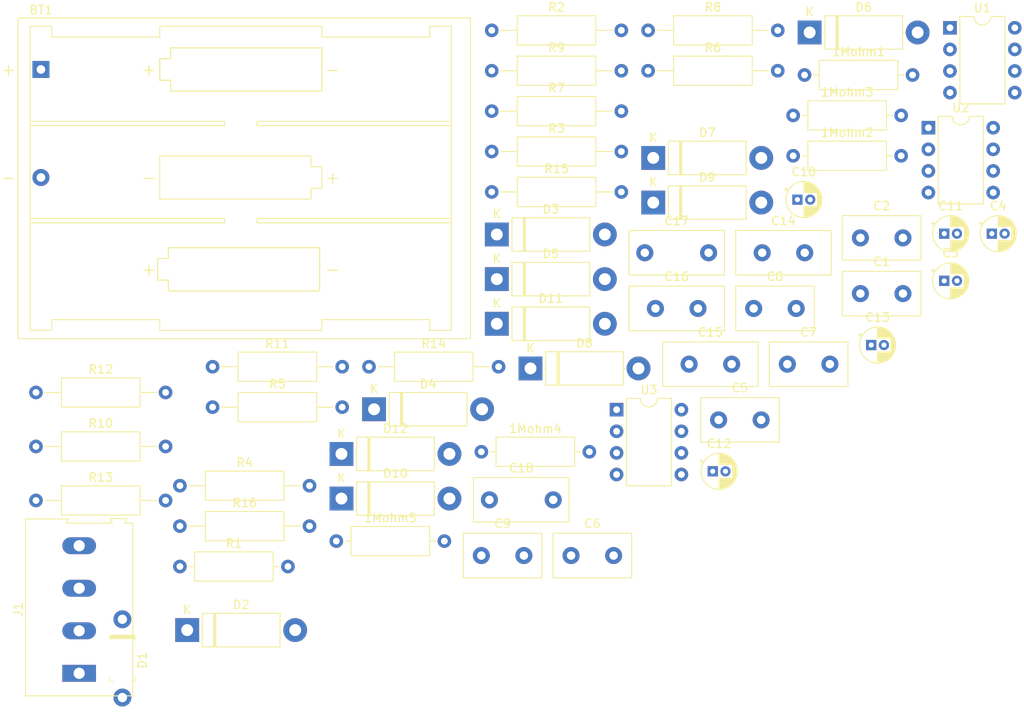
<source format=kicad_pcb>
(kicad_pcb (version 20171130) (host pcbnew "(5.1.4)-1")

  (general
    (thickness 1.6)
    (drawings 0)
    (tracks 0)
    (zones 0)
    (modules 56)
    (nets 34)
  )

  (page A4)
  (layers
    (0 F.Cu signal)
    (31 B.Cu signal)
    (32 B.Adhes user)
    (33 F.Adhes user)
    (34 B.Paste user)
    (35 F.Paste user)
    (36 B.SilkS user)
    (37 F.SilkS user)
    (38 B.Mask user)
    (39 F.Mask user)
    (40 Dwgs.User user)
    (41 Cmts.User user)
    (42 Eco1.User user)
    (43 Eco2.User user)
    (44 Edge.Cuts user)
    (45 Margin user)
    (46 B.CrtYd user)
    (47 F.CrtYd user)
    (48 B.Fab user)
    (49 F.Fab user)
  )

  (setup
    (last_trace_width 0.25)
    (trace_clearance 0.2)
    (zone_clearance 0.508)
    (zone_45_only no)
    (trace_min 0.2)
    (via_size 0.8)
    (via_drill 0.4)
    (via_min_size 0.4)
    (via_min_drill 0.3)
    (uvia_size 0.3)
    (uvia_drill 0.1)
    (uvias_allowed no)
    (uvia_min_size 0.2)
    (uvia_min_drill 0.1)
    (edge_width 0.1)
    (segment_width 0.2)
    (pcb_text_width 0.3)
    (pcb_text_size 1.5 1.5)
    (mod_edge_width 0.15)
    (mod_text_size 1 1)
    (mod_text_width 0.15)
    (pad_size 1.524 1.524)
    (pad_drill 0.762)
    (pad_to_mask_clearance 0)
    (aux_axis_origin 0 0)
    (visible_elements 7FFFFFFF)
    (pcbplotparams
      (layerselection 0x010fc_ffffffff)
      (usegerberextensions false)
      (usegerberattributes false)
      (usegerberadvancedattributes false)
      (creategerberjobfile false)
      (excludeedgelayer true)
      (linewidth 0.100000)
      (plotframeref false)
      (viasonmask false)
      (mode 1)
      (useauxorigin false)
      (hpglpennumber 1)
      (hpglpenspeed 20)
      (hpglpendiameter 15.000000)
      (psnegative false)
      (psa4output false)
      (plotreference true)
      (plotvalue true)
      (plotinvisibletext false)
      (padsonsilk false)
      (subtractmaskfromsilk false)
      (outputformat 1)
      (mirror false)
      (drillshape 1)
      (scaleselection 1)
      (outputdirectory ""))
  )

  (net 0 "")
  (net 1 "Net-(1Mohm1-Pad2)")
  (net 2 /A1)
  (net 3 "Net-(1Mohm2-Pad1)")
  (net 4 /GND)
  (net 5 /A2)
  (net 6 "Net-(1Mohm3-Pad2)")
  (net 7 /VCC)
  (net 8 /SG1)
  (net 9 "Net-(C2-Pad1)")
  (net 10 "Net-(C4-Pad1)")
  (net 11 "Net-(C5-Pad2)")
  (net 12 /SG2)
  (net 13 /SG3)
  (net 14 "Net-(C10-Pad1)")
  (net 15 "Net-(C11-Pad1)")
  (net 16 "Net-(C12-Pad1)")
  (net 17 "Net-(C13-Pad1)")
  (net 18 "Net-(C14-Pad2)")
  (net 19 "Net-(C15-Pad2)")
  (net 20 /L1)
  (net 21 /N)
  (net 22 /L3)
  (net 23 /L2)
  (net 24 "Net-(R1-Pad2)")
  (net 25 "Net-(R2-Pad2)")
  (net 26 "Net-(R6-Pad2)")
  (net 27 "Net-(R7-Pad2)")
  (net 28 "Net-(R10-Pad2)")
  (net 29 "Net-(R11-Pad2)")
  (net 30 /A0)
  (net 31 "Net-(U1-Pad3)")
  (net 32 "Net-(U2-Pad3)")
  (net 33 "Net-(U3-Pad3)")

  (net_class Default "This is the default net class."
    (clearance 0.2)
    (trace_width 0.25)
    (via_dia 0.8)
    (via_drill 0.4)
    (uvia_dia 0.3)
    (uvia_drill 0.1)
    (add_net /A0)
    (add_net /A1)
    (add_net /A2)
    (add_net /GND)
    (add_net /L1)
    (add_net /L2)
    (add_net /L3)
    (add_net /N)
    (add_net /SG1)
    (add_net /SG2)
    (add_net /SG3)
    (add_net /VCC)
    (add_net "Net-(1Mohm1-Pad2)")
    (add_net "Net-(1Mohm2-Pad1)")
    (add_net "Net-(1Mohm3-Pad2)")
    (add_net "Net-(C10-Pad1)")
    (add_net "Net-(C11-Pad1)")
    (add_net "Net-(C12-Pad1)")
    (add_net "Net-(C13-Pad1)")
    (add_net "Net-(C14-Pad2)")
    (add_net "Net-(C15-Pad2)")
    (add_net "Net-(C2-Pad1)")
    (add_net "Net-(C4-Pad1)")
    (add_net "Net-(C5-Pad2)")
    (add_net "Net-(R1-Pad2)")
    (add_net "Net-(R10-Pad2)")
    (add_net "Net-(R11-Pad2)")
    (add_net "Net-(R2-Pad2)")
    (add_net "Net-(R6-Pad2)")
    (add_net "Net-(R7-Pad2)")
    (add_net "Net-(U1-Pad3)")
    (add_net "Net-(U2-Pad3)")
    (add_net "Net-(U3-Pad3)")
  )

  (module Resistor_THT:R_Axial_DIN0309_L9.0mm_D3.2mm_P12.70mm_Horizontal (layer F.Cu) (tedit 5AE5139B) (tstamp 5DB73B13)
    (at 108.145001 21.095001)
    (descr "Resistor, Axial_DIN0309 series, Axial, Horizontal, pin pitch=12.7mm, 0.5W = 1/2W, length*diameter=9*3.2mm^2, http://cdn-reichelt.de/documents/datenblatt/B400/1_4W%23YAG.pdf")
    (tags "Resistor Axial_DIN0309 series Axial Horizontal pin pitch 12.7mm 0.5W = 1/2W length 9mm diameter 3.2mm")
    (path /5DB96DC4)
    (fp_text reference 1Mohm1 (at 6.35 -2.72) (layer F.SilkS)
      (effects (font (size 1 1) (thickness 0.15)))
    )
    (fp_text value 47k (at 6.35 2.72) (layer F.Fab)
      (effects (font (size 1 1) (thickness 0.15)))
    )
    (fp_text user %R (at 6.35 0) (layer F.Fab)
      (effects (font (size 1 1) (thickness 0.15)))
    )
    (fp_line (start 13.75 -1.85) (end -1.05 -1.85) (layer F.CrtYd) (width 0.05))
    (fp_line (start 13.75 1.85) (end 13.75 -1.85) (layer F.CrtYd) (width 0.05))
    (fp_line (start -1.05 1.85) (end 13.75 1.85) (layer F.CrtYd) (width 0.05))
    (fp_line (start -1.05 -1.85) (end -1.05 1.85) (layer F.CrtYd) (width 0.05))
    (fp_line (start 11.66 0) (end 10.97 0) (layer F.SilkS) (width 0.12))
    (fp_line (start 1.04 0) (end 1.73 0) (layer F.SilkS) (width 0.12))
    (fp_line (start 10.97 -1.72) (end 1.73 -1.72) (layer F.SilkS) (width 0.12))
    (fp_line (start 10.97 1.72) (end 10.97 -1.72) (layer F.SilkS) (width 0.12))
    (fp_line (start 1.73 1.72) (end 10.97 1.72) (layer F.SilkS) (width 0.12))
    (fp_line (start 1.73 -1.72) (end 1.73 1.72) (layer F.SilkS) (width 0.12))
    (fp_line (start 12.7 0) (end 10.85 0) (layer F.Fab) (width 0.1))
    (fp_line (start 0 0) (end 1.85 0) (layer F.Fab) (width 0.1))
    (fp_line (start 10.85 -1.6) (end 1.85 -1.6) (layer F.Fab) (width 0.1))
    (fp_line (start 10.85 1.6) (end 10.85 -1.6) (layer F.Fab) (width 0.1))
    (fp_line (start 1.85 1.6) (end 10.85 1.6) (layer F.Fab) (width 0.1))
    (fp_line (start 1.85 -1.6) (end 1.85 1.6) (layer F.Fab) (width 0.1))
    (pad 2 thru_hole oval (at 12.7 0) (size 1.6 1.6) (drill 0.8) (layers *.Cu *.Mask)
      (net 1 "Net-(1Mohm1-Pad2)"))
    (pad 1 thru_hole circle (at 0 0) (size 1.6 1.6) (drill 0.8) (layers *.Cu *.Mask)
      (net 2 /A1))
    (model ${KISYS3DMOD}/Resistor_THT.3dshapes/R_Axial_DIN0309_L9.0mm_D3.2mm_P12.70mm_Horizontal.wrl
      (at (xyz 0 0 0))
      (scale (xyz 1 1 1))
      (rotate (xyz 0 0 0))
    )
  )

  (module Resistor_THT:R_Axial_DIN0309_L9.0mm_D3.2mm_P12.70mm_Horizontal (layer F.Cu) (tedit 5AE5139B) (tstamp 5DB73B2A)
    (at 106.805001 30.595001)
    (descr "Resistor, Axial_DIN0309 series, Axial, Horizontal, pin pitch=12.7mm, 0.5W = 1/2W, length*diameter=9*3.2mm^2, http://cdn-reichelt.de/documents/datenblatt/B400/1_4W%23YAG.pdf")
    (tags "Resistor Axial_DIN0309 series Axial Horizontal pin pitch 12.7mm 0.5W = 1/2W length 9mm diameter 3.2mm")
    (path /5DB4B650)
    (fp_text reference 1Mohm2 (at 6.35 -2.72) (layer F.SilkS)
      (effects (font (size 1 1) (thickness 0.15)))
    )
    (fp_text value 47k (at 6.35 2.72) (layer F.Fab)
      (effects (font (size 1 1) (thickness 0.15)))
    )
    (fp_line (start 1.85 -1.6) (end 1.85 1.6) (layer F.Fab) (width 0.1))
    (fp_line (start 1.85 1.6) (end 10.85 1.6) (layer F.Fab) (width 0.1))
    (fp_line (start 10.85 1.6) (end 10.85 -1.6) (layer F.Fab) (width 0.1))
    (fp_line (start 10.85 -1.6) (end 1.85 -1.6) (layer F.Fab) (width 0.1))
    (fp_line (start 0 0) (end 1.85 0) (layer F.Fab) (width 0.1))
    (fp_line (start 12.7 0) (end 10.85 0) (layer F.Fab) (width 0.1))
    (fp_line (start 1.73 -1.72) (end 1.73 1.72) (layer F.SilkS) (width 0.12))
    (fp_line (start 1.73 1.72) (end 10.97 1.72) (layer F.SilkS) (width 0.12))
    (fp_line (start 10.97 1.72) (end 10.97 -1.72) (layer F.SilkS) (width 0.12))
    (fp_line (start 10.97 -1.72) (end 1.73 -1.72) (layer F.SilkS) (width 0.12))
    (fp_line (start 1.04 0) (end 1.73 0) (layer F.SilkS) (width 0.12))
    (fp_line (start 11.66 0) (end 10.97 0) (layer F.SilkS) (width 0.12))
    (fp_line (start -1.05 -1.85) (end -1.05 1.85) (layer F.CrtYd) (width 0.05))
    (fp_line (start -1.05 1.85) (end 13.75 1.85) (layer F.CrtYd) (width 0.05))
    (fp_line (start 13.75 1.85) (end 13.75 -1.85) (layer F.CrtYd) (width 0.05))
    (fp_line (start 13.75 -1.85) (end -1.05 -1.85) (layer F.CrtYd) (width 0.05))
    (fp_text user %R (at 6.35 0) (layer F.Fab)
      (effects (font (size 1 1) (thickness 0.15)))
    )
    (pad 1 thru_hole circle (at 0 0) (size 1.6 1.6) (drill 0.8) (layers *.Cu *.Mask)
      (net 3 "Net-(1Mohm2-Pad1)"))
    (pad 2 thru_hole oval (at 12.7 0) (size 1.6 1.6) (drill 0.8) (layers *.Cu *.Mask)
      (net 4 /GND))
    (model ${KISYS3DMOD}/Resistor_THT.3dshapes/R_Axial_DIN0309_L9.0mm_D3.2mm_P12.70mm_Horizontal.wrl
      (at (xyz 0 0 0))
      (scale (xyz 1 1 1))
      (rotate (xyz 0 0 0))
    )
  )

  (module Resistor_THT:R_Axial_DIN0309_L9.0mm_D3.2mm_P12.70mm_Horizontal (layer F.Cu) (tedit 5AE5139B) (tstamp 5DB73B41)
    (at 106.805001 25.845001)
    (descr "Resistor, Axial_DIN0309 series, Axial, Horizontal, pin pitch=12.7mm, 0.5W = 1/2W, length*diameter=9*3.2mm^2, http://cdn-reichelt.de/documents/datenblatt/B400/1_4W%23YAG.pdf")
    (tags "Resistor Axial_DIN0309 series Axial Horizontal pin pitch 12.7mm 0.5W = 1/2W length 9mm diameter 3.2mm")
    (path /5DB9AE7B)
    (fp_text reference 1Mohm3 (at 6.35 -2.72) (layer F.SilkS)
      (effects (font (size 1 1) (thickness 0.15)))
    )
    (fp_text value 47k (at 6.35 2.72) (layer F.Fab)
      (effects (font (size 1 1) (thickness 0.15)))
    )
    (fp_line (start 1.85 -1.6) (end 1.85 1.6) (layer F.Fab) (width 0.1))
    (fp_line (start 1.85 1.6) (end 10.85 1.6) (layer F.Fab) (width 0.1))
    (fp_line (start 10.85 1.6) (end 10.85 -1.6) (layer F.Fab) (width 0.1))
    (fp_line (start 10.85 -1.6) (end 1.85 -1.6) (layer F.Fab) (width 0.1))
    (fp_line (start 0 0) (end 1.85 0) (layer F.Fab) (width 0.1))
    (fp_line (start 12.7 0) (end 10.85 0) (layer F.Fab) (width 0.1))
    (fp_line (start 1.73 -1.72) (end 1.73 1.72) (layer F.SilkS) (width 0.12))
    (fp_line (start 1.73 1.72) (end 10.97 1.72) (layer F.SilkS) (width 0.12))
    (fp_line (start 10.97 1.72) (end 10.97 -1.72) (layer F.SilkS) (width 0.12))
    (fp_line (start 10.97 -1.72) (end 1.73 -1.72) (layer F.SilkS) (width 0.12))
    (fp_line (start 1.04 0) (end 1.73 0) (layer F.SilkS) (width 0.12))
    (fp_line (start 11.66 0) (end 10.97 0) (layer F.SilkS) (width 0.12))
    (fp_line (start -1.05 -1.85) (end -1.05 1.85) (layer F.CrtYd) (width 0.05))
    (fp_line (start -1.05 1.85) (end 13.75 1.85) (layer F.CrtYd) (width 0.05))
    (fp_line (start 13.75 1.85) (end 13.75 -1.85) (layer F.CrtYd) (width 0.05))
    (fp_line (start 13.75 -1.85) (end -1.05 -1.85) (layer F.CrtYd) (width 0.05))
    (fp_text user %R (at 6.35 0) (layer F.Fab)
      (effects (font (size 1 1) (thickness 0.15)))
    )
    (pad 1 thru_hole circle (at 0 0) (size 1.6 1.6) (drill 0.8) (layers *.Cu *.Mask)
      (net 5 /A2))
    (pad 2 thru_hole oval (at 12.7 0) (size 1.6 1.6) (drill 0.8) (layers *.Cu *.Mask)
      (net 6 "Net-(1Mohm3-Pad2)"))
    (model ${KISYS3DMOD}/Resistor_THT.3dshapes/R_Axial_DIN0309_L9.0mm_D3.2mm_P12.70mm_Horizontal.wrl
      (at (xyz 0 0 0))
      (scale (xyz 1 1 1))
      (rotate (xyz 0 0 0))
    )
  )

  (module Resistor_THT:R_Axial_DIN0309_L9.0mm_D3.2mm_P12.70mm_Horizontal (layer F.Cu) (tedit 5AE5139B) (tstamp 5DB73B58)
    (at 70.145001 65.395001)
    (descr "Resistor, Axial_DIN0309 series, Axial, Horizontal, pin pitch=12.7mm, 0.5W = 1/2W, length*diameter=9*3.2mm^2, http://cdn-reichelt.de/documents/datenblatt/B400/1_4W%23YAG.pdf")
    (tags "Resistor Axial_DIN0309 series Axial Horizontal pin pitch 12.7mm 0.5W = 1/2W length 9mm diameter 3.2mm")
    (path /5DB96DCE)
    (fp_text reference 1Mohm4 (at 6.35 -2.72) (layer F.SilkS)
      (effects (font (size 1 1) (thickness 0.15)))
    )
    (fp_text value 47k (at 6.35 2.72) (layer F.Fab)
      (effects (font (size 1 1) (thickness 0.15)))
    )
    (fp_line (start 1.85 -1.6) (end 1.85 1.6) (layer F.Fab) (width 0.1))
    (fp_line (start 1.85 1.6) (end 10.85 1.6) (layer F.Fab) (width 0.1))
    (fp_line (start 10.85 1.6) (end 10.85 -1.6) (layer F.Fab) (width 0.1))
    (fp_line (start 10.85 -1.6) (end 1.85 -1.6) (layer F.Fab) (width 0.1))
    (fp_line (start 0 0) (end 1.85 0) (layer F.Fab) (width 0.1))
    (fp_line (start 12.7 0) (end 10.85 0) (layer F.Fab) (width 0.1))
    (fp_line (start 1.73 -1.72) (end 1.73 1.72) (layer F.SilkS) (width 0.12))
    (fp_line (start 1.73 1.72) (end 10.97 1.72) (layer F.SilkS) (width 0.12))
    (fp_line (start 10.97 1.72) (end 10.97 -1.72) (layer F.SilkS) (width 0.12))
    (fp_line (start 10.97 -1.72) (end 1.73 -1.72) (layer F.SilkS) (width 0.12))
    (fp_line (start 1.04 0) (end 1.73 0) (layer F.SilkS) (width 0.12))
    (fp_line (start 11.66 0) (end 10.97 0) (layer F.SilkS) (width 0.12))
    (fp_line (start -1.05 -1.85) (end -1.05 1.85) (layer F.CrtYd) (width 0.05))
    (fp_line (start -1.05 1.85) (end 13.75 1.85) (layer F.CrtYd) (width 0.05))
    (fp_line (start 13.75 1.85) (end 13.75 -1.85) (layer F.CrtYd) (width 0.05))
    (fp_line (start 13.75 -1.85) (end -1.05 -1.85) (layer F.CrtYd) (width 0.05))
    (fp_text user %R (at 6.35 0) (layer F.Fab)
      (effects (font (size 1 1) (thickness 0.15)))
    )
    (pad 1 thru_hole circle (at 0 0) (size 1.6 1.6) (drill 0.8) (layers *.Cu *.Mask)
      (net 1 "Net-(1Mohm1-Pad2)"))
    (pad 2 thru_hole oval (at 12.7 0) (size 1.6 1.6) (drill 0.8) (layers *.Cu *.Mask)
      (net 4 /GND))
    (model ${KISYS3DMOD}/Resistor_THT.3dshapes/R_Axial_DIN0309_L9.0mm_D3.2mm_P12.70mm_Horizontal.wrl
      (at (xyz 0 0 0))
      (scale (xyz 1 1 1))
      (rotate (xyz 0 0 0))
    )
  )

  (module Resistor_THT:R_Axial_DIN0309_L9.0mm_D3.2mm_P12.70mm_Horizontal (layer F.Cu) (tedit 5AE5139B) (tstamp 5DB73B6F)
    (at 53.095001 75.895001)
    (descr "Resistor, Axial_DIN0309 series, Axial, Horizontal, pin pitch=12.7mm, 0.5W = 1/2W, length*diameter=9*3.2mm^2, http://cdn-reichelt.de/documents/datenblatt/B400/1_4W%23YAG.pdf")
    (tags "Resistor Axial_DIN0309 series Axial Horizontal pin pitch 12.7mm 0.5W = 1/2W length 9mm diameter 3.2mm")
    (path /5DB9AE85)
    (fp_text reference 1Mohm5 (at 6.35 -2.72) (layer F.SilkS)
      (effects (font (size 1 1) (thickness 0.15)))
    )
    (fp_text value 47k (at 6.35 2.72) (layer F.Fab)
      (effects (font (size 1 1) (thickness 0.15)))
    )
    (fp_text user %R (at 6.35 0) (layer F.Fab)
      (effects (font (size 1 1) (thickness 0.15)))
    )
    (fp_line (start 13.75 -1.85) (end -1.05 -1.85) (layer F.CrtYd) (width 0.05))
    (fp_line (start 13.75 1.85) (end 13.75 -1.85) (layer F.CrtYd) (width 0.05))
    (fp_line (start -1.05 1.85) (end 13.75 1.85) (layer F.CrtYd) (width 0.05))
    (fp_line (start -1.05 -1.85) (end -1.05 1.85) (layer F.CrtYd) (width 0.05))
    (fp_line (start 11.66 0) (end 10.97 0) (layer F.SilkS) (width 0.12))
    (fp_line (start 1.04 0) (end 1.73 0) (layer F.SilkS) (width 0.12))
    (fp_line (start 10.97 -1.72) (end 1.73 -1.72) (layer F.SilkS) (width 0.12))
    (fp_line (start 10.97 1.72) (end 10.97 -1.72) (layer F.SilkS) (width 0.12))
    (fp_line (start 1.73 1.72) (end 10.97 1.72) (layer F.SilkS) (width 0.12))
    (fp_line (start 1.73 -1.72) (end 1.73 1.72) (layer F.SilkS) (width 0.12))
    (fp_line (start 12.7 0) (end 10.85 0) (layer F.Fab) (width 0.1))
    (fp_line (start 0 0) (end 1.85 0) (layer F.Fab) (width 0.1))
    (fp_line (start 10.85 -1.6) (end 1.85 -1.6) (layer F.Fab) (width 0.1))
    (fp_line (start 10.85 1.6) (end 10.85 -1.6) (layer F.Fab) (width 0.1))
    (fp_line (start 1.85 1.6) (end 10.85 1.6) (layer F.Fab) (width 0.1))
    (fp_line (start 1.85 -1.6) (end 1.85 1.6) (layer F.Fab) (width 0.1))
    (pad 2 thru_hole oval (at 12.7 0) (size 1.6 1.6) (drill 0.8) (layers *.Cu *.Mask)
      (net 4 /GND))
    (pad 1 thru_hole circle (at 0 0) (size 1.6 1.6) (drill 0.8) (layers *.Cu *.Mask)
      (net 6 "Net-(1Mohm3-Pad2)"))
    (model ${KISYS3DMOD}/Resistor_THT.3dshapes/R_Axial_DIN0309_L9.0mm_D3.2mm_P12.70mm_Horizontal.wrl
      (at (xyz 0 0 0))
      (scale (xyz 1 1 1))
      (rotate (xyz 0 0 0))
    )
  )

  (module Battery:BatteryHolder_Keystone_2479_3xAAA (layer F.Cu) (tedit 5B254C90) (tstamp 5DB73BDD)
    (at 18.365001 20.445001)
    (descr "3xAAA cell battery holder, Keystone P/N 2479, http://www.keyelco.com/product-pdf.cfm?p=1041")
    (tags "AAA battery cell holder")
    (path /5DB5AA86)
    (fp_text reference BT1 (at 0 -7 180) (layer F.SilkS)
      (effects (font (size 1 1) (thickness 0.15)))
    )
    (fp_text value 6V (at 25.4 8.89) (layer F.Fab)
      (effects (font (size 1 1) (thickness 0.15)))
    )
    (fp_text user + (at 12.7 0) (layer F.SilkS)
      (effects (font (size 1.5 1.5) (thickness 0.15)))
    )
    (fp_text user %R (at 0 0) (layer F.Fab)
      (effects (font (size 1 1) (thickness 0.15)))
    )
    (fp_line (start 50.5 31.65) (end 50.5 -6.05) (layer F.SilkS) (width 0.12))
    (fp_line (start -2.7 31.65) (end 50.5 31.65) (layer F.SilkS) (width 0.12))
    (fp_line (start -2.7 -6.05) (end -2.7 31.65) (layer F.SilkS) (width 0.12))
    (fp_line (start 50.5 -6.05) (end -2.7 -6.05) (layer F.SilkS) (width 0.12))
    (fp_line (start -3.1 -6.45) (end 50.9 -6.45) (layer F.CrtYd) (width 0.05))
    (fp_line (start -3.1 32.05) (end -3.1 -6.45) (layer F.CrtYd) (width 0.05))
    (fp_line (start 50.9 32.05) (end -3.1 32.05) (layer F.CrtYd) (width 0.05))
    (fp_line (start 50.9 -6.45) (end 50.9 32.05) (layer F.CrtYd) (width 0.05))
    (fp_line (start 25.4 18.034) (end 48.26 18.034) (layer F.SilkS) (width 0.12))
    (fp_line (start 25.4 17.526) (end 25.4 18.034) (layer F.SilkS) (width 0.12))
    (fp_line (start 48.26 17.526) (end 25.4 17.526) (layer F.SilkS) (width 0.12))
    (fp_line (start 21.59 18.034) (end -1.27 18.034) (layer F.SilkS) (width 0.12))
    (fp_line (start 21.59 17.526) (end 21.59 18.034) (layer F.SilkS) (width 0.12))
    (fp_line (start -1.27 17.526) (end 21.59 17.526) (layer F.SilkS) (width 0.12))
    (fp_line (start 32.766 20.955) (end 32.766 22.225) (layer F.SilkS) (width 0.12))
    (fp_line (start 14.986 20.955) (end 32.766 20.955) (layer F.SilkS) (width 0.12))
    (fp_line (start 14.986 22.225) (end 14.986 20.955) (layer F.SilkS) (width 0.12))
    (fp_line (start 13.716 22.225) (end 14.986 22.225) (layer F.SilkS) (width 0.12))
    (fp_line (start 13.716 24.765) (end 13.716 22.225) (layer F.SilkS) (width 0.12))
    (fp_line (start 14.986 24.765) (end 13.716 24.765) (layer F.SilkS) (width 0.12))
    (fp_line (start 14.986 26.035) (end 14.986 24.765) (layer F.SilkS) (width 0.12))
    (fp_line (start 32.766 26.035) (end 14.986 26.035) (layer F.SilkS) (width 0.12))
    (fp_line (start 32.766 22.225) (end 32.766 26.035) (layer F.SilkS) (width 0.12))
    (fp_line (start 32.766 22.225) (end 32.766 26.035) (layer F.SilkS) (width 0.12))
    (fp_line (start 32.766 26.035) (end 14.986 26.035) (layer F.SilkS) (width 0.12))
    (fp_line (start 14.986 26.035) (end 14.986 24.765) (layer F.SilkS) (width 0.12))
    (fp_line (start 14.986 24.765) (end 13.716 24.765) (layer F.SilkS) (width 0.12))
    (fp_line (start 13.716 24.765) (end 13.716 22.225) (layer F.SilkS) (width 0.12))
    (fp_line (start 13.716 22.225) (end 14.986 22.225) (layer F.SilkS) (width 0.12))
    (fp_line (start 14.986 22.225) (end 14.986 20.955) (layer F.SilkS) (width 0.12))
    (fp_line (start 14.986 20.955) (end 32.766 20.955) (layer F.SilkS) (width 0.12))
    (fp_line (start 32.766 20.955) (end 32.766 22.225) (layer F.SilkS) (width 0.12))
    (fp_line (start 33.02 -2.54) (end 33.02 -1.27) (layer F.SilkS) (width 0.12))
    (fp_line (start 15.24 -2.54) (end 33.02 -2.54) (layer F.SilkS) (width 0.12))
    (fp_line (start 15.24 -1.27) (end 15.24 -2.54) (layer F.SilkS) (width 0.12))
    (fp_line (start 13.97 -1.27) (end 15.24 -1.27) (layer F.SilkS) (width 0.12))
    (fp_line (start 13.97 1.27) (end 13.97 -1.27) (layer F.SilkS) (width 0.12))
    (fp_line (start 15.24 1.27) (end 13.97 1.27) (layer F.SilkS) (width 0.12))
    (fp_line (start 15.24 2.54) (end 15.24 1.27) (layer F.SilkS) (width 0.12))
    (fp_line (start 33.02 2.54) (end 15.24 2.54) (layer F.SilkS) (width 0.12))
    (fp_line (start 33.02 -1.27) (end 33.02 2.54) (layer F.SilkS) (width 0.12))
    (fp_line (start -1.27 17.78) (end -1.27 30.6705) (layer F.SilkS) (width 0.12))
    (fp_line (start 48.26 17.78) (end 48.26 30.68) (layer F.SilkS) (width 0.12))
    (fp_line (start -2.6 18.65) (end -2.6 31.55) (layer F.Fab) (width 0.1))
    (fp_line (start 50.4 18.65) (end 50.4 31.55) (layer F.Fab) (width 0.1))
    (fp_line (start 13.97 15.24) (end 13.97 10.16) (layer F.SilkS) (width 0.12))
    (fp_line (start 13.97 10.16) (end 31.75 10.16) (layer F.SilkS) (width 0.12))
    (fp_line (start 31.75 10.16) (end 31.75 11.43) (layer F.SilkS) (width 0.12))
    (fp_line (start 31.75 11.43) (end 33.02 11.43) (layer F.SilkS) (width 0.12))
    (fp_line (start 33.02 11.43) (end 33.02 13.97) (layer F.SilkS) (width 0.12))
    (fp_line (start 33.02 13.97) (end 31.75 13.97) (layer F.SilkS) (width 0.12))
    (fp_line (start 31.75 13.97) (end 31.75 15.24) (layer F.SilkS) (width 0.12))
    (fp_line (start 31.75 15.24) (end 13.97 15.24) (layer F.SilkS) (width 0.12))
    (fp_line (start 33.02 -1.27) (end 33.02 2.54) (layer F.SilkS) (width 0.12))
    (fp_line (start 33.02 2.54) (end 15.24 2.54) (layer F.SilkS) (width 0.12))
    (fp_line (start 15.24 2.54) (end 15.24 1.27) (layer F.SilkS) (width 0.12))
    (fp_line (start 15.24 1.27) (end 13.97 1.27) (layer F.SilkS) (width 0.12))
    (fp_line (start 13.97 1.27) (end 13.97 -1.27) (layer F.SilkS) (width 0.12))
    (fp_line (start 13.97 -1.27) (end 15.24 -1.27) (layer F.SilkS) (width 0.12))
    (fp_line (start 15.24 -1.27) (end 15.24 -2.54) (layer F.SilkS) (width 0.12))
    (fp_line (start 15.24 -2.54) (end 33.02 -2.54) (layer F.SilkS) (width 0.12))
    (fp_line (start 33.02 -2.54) (end 33.02 -1.27) (layer F.SilkS) (width 0.12))
    (fp_line (start -1.27 6.096) (end 21.59 6.096) (layer F.SilkS) (width 0.12))
    (fp_line (start 21.59 6.096) (end 21.59 6.604) (layer F.SilkS) (width 0.12))
    (fp_line (start 21.59 6.604) (end -1.27 6.604) (layer F.SilkS) (width 0.12))
    (fp_line (start 48.26 6.096) (end 25.4 6.096) (layer F.SilkS) (width 0.12))
    (fp_line (start 25.4 6.096) (end 25.4 6.604) (layer F.SilkS) (width 0.12))
    (fp_line (start 25.4 6.604) (end 48.26 6.604) (layer F.SilkS) (width 0.12))
    (fp_line (start 13.97 29.41) (end 13.97 30.68) (layer F.SilkS) (width 0.12))
    (fp_line (start 13.97 30.68) (end 33.02 30.68) (layer F.SilkS) (width 0.12))
    (fp_line (start 33.02 30.68) (end 33.02 29.41) (layer F.SilkS) (width 0.12))
    (fp_line (start 45.72 -3.81) (end 33.02 -3.81) (layer F.SilkS) (width 0.12))
    (fp_line (start 33.02 -3.81) (end 33.02 -5.08) (layer F.SilkS) (width 0.12))
    (fp_line (start 33.02 -5.08) (end 13.97 -5.08) (layer F.SilkS) (width 0.12))
    (fp_line (start 13.97 -5.08) (end 13.97 -3.81) (layer F.SilkS) (width 0.12))
    (fp_line (start 45.72 29.41) (end 33.02 29.41) (layer F.SilkS) (width 0.12))
    (fp_line (start 1.27 -3.81) (end 13.97 -3.81) (layer F.SilkS) (width 0.12))
    (fp_line (start 1.27 -3.81) (end 1.27 -5.08) (layer F.SilkS) (width 0.12))
    (fp_line (start 1.27 -5.08) (end -1.27 -5.08) (layer F.SilkS) (width 0.12))
    (fp_line (start -1.27 -5.08) (end -1.27 17.78) (layer F.SilkS) (width 0.12))
    (fp_line (start -1.27 30.6705) (end 1.27 30.6705) (layer F.SilkS) (width 0.12))
    (fp_line (start 1.27 30.6705) (end 1.27 29.41) (layer F.SilkS) (width 0.12))
    (fp_line (start 1.27 29.41) (end 13.97 29.41) (layer F.SilkS) (width 0.12))
    (fp_line (start 48.26 -5.08) (end 45.72 -5.08) (layer F.SilkS) (width 0.12))
    (fp_line (start 45.72 -5.08) (end 45.72 -3.81) (layer F.SilkS) (width 0.12))
    (fp_line (start 48.26 -5.08) (end 48.26 17.78) (layer F.SilkS) (width 0.12))
    (fp_line (start 48.26 30.68) (end 45.72 30.68) (layer F.SilkS) (width 0.12))
    (fp_line (start 45.72 30.68) (end 45.72 29.41) (layer F.SilkS) (width 0.12))
    (fp_line (start -2.6 18.65) (end -2.6 6.35) (layer F.Fab) (width 0.1))
    (fp_line (start 50.4 18.65) (end 50.4 -5.95) (layer F.Fab) (width 0.1))
    (fp_line (start -2.6 31.55) (end 50.4 31.55) (layer F.Fab) (width 0.1))
    (fp_line (start -2.6 6.35) (end -2.6 -5.95) (layer F.Fab) (width 0.1))
    (fp_line (start -2.6 -5.95) (end 50.4 -5.95) (layer F.Fab) (width 0.1))
    (fp_text user + (at 34.29 12.7) (layer F.SilkS)
      (effects (font (size 1.5 1.5) (thickness 0.15)))
    )
    (fp_text user + (at 12.7 23.495) (layer F.SilkS)
      (effects (font (size 1.5 1.5) (thickness 0.15)))
    )
    (fp_text user - (at 12.7 12.7) (layer F.SilkS)
      (effects (font (size 1.5 1.5) (thickness 0.15)))
    )
    (fp_text user - (at 34.29 23.495) (layer F.SilkS)
      (effects (font (size 1.5 1.5) (thickness 0.15)))
    )
    (fp_text user - (at 34.29 0) (layer F.SilkS)
      (effects (font (size 1.5 1.5) (thickness 0.15)))
    )
    (fp_text user - (at -3.81 12.7) (layer F.SilkS)
      (effects (font (size 1.5 1.5) (thickness 0.15)))
    )
    (fp_text user + (at -3.81 0) (layer F.SilkS)
      (effects (font (size 1.5 1.5) (thickness 0.15)))
    )
    (pad 1 thru_hole rect (at 0 0) (size 2 2) (drill 1.02) (layers *.Cu *.Mask)
      (net 7 /VCC))
    (pad 2 thru_hole circle (at 0 12.7) (size 2 2) (drill 1.02) (layers *.Cu *.Mask)
      (net 4 /GND))
    (pad "" np_thru_hole circle (at 23.7236 23.495) (size 3.5 3.5) (drill 3.5) (layers *.Cu *.Mask))
    (pad "" np_thru_hole circle (at 23.7236 0) (size 3.5 3.5) (drill 3.5) (layers *.Cu *.Mask))
    (model ${KISYS3DMOD}/Battery.3dshapes/BatteryHolder_Keystone_2479_3xAAA.wrl
      (at (xyz 0 0 0))
      (scale (xyz 1 1 1))
      (rotate (xyz 0 0 0))
    )
  )

  (module Capacitor_THT:C_Disc_D9.0mm_W5.0mm_P5.00mm (layer F.Cu) (tedit 5AE50EF0) (tstamp 5DB73BF0)
    (at 114.715001 46.795001)
    (descr "C, Disc series, Radial, pin pitch=5.00mm, , diameter*width=9*5.0mm^2, Capacitor, http://www.vishay.com/docs/28535/vy2series.pdf")
    (tags "C Disc series Radial pin pitch 5.00mm  diameter 9mm width 5.0mm Capacitor")
    (path /5DB3E46C)
    (fp_text reference C1 (at 2.5 -3.75) (layer F.SilkS)
      (effects (font (size 1 1) (thickness 0.15)))
    )
    (fp_text value 2A103J (at 2.5 3.75) (layer F.Fab)
      (effects (font (size 1 1) (thickness 0.15)))
    )
    (fp_text user %R (at 2.5 0) (layer F.Fab)
      (effects (font (size 1 1) (thickness 0.15)))
    )
    (fp_line (start 7.25 -2.75) (end -2.25 -2.75) (layer F.CrtYd) (width 0.05))
    (fp_line (start 7.25 2.75) (end 7.25 -2.75) (layer F.CrtYd) (width 0.05))
    (fp_line (start -2.25 2.75) (end 7.25 2.75) (layer F.CrtYd) (width 0.05))
    (fp_line (start -2.25 -2.75) (end -2.25 2.75) (layer F.CrtYd) (width 0.05))
    (fp_line (start 7.12 -2.62) (end 7.12 2.62) (layer F.SilkS) (width 0.12))
    (fp_line (start -2.12 -2.62) (end -2.12 2.62) (layer F.SilkS) (width 0.12))
    (fp_line (start -2.12 2.62) (end 7.12 2.62) (layer F.SilkS) (width 0.12))
    (fp_line (start -2.12 -2.62) (end 7.12 -2.62) (layer F.SilkS) (width 0.12))
    (fp_line (start 7 -2.5) (end -2 -2.5) (layer F.Fab) (width 0.1))
    (fp_line (start 7 2.5) (end 7 -2.5) (layer F.Fab) (width 0.1))
    (fp_line (start -2 2.5) (end 7 2.5) (layer F.Fab) (width 0.1))
    (fp_line (start -2 -2.5) (end -2 2.5) (layer F.Fab) (width 0.1))
    (pad 2 thru_hole circle (at 5 0) (size 2 2) (drill 1) (layers *.Cu *.Mask)
      (net 4 /GND))
    (pad 1 thru_hole circle (at 0 0) (size 2 2) (drill 1) (layers *.Cu *.Mask)
      (net 8 /SG1))
    (model ${KISYS3DMOD}/Capacitor_THT.3dshapes/C_Disc_D9.0mm_W5.0mm_P5.00mm.wrl
      (at (xyz 0 0 0))
      (scale (xyz 1 1 1))
      (rotate (xyz 0 0 0))
    )
  )

  (module Capacitor_THT:C_Disc_D9.0mm_W5.0mm_P5.00mm (layer F.Cu) (tedit 5AE50EF0) (tstamp 5DB73C03)
    (at 114.715001 40.245001)
    (descr "C, Disc series, Radial, pin pitch=5.00mm, , diameter*width=9*5.0mm^2, Capacitor, http://www.vishay.com/docs/28535/vy2series.pdf")
    (tags "C Disc series Radial pin pitch 5.00mm  diameter 9mm width 5.0mm Capacitor")
    (path /5DB409C2)
    (fp_text reference C2 (at 2.5 -3.75) (layer F.SilkS)
      (effects (font (size 1 1) (thickness 0.15)))
    )
    (fp_text value 2A103J (at 2.5 3.75) (layer F.Fab)
      (effects (font (size 1 1) (thickness 0.15)))
    )
    (fp_line (start -2 -2.5) (end -2 2.5) (layer F.Fab) (width 0.1))
    (fp_line (start -2 2.5) (end 7 2.5) (layer F.Fab) (width 0.1))
    (fp_line (start 7 2.5) (end 7 -2.5) (layer F.Fab) (width 0.1))
    (fp_line (start 7 -2.5) (end -2 -2.5) (layer F.Fab) (width 0.1))
    (fp_line (start -2.12 -2.62) (end 7.12 -2.62) (layer F.SilkS) (width 0.12))
    (fp_line (start -2.12 2.62) (end 7.12 2.62) (layer F.SilkS) (width 0.12))
    (fp_line (start -2.12 -2.62) (end -2.12 2.62) (layer F.SilkS) (width 0.12))
    (fp_line (start 7.12 -2.62) (end 7.12 2.62) (layer F.SilkS) (width 0.12))
    (fp_line (start -2.25 -2.75) (end -2.25 2.75) (layer F.CrtYd) (width 0.05))
    (fp_line (start -2.25 2.75) (end 7.25 2.75) (layer F.CrtYd) (width 0.05))
    (fp_line (start 7.25 2.75) (end 7.25 -2.75) (layer F.CrtYd) (width 0.05))
    (fp_line (start 7.25 -2.75) (end -2.25 -2.75) (layer F.CrtYd) (width 0.05))
    (fp_text user %R (at 2.5 0) (layer F.Fab)
      (effects (font (size 1 1) (thickness 0.15)))
    )
    (pad 1 thru_hole circle (at 0 0) (size 2 2) (drill 1) (layers *.Cu *.Mask)
      (net 9 "Net-(C2-Pad1)"))
    (pad 2 thru_hole circle (at 5 0) (size 2 2) (drill 1) (layers *.Cu *.Mask)
      (net 4 /GND))
    (model ${KISYS3DMOD}/Capacitor_THT.3dshapes/C_Disc_D9.0mm_W5.0mm_P5.00mm.wrl
      (at (xyz 0 0 0))
      (scale (xyz 1 1 1))
      (rotate (xyz 0 0 0))
    )
  )

  (module Capacitor_THT:CP_Radial_D4.0mm_P1.50mm (layer F.Cu) (tedit 5AE50EF0) (tstamp 5DB73C6E)
    (at 124.569802 45.295001)
    (descr "CP, Radial series, Radial, pin pitch=1.50mm, , diameter=4mm, Electrolytic Capacitor")
    (tags "CP Radial series Radial pin pitch 1.50mm  diameter 4mm Electrolytic Capacitor")
    (path /5DB41248)
    (fp_text reference C3 (at 0.75 -3.25) (layer F.SilkS)
      (effects (font (size 1 1) (thickness 0.15)))
    )
    (fp_text value "10uF 16v" (at 0.75 3.25) (layer F.Fab)
      (effects (font (size 1 1) (thickness 0.15)))
    )
    (fp_text user %R (at 0.75 0) (layer F.Fab)
      (effects (font (size 0.8 0.8) (thickness 0.12)))
    )
    (fp_line (start -1.319801 -1.395) (end -1.319801 -0.995) (layer F.SilkS) (width 0.12))
    (fp_line (start -1.519801 -1.195) (end -1.119801 -1.195) (layer F.SilkS) (width 0.12))
    (fp_line (start 2.831 -0.37) (end 2.831 0.37) (layer F.SilkS) (width 0.12))
    (fp_line (start 2.791 -0.537) (end 2.791 0.537) (layer F.SilkS) (width 0.12))
    (fp_line (start 2.751 -0.664) (end 2.751 0.664) (layer F.SilkS) (width 0.12))
    (fp_line (start 2.711 -0.768) (end 2.711 0.768) (layer F.SilkS) (width 0.12))
    (fp_line (start 2.671 -0.859) (end 2.671 0.859) (layer F.SilkS) (width 0.12))
    (fp_line (start 2.631 -0.94) (end 2.631 0.94) (layer F.SilkS) (width 0.12))
    (fp_line (start 2.591 -1.013) (end 2.591 1.013) (layer F.SilkS) (width 0.12))
    (fp_line (start 2.551 -1.08) (end 2.551 1.08) (layer F.SilkS) (width 0.12))
    (fp_line (start 2.511 -1.142) (end 2.511 1.142) (layer F.SilkS) (width 0.12))
    (fp_line (start 2.471 -1.2) (end 2.471 1.2) (layer F.SilkS) (width 0.12))
    (fp_line (start 2.431 -1.254) (end 2.431 1.254) (layer F.SilkS) (width 0.12))
    (fp_line (start 2.391 -1.304) (end 2.391 1.304) (layer F.SilkS) (width 0.12))
    (fp_line (start 2.351 -1.351) (end 2.351 1.351) (layer F.SilkS) (width 0.12))
    (fp_line (start 2.311 0.84) (end 2.311 1.396) (layer F.SilkS) (width 0.12))
    (fp_line (start 2.311 -1.396) (end 2.311 -0.84) (layer F.SilkS) (width 0.12))
    (fp_line (start 2.271 0.84) (end 2.271 1.438) (layer F.SilkS) (width 0.12))
    (fp_line (start 2.271 -1.438) (end 2.271 -0.84) (layer F.SilkS) (width 0.12))
    (fp_line (start 2.231 0.84) (end 2.231 1.478) (layer F.SilkS) (width 0.12))
    (fp_line (start 2.231 -1.478) (end 2.231 -0.84) (layer F.SilkS) (width 0.12))
    (fp_line (start 2.191 0.84) (end 2.191 1.516) (layer F.SilkS) (width 0.12))
    (fp_line (start 2.191 -1.516) (end 2.191 -0.84) (layer F.SilkS) (width 0.12))
    (fp_line (start 2.151 0.84) (end 2.151 1.552) (layer F.SilkS) (width 0.12))
    (fp_line (start 2.151 -1.552) (end 2.151 -0.84) (layer F.SilkS) (width 0.12))
    (fp_line (start 2.111 0.84) (end 2.111 1.587) (layer F.SilkS) (width 0.12))
    (fp_line (start 2.111 -1.587) (end 2.111 -0.84) (layer F.SilkS) (width 0.12))
    (fp_line (start 2.071 0.84) (end 2.071 1.619) (layer F.SilkS) (width 0.12))
    (fp_line (start 2.071 -1.619) (end 2.071 -0.84) (layer F.SilkS) (width 0.12))
    (fp_line (start 2.031 0.84) (end 2.031 1.65) (layer F.SilkS) (width 0.12))
    (fp_line (start 2.031 -1.65) (end 2.031 -0.84) (layer F.SilkS) (width 0.12))
    (fp_line (start 1.991 0.84) (end 1.991 1.68) (layer F.SilkS) (width 0.12))
    (fp_line (start 1.991 -1.68) (end 1.991 -0.84) (layer F.SilkS) (width 0.12))
    (fp_line (start 1.951 0.84) (end 1.951 1.708) (layer F.SilkS) (width 0.12))
    (fp_line (start 1.951 -1.708) (end 1.951 -0.84) (layer F.SilkS) (width 0.12))
    (fp_line (start 1.911 0.84) (end 1.911 1.735) (layer F.SilkS) (width 0.12))
    (fp_line (start 1.911 -1.735) (end 1.911 -0.84) (layer F.SilkS) (width 0.12))
    (fp_line (start 1.871 0.84) (end 1.871 1.76) (layer F.SilkS) (width 0.12))
    (fp_line (start 1.871 -1.76) (end 1.871 -0.84) (layer F.SilkS) (width 0.12))
    (fp_line (start 1.831 0.84) (end 1.831 1.785) (layer F.SilkS) (width 0.12))
    (fp_line (start 1.831 -1.785) (end 1.831 -0.84) (layer F.SilkS) (width 0.12))
    (fp_line (start 1.791 0.84) (end 1.791 1.808) (layer F.SilkS) (width 0.12))
    (fp_line (start 1.791 -1.808) (end 1.791 -0.84) (layer F.SilkS) (width 0.12))
    (fp_line (start 1.751 0.84) (end 1.751 1.83) (layer F.SilkS) (width 0.12))
    (fp_line (start 1.751 -1.83) (end 1.751 -0.84) (layer F.SilkS) (width 0.12))
    (fp_line (start 1.711 0.84) (end 1.711 1.851) (layer F.SilkS) (width 0.12))
    (fp_line (start 1.711 -1.851) (end 1.711 -0.84) (layer F.SilkS) (width 0.12))
    (fp_line (start 1.671 0.84) (end 1.671 1.87) (layer F.SilkS) (width 0.12))
    (fp_line (start 1.671 -1.87) (end 1.671 -0.84) (layer F.SilkS) (width 0.12))
    (fp_line (start 1.631 0.84) (end 1.631 1.889) (layer F.SilkS) (width 0.12))
    (fp_line (start 1.631 -1.889) (end 1.631 -0.84) (layer F.SilkS) (width 0.12))
    (fp_line (start 1.591 0.84) (end 1.591 1.907) (layer F.SilkS) (width 0.12))
    (fp_line (start 1.591 -1.907) (end 1.591 -0.84) (layer F.SilkS) (width 0.12))
    (fp_line (start 1.551 0.84) (end 1.551 1.924) (layer F.SilkS) (width 0.12))
    (fp_line (start 1.551 -1.924) (end 1.551 -0.84) (layer F.SilkS) (width 0.12))
    (fp_line (start 1.511 0.84) (end 1.511 1.94) (layer F.SilkS) (width 0.12))
    (fp_line (start 1.511 -1.94) (end 1.511 -0.84) (layer F.SilkS) (width 0.12))
    (fp_line (start 1.471 0.84) (end 1.471 1.954) (layer F.SilkS) (width 0.12))
    (fp_line (start 1.471 -1.954) (end 1.471 -0.84) (layer F.SilkS) (width 0.12))
    (fp_line (start 1.43 0.84) (end 1.43 1.968) (layer F.SilkS) (width 0.12))
    (fp_line (start 1.43 -1.968) (end 1.43 -0.84) (layer F.SilkS) (width 0.12))
    (fp_line (start 1.39 0.84) (end 1.39 1.982) (layer F.SilkS) (width 0.12))
    (fp_line (start 1.39 -1.982) (end 1.39 -0.84) (layer F.SilkS) (width 0.12))
    (fp_line (start 1.35 0.84) (end 1.35 1.994) (layer F.SilkS) (width 0.12))
    (fp_line (start 1.35 -1.994) (end 1.35 -0.84) (layer F.SilkS) (width 0.12))
    (fp_line (start 1.31 0.84) (end 1.31 2.005) (layer F.SilkS) (width 0.12))
    (fp_line (start 1.31 -2.005) (end 1.31 -0.84) (layer F.SilkS) (width 0.12))
    (fp_line (start 1.27 0.84) (end 1.27 2.016) (layer F.SilkS) (width 0.12))
    (fp_line (start 1.27 -2.016) (end 1.27 -0.84) (layer F.SilkS) (width 0.12))
    (fp_line (start 1.23 0.84) (end 1.23 2.025) (layer F.SilkS) (width 0.12))
    (fp_line (start 1.23 -2.025) (end 1.23 -0.84) (layer F.SilkS) (width 0.12))
    (fp_line (start 1.19 0.84) (end 1.19 2.034) (layer F.SilkS) (width 0.12))
    (fp_line (start 1.19 -2.034) (end 1.19 -0.84) (layer F.SilkS) (width 0.12))
    (fp_line (start 1.15 0.84) (end 1.15 2.042) (layer F.SilkS) (width 0.12))
    (fp_line (start 1.15 -2.042) (end 1.15 -0.84) (layer F.SilkS) (width 0.12))
    (fp_line (start 1.11 0.84) (end 1.11 2.05) (layer F.SilkS) (width 0.12))
    (fp_line (start 1.11 -2.05) (end 1.11 -0.84) (layer F.SilkS) (width 0.12))
    (fp_line (start 1.07 0.84) (end 1.07 2.056) (layer F.SilkS) (width 0.12))
    (fp_line (start 1.07 -2.056) (end 1.07 -0.84) (layer F.SilkS) (width 0.12))
    (fp_line (start 1.03 0.84) (end 1.03 2.062) (layer F.SilkS) (width 0.12))
    (fp_line (start 1.03 -2.062) (end 1.03 -0.84) (layer F.SilkS) (width 0.12))
    (fp_line (start 0.99 0.84) (end 0.99 2.067) (layer F.SilkS) (width 0.12))
    (fp_line (start 0.99 -2.067) (end 0.99 -0.84) (layer F.SilkS) (width 0.12))
    (fp_line (start 0.95 0.84) (end 0.95 2.071) (layer F.SilkS) (width 0.12))
    (fp_line (start 0.95 -2.071) (end 0.95 -0.84) (layer F.SilkS) (width 0.12))
    (fp_line (start 0.91 0.84) (end 0.91 2.074) (layer F.SilkS) (width 0.12))
    (fp_line (start 0.91 -2.074) (end 0.91 -0.84) (layer F.SilkS) (width 0.12))
    (fp_line (start 0.87 0.84) (end 0.87 2.077) (layer F.SilkS) (width 0.12))
    (fp_line (start 0.87 -2.077) (end 0.87 -0.84) (layer F.SilkS) (width 0.12))
    (fp_line (start 0.83 -2.079) (end 0.83 -0.84) (layer F.SilkS) (width 0.12))
    (fp_line (start 0.83 0.84) (end 0.83 2.079) (layer F.SilkS) (width 0.12))
    (fp_line (start 0.79 -2.08) (end 0.79 -0.84) (layer F.SilkS) (width 0.12))
    (fp_line (start 0.79 0.84) (end 0.79 2.08) (layer F.SilkS) (width 0.12))
    (fp_line (start 0.75 -2.08) (end 0.75 -0.84) (layer F.SilkS) (width 0.12))
    (fp_line (start 0.75 0.84) (end 0.75 2.08) (layer F.SilkS) (width 0.12))
    (fp_line (start -0.752554 -1.0675) (end -0.752554 -0.6675) (layer F.Fab) (width 0.1))
    (fp_line (start -0.952554 -0.8675) (end -0.552554 -0.8675) (layer F.Fab) (width 0.1))
    (fp_circle (center 0.75 0) (end 3 0) (layer F.CrtYd) (width 0.05))
    (fp_circle (center 0.75 0) (end 2.87 0) (layer F.SilkS) (width 0.12))
    (fp_circle (center 0.75 0) (end 2.75 0) (layer F.Fab) (width 0.1))
    (pad 2 thru_hole circle (at 1.5 0) (size 1.2 1.2) (drill 0.6) (layers *.Cu *.Mask)
      (net 4 /GND))
    (pad 1 thru_hole rect (at 0 0) (size 1.2 1.2) (drill 0.6) (layers *.Cu *.Mask)
      (net 9 "Net-(C2-Pad1)"))
    (model ${KISYS3DMOD}/Capacitor_THT.3dshapes/CP_Radial_D4.0mm_P1.50mm.wrl
      (at (xyz 0 0 0))
      (scale (xyz 1 1 1))
      (rotate (xyz 0 0 0))
    )
  )

  (module Capacitor_THT:CP_Radial_D4.0mm_P1.50mm (layer F.Cu) (tedit 5AE50EF0) (tstamp 5DB73CD9)
    (at 130.169802 39.745001)
    (descr "CP, Radial series, Radial, pin pitch=1.50mm, , diameter=4mm, Electrolytic Capacitor")
    (tags "CP Radial series Radial pin pitch 1.50mm  diameter 4mm Electrolytic Capacitor")
    (path /5DB42EEE)
    (fp_text reference C4 (at 0.75 -3.25) (layer F.SilkS)
      (effects (font (size 1 1) (thickness 0.15)))
    )
    (fp_text value 47uf (at 0.75 3.25) (layer F.Fab)
      (effects (font (size 1 1) (thickness 0.15)))
    )
    (fp_text user %R (at 0.75 0) (layer F.Fab)
      (effects (font (size 0.8 0.8) (thickness 0.12)))
    )
    (fp_line (start -1.319801 -1.395) (end -1.319801 -0.995) (layer F.SilkS) (width 0.12))
    (fp_line (start -1.519801 -1.195) (end -1.119801 -1.195) (layer F.SilkS) (width 0.12))
    (fp_line (start 2.831 -0.37) (end 2.831 0.37) (layer F.SilkS) (width 0.12))
    (fp_line (start 2.791 -0.537) (end 2.791 0.537) (layer F.SilkS) (width 0.12))
    (fp_line (start 2.751 -0.664) (end 2.751 0.664) (layer F.SilkS) (width 0.12))
    (fp_line (start 2.711 -0.768) (end 2.711 0.768) (layer F.SilkS) (width 0.12))
    (fp_line (start 2.671 -0.859) (end 2.671 0.859) (layer F.SilkS) (width 0.12))
    (fp_line (start 2.631 -0.94) (end 2.631 0.94) (layer F.SilkS) (width 0.12))
    (fp_line (start 2.591 -1.013) (end 2.591 1.013) (layer F.SilkS) (width 0.12))
    (fp_line (start 2.551 -1.08) (end 2.551 1.08) (layer F.SilkS) (width 0.12))
    (fp_line (start 2.511 -1.142) (end 2.511 1.142) (layer F.SilkS) (width 0.12))
    (fp_line (start 2.471 -1.2) (end 2.471 1.2) (layer F.SilkS) (width 0.12))
    (fp_line (start 2.431 -1.254) (end 2.431 1.254) (layer F.SilkS) (width 0.12))
    (fp_line (start 2.391 -1.304) (end 2.391 1.304) (layer F.SilkS) (width 0.12))
    (fp_line (start 2.351 -1.351) (end 2.351 1.351) (layer F.SilkS) (width 0.12))
    (fp_line (start 2.311 0.84) (end 2.311 1.396) (layer F.SilkS) (width 0.12))
    (fp_line (start 2.311 -1.396) (end 2.311 -0.84) (layer F.SilkS) (width 0.12))
    (fp_line (start 2.271 0.84) (end 2.271 1.438) (layer F.SilkS) (width 0.12))
    (fp_line (start 2.271 -1.438) (end 2.271 -0.84) (layer F.SilkS) (width 0.12))
    (fp_line (start 2.231 0.84) (end 2.231 1.478) (layer F.SilkS) (width 0.12))
    (fp_line (start 2.231 -1.478) (end 2.231 -0.84) (layer F.SilkS) (width 0.12))
    (fp_line (start 2.191 0.84) (end 2.191 1.516) (layer F.SilkS) (width 0.12))
    (fp_line (start 2.191 -1.516) (end 2.191 -0.84) (layer F.SilkS) (width 0.12))
    (fp_line (start 2.151 0.84) (end 2.151 1.552) (layer F.SilkS) (width 0.12))
    (fp_line (start 2.151 -1.552) (end 2.151 -0.84) (layer F.SilkS) (width 0.12))
    (fp_line (start 2.111 0.84) (end 2.111 1.587) (layer F.SilkS) (width 0.12))
    (fp_line (start 2.111 -1.587) (end 2.111 -0.84) (layer F.SilkS) (width 0.12))
    (fp_line (start 2.071 0.84) (end 2.071 1.619) (layer F.SilkS) (width 0.12))
    (fp_line (start 2.071 -1.619) (end 2.071 -0.84) (layer F.SilkS) (width 0.12))
    (fp_line (start 2.031 0.84) (end 2.031 1.65) (layer F.SilkS) (width 0.12))
    (fp_line (start 2.031 -1.65) (end 2.031 -0.84) (layer F.SilkS) (width 0.12))
    (fp_line (start 1.991 0.84) (end 1.991 1.68) (layer F.SilkS) (width 0.12))
    (fp_line (start 1.991 -1.68) (end 1.991 -0.84) (layer F.SilkS) (width 0.12))
    (fp_line (start 1.951 0.84) (end 1.951 1.708) (layer F.SilkS) (width 0.12))
    (fp_line (start 1.951 -1.708) (end 1.951 -0.84) (layer F.SilkS) (width 0.12))
    (fp_line (start 1.911 0.84) (end 1.911 1.735) (layer F.SilkS) (width 0.12))
    (fp_line (start 1.911 -1.735) (end 1.911 -0.84) (layer F.SilkS) (width 0.12))
    (fp_line (start 1.871 0.84) (end 1.871 1.76) (layer F.SilkS) (width 0.12))
    (fp_line (start 1.871 -1.76) (end 1.871 -0.84) (layer F.SilkS) (width 0.12))
    (fp_line (start 1.831 0.84) (end 1.831 1.785) (layer F.SilkS) (width 0.12))
    (fp_line (start 1.831 -1.785) (end 1.831 -0.84) (layer F.SilkS) (width 0.12))
    (fp_line (start 1.791 0.84) (end 1.791 1.808) (layer F.SilkS) (width 0.12))
    (fp_line (start 1.791 -1.808) (end 1.791 -0.84) (layer F.SilkS) (width 0.12))
    (fp_line (start 1.751 0.84) (end 1.751 1.83) (layer F.SilkS) (width 0.12))
    (fp_line (start 1.751 -1.83) (end 1.751 -0.84) (layer F.SilkS) (width 0.12))
    (fp_line (start 1.711 0.84) (end 1.711 1.851) (layer F.SilkS) (width 0.12))
    (fp_line (start 1.711 -1.851) (end 1.711 -0.84) (layer F.SilkS) (width 0.12))
    (fp_line (start 1.671 0.84) (end 1.671 1.87) (layer F.SilkS) (width 0.12))
    (fp_line (start 1.671 -1.87) (end 1.671 -0.84) (layer F.SilkS) (width 0.12))
    (fp_line (start 1.631 0.84) (end 1.631 1.889) (layer F.SilkS) (width 0.12))
    (fp_line (start 1.631 -1.889) (end 1.631 -0.84) (layer F.SilkS) (width 0.12))
    (fp_line (start 1.591 0.84) (end 1.591 1.907) (layer F.SilkS) (width 0.12))
    (fp_line (start 1.591 -1.907) (end 1.591 -0.84) (layer F.SilkS) (width 0.12))
    (fp_line (start 1.551 0.84) (end 1.551 1.924) (layer F.SilkS) (width 0.12))
    (fp_line (start 1.551 -1.924) (end 1.551 -0.84) (layer F.SilkS) (width 0.12))
    (fp_line (start 1.511 0.84) (end 1.511 1.94) (layer F.SilkS) (width 0.12))
    (fp_line (start 1.511 -1.94) (end 1.511 -0.84) (layer F.SilkS) (width 0.12))
    (fp_line (start 1.471 0.84) (end 1.471 1.954) (layer F.SilkS) (width 0.12))
    (fp_line (start 1.471 -1.954) (end 1.471 -0.84) (layer F.SilkS) (width 0.12))
    (fp_line (start 1.43 0.84) (end 1.43 1.968) (layer F.SilkS) (width 0.12))
    (fp_line (start 1.43 -1.968) (end 1.43 -0.84) (layer F.SilkS) (width 0.12))
    (fp_line (start 1.39 0.84) (end 1.39 1.982) (layer F.SilkS) (width 0.12))
    (fp_line (start 1.39 -1.982) (end 1.39 -0.84) (layer F.SilkS) (width 0.12))
    (fp_line (start 1.35 0.84) (end 1.35 1.994) (layer F.SilkS) (width 0.12))
    (fp_line (start 1.35 -1.994) (end 1.35 -0.84) (layer F.SilkS) (width 0.12))
    (fp_line (start 1.31 0.84) (end 1.31 2.005) (layer F.SilkS) (width 0.12))
    (fp_line (start 1.31 -2.005) (end 1.31 -0.84) (layer F.SilkS) (width 0.12))
    (fp_line (start 1.27 0.84) (end 1.27 2.016) (layer F.SilkS) (width 0.12))
    (fp_line (start 1.27 -2.016) (end 1.27 -0.84) (layer F.SilkS) (width 0.12))
    (fp_line (start 1.23 0.84) (end 1.23 2.025) (layer F.SilkS) (width 0.12))
    (fp_line (start 1.23 -2.025) (end 1.23 -0.84) (layer F.SilkS) (width 0.12))
    (fp_line (start 1.19 0.84) (end 1.19 2.034) (layer F.SilkS) (width 0.12))
    (fp_line (start 1.19 -2.034) (end 1.19 -0.84) (layer F.SilkS) (width 0.12))
    (fp_line (start 1.15 0.84) (end 1.15 2.042) (layer F.SilkS) (width 0.12))
    (fp_line (start 1.15 -2.042) (end 1.15 -0.84) (layer F.SilkS) (width 0.12))
    (fp_line (start 1.11 0.84) (end 1.11 2.05) (layer F.SilkS) (width 0.12))
    (fp_line (start 1.11 -2.05) (end 1.11 -0.84) (layer F.SilkS) (width 0.12))
    (fp_line (start 1.07 0.84) (end 1.07 2.056) (layer F.SilkS) (width 0.12))
    (fp_line (start 1.07 -2.056) (end 1.07 -0.84) (layer F.SilkS) (width 0.12))
    (fp_line (start 1.03 0.84) (end 1.03 2.062) (layer F.SilkS) (width 0.12))
    (fp_line (start 1.03 -2.062) (end 1.03 -0.84) (layer F.SilkS) (width 0.12))
    (fp_line (start 0.99 0.84) (end 0.99 2.067) (layer F.SilkS) (width 0.12))
    (fp_line (start 0.99 -2.067) (end 0.99 -0.84) (layer F.SilkS) (width 0.12))
    (fp_line (start 0.95 0.84) (end 0.95 2.071) (layer F.SilkS) (width 0.12))
    (fp_line (start 0.95 -2.071) (end 0.95 -0.84) (layer F.SilkS) (width 0.12))
    (fp_line (start 0.91 0.84) (end 0.91 2.074) (layer F.SilkS) (width 0.12))
    (fp_line (start 0.91 -2.074) (end 0.91 -0.84) (layer F.SilkS) (width 0.12))
    (fp_line (start 0.87 0.84) (end 0.87 2.077) (layer F.SilkS) (width 0.12))
    (fp_line (start 0.87 -2.077) (end 0.87 -0.84) (layer F.SilkS) (width 0.12))
    (fp_line (start 0.83 -2.079) (end 0.83 -0.84) (layer F.SilkS) (width 0.12))
    (fp_line (start 0.83 0.84) (end 0.83 2.079) (layer F.SilkS) (width 0.12))
    (fp_line (start 0.79 -2.08) (end 0.79 -0.84) (layer F.SilkS) (width 0.12))
    (fp_line (start 0.79 0.84) (end 0.79 2.08) (layer F.SilkS) (width 0.12))
    (fp_line (start 0.75 -2.08) (end 0.75 -0.84) (layer F.SilkS) (width 0.12))
    (fp_line (start 0.75 0.84) (end 0.75 2.08) (layer F.SilkS) (width 0.12))
    (fp_line (start -0.752554 -1.0675) (end -0.752554 -0.6675) (layer F.Fab) (width 0.1))
    (fp_line (start -0.952554 -0.8675) (end -0.552554 -0.8675) (layer F.Fab) (width 0.1))
    (fp_circle (center 0.75 0) (end 3 0) (layer F.CrtYd) (width 0.05))
    (fp_circle (center 0.75 0) (end 2.87 0) (layer F.SilkS) (width 0.12))
    (fp_circle (center 0.75 0) (end 2.75 0) (layer F.Fab) (width 0.1))
    (pad 2 thru_hole circle (at 1.5 0) (size 1.2 1.2) (drill 0.6) (layers *.Cu *.Mask)
      (net 4 /GND))
    (pad 1 thru_hole rect (at 0 0) (size 1.2 1.2) (drill 0.6) (layers *.Cu *.Mask)
      (net 10 "Net-(C4-Pad1)"))
    (model ${KISYS3DMOD}/Capacitor_THT.3dshapes/CP_Radial_D4.0mm_P1.50mm.wrl
      (at (xyz 0 0 0))
      (scale (xyz 1 1 1))
      (rotate (xyz 0 0 0))
    )
  )

  (module Capacitor_THT:C_Disc_D9.0mm_W5.0mm_P5.00mm (layer F.Cu) (tedit 5AE50EF0) (tstamp 5DB73CEC)
    (at 98.045001 61.645001)
    (descr "C, Disc series, Radial, pin pitch=5.00mm, , diameter*width=9*5.0mm^2, Capacitor, http://www.vishay.com/docs/28535/vy2series.pdf")
    (tags "C Disc series Radial pin pitch 5.00mm  diameter 9mm width 5.0mm Capacitor")
    (path /5DB4ECAF)
    (fp_text reference C5 (at 2.5 -3.75) (layer F.SilkS)
      (effects (font (size 1 1) (thickness 0.15)))
    )
    (fp_text value 2A104J (at 2.5 3.75) (layer F.Fab)
      (effects (font (size 1 1) (thickness 0.15)))
    )
    (fp_line (start -2 -2.5) (end -2 2.5) (layer F.Fab) (width 0.1))
    (fp_line (start -2 2.5) (end 7 2.5) (layer F.Fab) (width 0.1))
    (fp_line (start 7 2.5) (end 7 -2.5) (layer F.Fab) (width 0.1))
    (fp_line (start 7 -2.5) (end -2 -2.5) (layer F.Fab) (width 0.1))
    (fp_line (start -2.12 -2.62) (end 7.12 -2.62) (layer F.SilkS) (width 0.12))
    (fp_line (start -2.12 2.62) (end 7.12 2.62) (layer F.SilkS) (width 0.12))
    (fp_line (start -2.12 -2.62) (end -2.12 2.62) (layer F.SilkS) (width 0.12))
    (fp_line (start 7.12 -2.62) (end 7.12 2.62) (layer F.SilkS) (width 0.12))
    (fp_line (start -2.25 -2.75) (end -2.25 2.75) (layer F.CrtYd) (width 0.05))
    (fp_line (start -2.25 2.75) (end 7.25 2.75) (layer F.CrtYd) (width 0.05))
    (fp_line (start 7.25 2.75) (end 7.25 -2.75) (layer F.CrtYd) (width 0.05))
    (fp_line (start 7.25 -2.75) (end -2.25 -2.75) (layer F.CrtYd) (width 0.05))
    (fp_text user %R (at 2.5 0) (layer F.Fab)
      (effects (font (size 1 1) (thickness 0.15)))
    )
    (pad 1 thru_hole circle (at 0 0) (size 2 2) (drill 1) (layers *.Cu *.Mask)
      (net 4 /GND))
    (pad 2 thru_hole circle (at 5 0) (size 2 2) (drill 1) (layers *.Cu *.Mask)
      (net 11 "Net-(C5-Pad2)"))
    (model ${KISYS3DMOD}/Capacitor_THT.3dshapes/C_Disc_D9.0mm_W5.0mm_P5.00mm.wrl
      (at (xyz 0 0 0))
      (scale (xyz 1 1 1))
      (rotate (xyz 0 0 0))
    )
  )

  (module Capacitor_THT:C_Disc_D9.0mm_W5.0mm_P5.00mm (layer F.Cu) (tedit 5AE50EF0) (tstamp 5DB73CFF)
    (at 80.695001 77.595001)
    (descr "C, Disc series, Radial, pin pitch=5.00mm, , diameter*width=9*5.0mm^2, Capacitor, http://www.vishay.com/docs/28535/vy2series.pdf")
    (tags "C Disc series Radial pin pitch 5.00mm  diameter 9mm width 5.0mm Capacitor")
    (path /5DBB1E26)
    (fp_text reference C6 (at 2.5 -3.75) (layer F.SilkS)
      (effects (font (size 1 1) (thickness 0.15)))
    )
    (fp_text value 2A103J (at 2.5 3.75) (layer F.Fab)
      (effects (font (size 1 1) (thickness 0.15)))
    )
    (fp_text user %R (at 2.5 0) (layer F.Fab)
      (effects (font (size 1 1) (thickness 0.15)))
    )
    (fp_line (start 7.25 -2.75) (end -2.25 -2.75) (layer F.CrtYd) (width 0.05))
    (fp_line (start 7.25 2.75) (end 7.25 -2.75) (layer F.CrtYd) (width 0.05))
    (fp_line (start -2.25 2.75) (end 7.25 2.75) (layer F.CrtYd) (width 0.05))
    (fp_line (start -2.25 -2.75) (end -2.25 2.75) (layer F.CrtYd) (width 0.05))
    (fp_line (start 7.12 -2.62) (end 7.12 2.62) (layer F.SilkS) (width 0.12))
    (fp_line (start -2.12 -2.62) (end -2.12 2.62) (layer F.SilkS) (width 0.12))
    (fp_line (start -2.12 2.62) (end 7.12 2.62) (layer F.SilkS) (width 0.12))
    (fp_line (start -2.12 -2.62) (end 7.12 -2.62) (layer F.SilkS) (width 0.12))
    (fp_line (start 7 -2.5) (end -2 -2.5) (layer F.Fab) (width 0.1))
    (fp_line (start 7 2.5) (end 7 -2.5) (layer F.Fab) (width 0.1))
    (fp_line (start -2 2.5) (end 7 2.5) (layer F.Fab) (width 0.1))
    (fp_line (start -2 -2.5) (end -2 2.5) (layer F.Fab) (width 0.1))
    (pad 2 thru_hole circle (at 5 0) (size 2 2) (drill 1) (layers *.Cu *.Mask)
      (net 4 /GND))
    (pad 1 thru_hole circle (at 0 0) (size 2 2) (drill 1) (layers *.Cu *.Mask)
      (net 12 /SG2))
    (model ${KISYS3DMOD}/Capacitor_THT.3dshapes/C_Disc_D9.0mm_W5.0mm_P5.00mm.wrl
      (at (xyz 0 0 0))
      (scale (xyz 1 1 1))
      (rotate (xyz 0 0 0))
    )
  )

  (module Capacitor_THT:C_Disc_D9.0mm_W5.0mm_P5.00mm (layer F.Cu) (tedit 5AE50EF0) (tstamp 5DB73D12)
    (at 106.125001 55.095001)
    (descr "C, Disc series, Radial, pin pitch=5.00mm, , diameter*width=9*5.0mm^2, Capacitor, http://www.vishay.com/docs/28535/vy2series.pdf")
    (tags "C Disc series Radial pin pitch 5.00mm  diameter 9mm width 5.0mm Capacitor")
    (path /5DBBA775)
    (fp_text reference C7 (at 2.5 -3.75) (layer F.SilkS)
      (effects (font (size 1 1) (thickness 0.15)))
    )
    (fp_text value 2A103J (at 2.5 3.75) (layer F.Fab)
      (effects (font (size 1 1) (thickness 0.15)))
    )
    (fp_text user %R (at 2.5 0) (layer F.Fab)
      (effects (font (size 1 1) (thickness 0.15)))
    )
    (fp_line (start 7.25 -2.75) (end -2.25 -2.75) (layer F.CrtYd) (width 0.05))
    (fp_line (start 7.25 2.75) (end 7.25 -2.75) (layer F.CrtYd) (width 0.05))
    (fp_line (start -2.25 2.75) (end 7.25 2.75) (layer F.CrtYd) (width 0.05))
    (fp_line (start -2.25 -2.75) (end -2.25 2.75) (layer F.CrtYd) (width 0.05))
    (fp_line (start 7.12 -2.62) (end 7.12 2.62) (layer F.SilkS) (width 0.12))
    (fp_line (start -2.12 -2.62) (end -2.12 2.62) (layer F.SilkS) (width 0.12))
    (fp_line (start -2.12 2.62) (end 7.12 2.62) (layer F.SilkS) (width 0.12))
    (fp_line (start -2.12 -2.62) (end 7.12 -2.62) (layer F.SilkS) (width 0.12))
    (fp_line (start 7 -2.5) (end -2 -2.5) (layer F.Fab) (width 0.1))
    (fp_line (start 7 2.5) (end 7 -2.5) (layer F.Fab) (width 0.1))
    (fp_line (start -2 2.5) (end 7 2.5) (layer F.Fab) (width 0.1))
    (fp_line (start -2 -2.5) (end -2 2.5) (layer F.Fab) (width 0.1))
    (pad 2 thru_hole circle (at 5 0) (size 2 2) (drill 1) (layers *.Cu *.Mask)
      (net 4 /GND))
    (pad 1 thru_hole circle (at 0 0) (size 2 2) (drill 1) (layers *.Cu *.Mask)
      (net 13 /SG3))
    (model ${KISYS3DMOD}/Capacitor_THT.3dshapes/C_Disc_D9.0mm_W5.0mm_P5.00mm.wrl
      (at (xyz 0 0 0))
      (scale (xyz 1 1 1))
      (rotate (xyz 0 0 0))
    )
  )

  (module Capacitor_THT:C_Disc_D9.0mm_W5.0mm_P5.00mm (layer F.Cu) (tedit 5AE50EF0) (tstamp 5DB73D25)
    (at 102.165001 48.545001)
    (descr "C, Disc series, Radial, pin pitch=5.00mm, , diameter*width=9*5.0mm^2, Capacitor, http://www.vishay.com/docs/28535/vy2series.pdf")
    (tags "C Disc series Radial pin pitch 5.00mm  diameter 9mm width 5.0mm Capacitor")
    (path /5DBB1E38)
    (fp_text reference C8 (at 2.5 -3.75) (layer F.SilkS)
      (effects (font (size 1 1) (thickness 0.15)))
    )
    (fp_text value 2A103J (at 2.5 3.75) (layer F.Fab)
      (effects (font (size 1 1) (thickness 0.15)))
    )
    (fp_line (start -2 -2.5) (end -2 2.5) (layer F.Fab) (width 0.1))
    (fp_line (start -2 2.5) (end 7 2.5) (layer F.Fab) (width 0.1))
    (fp_line (start 7 2.5) (end 7 -2.5) (layer F.Fab) (width 0.1))
    (fp_line (start 7 -2.5) (end -2 -2.5) (layer F.Fab) (width 0.1))
    (fp_line (start -2.12 -2.62) (end 7.12 -2.62) (layer F.SilkS) (width 0.12))
    (fp_line (start -2.12 2.62) (end 7.12 2.62) (layer F.SilkS) (width 0.12))
    (fp_line (start -2.12 -2.62) (end -2.12 2.62) (layer F.SilkS) (width 0.12))
    (fp_line (start 7.12 -2.62) (end 7.12 2.62) (layer F.SilkS) (width 0.12))
    (fp_line (start -2.25 -2.75) (end -2.25 2.75) (layer F.CrtYd) (width 0.05))
    (fp_line (start -2.25 2.75) (end 7.25 2.75) (layer F.CrtYd) (width 0.05))
    (fp_line (start 7.25 2.75) (end 7.25 -2.75) (layer F.CrtYd) (width 0.05))
    (fp_line (start 7.25 -2.75) (end -2.25 -2.75) (layer F.CrtYd) (width 0.05))
    (fp_text user %R (at 2.5 0) (layer F.Fab)
      (effects (font (size 1 1) (thickness 0.15)))
    )
    (pad 1 thru_hole circle (at 0 0) (size 2 2) (drill 1) (layers *.Cu *.Mask)
      (net 14 "Net-(C10-Pad1)"))
    (pad 2 thru_hole circle (at 5 0) (size 2 2) (drill 1) (layers *.Cu *.Mask)
      (net 4 /GND))
    (model ${KISYS3DMOD}/Capacitor_THT.3dshapes/C_Disc_D9.0mm_W5.0mm_P5.00mm.wrl
      (at (xyz 0 0 0))
      (scale (xyz 1 1 1))
      (rotate (xyz 0 0 0))
    )
  )

  (module Capacitor_THT:C_Disc_D9.0mm_W5.0mm_P5.00mm (layer F.Cu) (tedit 5AE50EF0) (tstamp 5DB73D38)
    (at 70.145001 77.595001)
    (descr "C, Disc series, Radial, pin pitch=5.00mm, , diameter*width=9*5.0mm^2, Capacitor, http://www.vishay.com/docs/28535/vy2series.pdf")
    (tags "C Disc series Radial pin pitch 5.00mm  diameter 9mm width 5.0mm Capacitor")
    (path /5DBBA787)
    (fp_text reference C9 (at 2.5 -3.75) (layer F.SilkS)
      (effects (font (size 1 1) (thickness 0.15)))
    )
    (fp_text value 2A103J (at 2.5 3.75) (layer F.Fab)
      (effects (font (size 1 1) (thickness 0.15)))
    )
    (fp_line (start -2 -2.5) (end -2 2.5) (layer F.Fab) (width 0.1))
    (fp_line (start -2 2.5) (end 7 2.5) (layer F.Fab) (width 0.1))
    (fp_line (start 7 2.5) (end 7 -2.5) (layer F.Fab) (width 0.1))
    (fp_line (start 7 -2.5) (end -2 -2.5) (layer F.Fab) (width 0.1))
    (fp_line (start -2.12 -2.62) (end 7.12 -2.62) (layer F.SilkS) (width 0.12))
    (fp_line (start -2.12 2.62) (end 7.12 2.62) (layer F.SilkS) (width 0.12))
    (fp_line (start -2.12 -2.62) (end -2.12 2.62) (layer F.SilkS) (width 0.12))
    (fp_line (start 7.12 -2.62) (end 7.12 2.62) (layer F.SilkS) (width 0.12))
    (fp_line (start -2.25 -2.75) (end -2.25 2.75) (layer F.CrtYd) (width 0.05))
    (fp_line (start -2.25 2.75) (end 7.25 2.75) (layer F.CrtYd) (width 0.05))
    (fp_line (start 7.25 2.75) (end 7.25 -2.75) (layer F.CrtYd) (width 0.05))
    (fp_line (start 7.25 -2.75) (end -2.25 -2.75) (layer F.CrtYd) (width 0.05))
    (fp_text user %R (at 2.5 0) (layer F.Fab)
      (effects (font (size 1 1) (thickness 0.15)))
    )
    (pad 1 thru_hole circle (at 0 0) (size 2 2) (drill 1) (layers *.Cu *.Mask)
      (net 15 "Net-(C11-Pad1)"))
    (pad 2 thru_hole circle (at 5 0) (size 2 2) (drill 1) (layers *.Cu *.Mask)
      (net 4 /GND))
    (model ${KISYS3DMOD}/Capacitor_THT.3dshapes/C_Disc_D9.0mm_W5.0mm_P5.00mm.wrl
      (at (xyz 0 0 0))
      (scale (xyz 1 1 1))
      (rotate (xyz 0 0 0))
    )
  )

  (module Capacitor_THT:CP_Radial_D4.0mm_P1.50mm (layer F.Cu) (tedit 5AE50EF0) (tstamp 5DB73DA3)
    (at 107.309802 35.745001)
    (descr "CP, Radial series, Radial, pin pitch=1.50mm, , diameter=4mm, Electrolytic Capacitor")
    (tags "CP Radial series Radial pin pitch 1.50mm  diameter 4mm Electrolytic Capacitor")
    (path /5DBB1E42)
    (fp_text reference C10 (at 0.75 -3.25) (layer F.SilkS)
      (effects (font (size 1 1) (thickness 0.15)))
    )
    (fp_text value "10uF 16v" (at 0.75 3.25) (layer F.Fab)
      (effects (font (size 1 1) (thickness 0.15)))
    )
    (fp_circle (center 0.75 0) (end 2.75 0) (layer F.Fab) (width 0.1))
    (fp_circle (center 0.75 0) (end 2.87 0) (layer F.SilkS) (width 0.12))
    (fp_circle (center 0.75 0) (end 3 0) (layer F.CrtYd) (width 0.05))
    (fp_line (start -0.952554 -0.8675) (end -0.552554 -0.8675) (layer F.Fab) (width 0.1))
    (fp_line (start -0.752554 -1.0675) (end -0.752554 -0.6675) (layer F.Fab) (width 0.1))
    (fp_line (start 0.75 0.84) (end 0.75 2.08) (layer F.SilkS) (width 0.12))
    (fp_line (start 0.75 -2.08) (end 0.75 -0.84) (layer F.SilkS) (width 0.12))
    (fp_line (start 0.79 0.84) (end 0.79 2.08) (layer F.SilkS) (width 0.12))
    (fp_line (start 0.79 -2.08) (end 0.79 -0.84) (layer F.SilkS) (width 0.12))
    (fp_line (start 0.83 0.84) (end 0.83 2.079) (layer F.SilkS) (width 0.12))
    (fp_line (start 0.83 -2.079) (end 0.83 -0.84) (layer F.SilkS) (width 0.12))
    (fp_line (start 0.87 -2.077) (end 0.87 -0.84) (layer F.SilkS) (width 0.12))
    (fp_line (start 0.87 0.84) (end 0.87 2.077) (layer F.SilkS) (width 0.12))
    (fp_line (start 0.91 -2.074) (end 0.91 -0.84) (layer F.SilkS) (width 0.12))
    (fp_line (start 0.91 0.84) (end 0.91 2.074) (layer F.SilkS) (width 0.12))
    (fp_line (start 0.95 -2.071) (end 0.95 -0.84) (layer F.SilkS) (width 0.12))
    (fp_line (start 0.95 0.84) (end 0.95 2.071) (layer F.SilkS) (width 0.12))
    (fp_line (start 0.99 -2.067) (end 0.99 -0.84) (layer F.SilkS) (width 0.12))
    (fp_line (start 0.99 0.84) (end 0.99 2.067) (layer F.SilkS) (width 0.12))
    (fp_line (start 1.03 -2.062) (end 1.03 -0.84) (layer F.SilkS) (width 0.12))
    (fp_line (start 1.03 0.84) (end 1.03 2.062) (layer F.SilkS) (width 0.12))
    (fp_line (start 1.07 -2.056) (end 1.07 -0.84) (layer F.SilkS) (width 0.12))
    (fp_line (start 1.07 0.84) (end 1.07 2.056) (layer F.SilkS) (width 0.12))
    (fp_line (start 1.11 -2.05) (end 1.11 -0.84) (layer F.SilkS) (width 0.12))
    (fp_line (start 1.11 0.84) (end 1.11 2.05) (layer F.SilkS) (width 0.12))
    (fp_line (start 1.15 -2.042) (end 1.15 -0.84) (layer F.SilkS) (width 0.12))
    (fp_line (start 1.15 0.84) (end 1.15 2.042) (layer F.SilkS) (width 0.12))
    (fp_line (start 1.19 -2.034) (end 1.19 -0.84) (layer F.SilkS) (width 0.12))
    (fp_line (start 1.19 0.84) (end 1.19 2.034) (layer F.SilkS) (width 0.12))
    (fp_line (start 1.23 -2.025) (end 1.23 -0.84) (layer F.SilkS) (width 0.12))
    (fp_line (start 1.23 0.84) (end 1.23 2.025) (layer F.SilkS) (width 0.12))
    (fp_line (start 1.27 -2.016) (end 1.27 -0.84) (layer F.SilkS) (width 0.12))
    (fp_line (start 1.27 0.84) (end 1.27 2.016) (layer F.SilkS) (width 0.12))
    (fp_line (start 1.31 -2.005) (end 1.31 -0.84) (layer F.SilkS) (width 0.12))
    (fp_line (start 1.31 0.84) (end 1.31 2.005) (layer F.SilkS) (width 0.12))
    (fp_line (start 1.35 -1.994) (end 1.35 -0.84) (layer F.SilkS) (width 0.12))
    (fp_line (start 1.35 0.84) (end 1.35 1.994) (layer F.SilkS) (width 0.12))
    (fp_line (start 1.39 -1.982) (end 1.39 -0.84) (layer F.SilkS) (width 0.12))
    (fp_line (start 1.39 0.84) (end 1.39 1.982) (layer F.SilkS) (width 0.12))
    (fp_line (start 1.43 -1.968) (end 1.43 -0.84) (layer F.SilkS) (width 0.12))
    (fp_line (start 1.43 0.84) (end 1.43 1.968) (layer F.SilkS) (width 0.12))
    (fp_line (start 1.471 -1.954) (end 1.471 -0.84) (layer F.SilkS) (width 0.12))
    (fp_line (start 1.471 0.84) (end 1.471 1.954) (layer F.SilkS) (width 0.12))
    (fp_line (start 1.511 -1.94) (end 1.511 -0.84) (layer F.SilkS) (width 0.12))
    (fp_line (start 1.511 0.84) (end 1.511 1.94) (layer F.SilkS) (width 0.12))
    (fp_line (start 1.551 -1.924) (end 1.551 -0.84) (layer F.SilkS) (width 0.12))
    (fp_line (start 1.551 0.84) (end 1.551 1.924) (layer F.SilkS) (width 0.12))
    (fp_line (start 1.591 -1.907) (end 1.591 -0.84) (layer F.SilkS) (width 0.12))
    (fp_line (start 1.591 0.84) (end 1.591 1.907) (layer F.SilkS) (width 0.12))
    (fp_line (start 1.631 -1.889) (end 1.631 -0.84) (layer F.SilkS) (width 0.12))
    (fp_line (start 1.631 0.84) (end 1.631 1.889) (layer F.SilkS) (width 0.12))
    (fp_line (start 1.671 -1.87) (end 1.671 -0.84) (layer F.SilkS) (width 0.12))
    (fp_line (start 1.671 0.84) (end 1.671 1.87) (layer F.SilkS) (width 0.12))
    (fp_line (start 1.711 -1.851) (end 1.711 -0.84) (layer F.SilkS) (width 0.12))
    (fp_line (start 1.711 0.84) (end 1.711 1.851) (layer F.SilkS) (width 0.12))
    (fp_line (start 1.751 -1.83) (end 1.751 -0.84) (layer F.SilkS) (width 0.12))
    (fp_line (start 1.751 0.84) (end 1.751 1.83) (layer F.SilkS) (width 0.12))
    (fp_line (start 1.791 -1.808) (end 1.791 -0.84) (layer F.SilkS) (width 0.12))
    (fp_line (start 1.791 0.84) (end 1.791 1.808) (layer F.SilkS) (width 0.12))
    (fp_line (start 1.831 -1.785) (end 1.831 -0.84) (layer F.SilkS) (width 0.12))
    (fp_line (start 1.831 0.84) (end 1.831 1.785) (layer F.SilkS) (width 0.12))
    (fp_line (start 1.871 -1.76) (end 1.871 -0.84) (layer F.SilkS) (width 0.12))
    (fp_line (start 1.871 0.84) (end 1.871 1.76) (layer F.SilkS) (width 0.12))
    (fp_line (start 1.911 -1.735) (end 1.911 -0.84) (layer F.SilkS) (width 0.12))
    (fp_line (start 1.911 0.84) (end 1.911 1.735) (layer F.SilkS) (width 0.12))
    (fp_line (start 1.951 -1.708) (end 1.951 -0.84) (layer F.SilkS) (width 0.12))
    (fp_line (start 1.951 0.84) (end 1.951 1.708) (layer F.SilkS) (width 0.12))
    (fp_line (start 1.991 -1.68) (end 1.991 -0.84) (layer F.SilkS) (width 0.12))
    (fp_line (start 1.991 0.84) (end 1.991 1.68) (layer F.SilkS) (width 0.12))
    (fp_line (start 2.031 -1.65) (end 2.031 -0.84) (layer F.SilkS) (width 0.12))
    (fp_line (start 2.031 0.84) (end 2.031 1.65) (layer F.SilkS) (width 0.12))
    (fp_line (start 2.071 -1.619) (end 2.071 -0.84) (layer F.SilkS) (width 0.12))
    (fp_line (start 2.071 0.84) (end 2.071 1.619) (layer F.SilkS) (width 0.12))
    (fp_line (start 2.111 -1.587) (end 2.111 -0.84) (layer F.SilkS) (width 0.12))
    (fp_line (start 2.111 0.84) (end 2.111 1.587) (layer F.SilkS) (width 0.12))
    (fp_line (start 2.151 -1.552) (end 2.151 -0.84) (layer F.SilkS) (width 0.12))
    (fp_line (start 2.151 0.84) (end 2.151 1.552) (layer F.SilkS) (width 0.12))
    (fp_line (start 2.191 -1.516) (end 2.191 -0.84) (layer F.SilkS) (width 0.12))
    (fp_line (start 2.191 0.84) (end 2.191 1.516) (layer F.SilkS) (width 0.12))
    (fp_line (start 2.231 -1.478) (end 2.231 -0.84) (layer F.SilkS) (width 0.12))
    (fp_line (start 2.231 0.84) (end 2.231 1.478) (layer F.SilkS) (width 0.12))
    (fp_line (start 2.271 -1.438) (end 2.271 -0.84) (layer F.SilkS) (width 0.12))
    (fp_line (start 2.271 0.84) (end 2.271 1.438) (layer F.SilkS) (width 0.12))
    (fp_line (start 2.311 -1.396) (end 2.311 -0.84) (layer F.SilkS) (width 0.12))
    (fp_line (start 2.311 0.84) (end 2.311 1.396) (layer F.SilkS) (width 0.12))
    (fp_line (start 2.351 -1.351) (end 2.351 1.351) (layer F.SilkS) (width 0.12))
    (fp_line (start 2.391 -1.304) (end 2.391 1.304) (layer F.SilkS) (width 0.12))
    (fp_line (start 2.431 -1.254) (end 2.431 1.254) (layer F.SilkS) (width 0.12))
    (fp_line (start 2.471 -1.2) (end 2.471 1.2) (layer F.SilkS) (width 0.12))
    (fp_line (start 2.511 -1.142) (end 2.511 1.142) (layer F.SilkS) (width 0.12))
    (fp_line (start 2.551 -1.08) (end 2.551 1.08) (layer F.SilkS) (width 0.12))
    (fp_line (start 2.591 -1.013) (end 2.591 1.013) (layer F.SilkS) (width 0.12))
    (fp_line (start 2.631 -0.94) (end 2.631 0.94) (layer F.SilkS) (width 0.12))
    (fp_line (start 2.671 -0.859) (end 2.671 0.859) (layer F.SilkS) (width 0.12))
    (fp_line (start 2.711 -0.768) (end 2.711 0.768) (layer F.SilkS) (width 0.12))
    (fp_line (start 2.751 -0.664) (end 2.751 0.664) (layer F.SilkS) (width 0.12))
    (fp_line (start 2.791 -0.537) (end 2.791 0.537) (layer F.SilkS) (width 0.12))
    (fp_line (start 2.831 -0.37) (end 2.831 0.37) (layer F.SilkS) (width 0.12))
    (fp_line (start -1.519801 -1.195) (end -1.119801 -1.195) (layer F.SilkS) (width 0.12))
    (fp_line (start -1.319801 -1.395) (end -1.319801 -0.995) (layer F.SilkS) (width 0.12))
    (fp_text user %R (at 0.75 0) (layer F.Fab)
      (effects (font (size 0.8 0.8) (thickness 0.12)))
    )
    (pad 1 thru_hole rect (at 0 0) (size 1.2 1.2) (drill 0.6) (layers *.Cu *.Mask)
      (net 14 "Net-(C10-Pad1)"))
    (pad 2 thru_hole circle (at 1.5 0) (size 1.2 1.2) (drill 0.6) (layers *.Cu *.Mask)
      (net 4 /GND))
    (model ${KISYS3DMOD}/Capacitor_THT.3dshapes/CP_Radial_D4.0mm_P1.50mm.wrl
      (at (xyz 0 0 0))
      (scale (xyz 1 1 1))
      (rotate (xyz 0 0 0))
    )
  )

  (module Capacitor_THT:CP_Radial_D4.0mm_P1.50mm (layer F.Cu) (tedit 5AE50EF0) (tstamp 5DB73E0E)
    (at 124.569802 39.745001)
    (descr "CP, Radial series, Radial, pin pitch=1.50mm, , diameter=4mm, Electrolytic Capacitor")
    (tags "CP Radial series Radial pin pitch 1.50mm  diameter 4mm Electrolytic Capacitor")
    (path /5DBBA791)
    (fp_text reference C11 (at 0.75 -3.25) (layer F.SilkS)
      (effects (font (size 1 1) (thickness 0.15)))
    )
    (fp_text value "10uF 16v" (at 0.75 3.25) (layer F.Fab)
      (effects (font (size 1 1) (thickness 0.15)))
    )
    (fp_text user %R (at 0.75 0) (layer F.Fab)
      (effects (font (size 0.8 0.8) (thickness 0.12)))
    )
    (fp_line (start -1.319801 -1.395) (end -1.319801 -0.995) (layer F.SilkS) (width 0.12))
    (fp_line (start -1.519801 -1.195) (end -1.119801 -1.195) (layer F.SilkS) (width 0.12))
    (fp_line (start 2.831 -0.37) (end 2.831 0.37) (layer F.SilkS) (width 0.12))
    (fp_line (start 2.791 -0.537) (end 2.791 0.537) (layer F.SilkS) (width 0.12))
    (fp_line (start 2.751 -0.664) (end 2.751 0.664) (layer F.SilkS) (width 0.12))
    (fp_line (start 2.711 -0.768) (end 2.711 0.768) (layer F.SilkS) (width 0.12))
    (fp_line (start 2.671 -0.859) (end 2.671 0.859) (layer F.SilkS) (width 0.12))
    (fp_line (start 2.631 -0.94) (end 2.631 0.94) (layer F.SilkS) (width 0.12))
    (fp_line (start 2.591 -1.013) (end 2.591 1.013) (layer F.SilkS) (width 0.12))
    (fp_line (start 2.551 -1.08) (end 2.551 1.08) (layer F.SilkS) (width 0.12))
    (fp_line (start 2.511 -1.142) (end 2.511 1.142) (layer F.SilkS) (width 0.12))
    (fp_line (start 2.471 -1.2) (end 2.471 1.2) (layer F.SilkS) (width 0.12))
    (fp_line (start 2.431 -1.254) (end 2.431 1.254) (layer F.SilkS) (width 0.12))
    (fp_line (start 2.391 -1.304) (end 2.391 1.304) (layer F.SilkS) (width 0.12))
    (fp_line (start 2.351 -1.351) (end 2.351 1.351) (layer F.SilkS) (width 0.12))
    (fp_line (start 2.311 0.84) (end 2.311 1.396) (layer F.SilkS) (width 0.12))
    (fp_line (start 2.311 -1.396) (end 2.311 -0.84) (layer F.SilkS) (width 0.12))
    (fp_line (start 2.271 0.84) (end 2.271 1.438) (layer F.SilkS) (width 0.12))
    (fp_line (start 2.271 -1.438) (end 2.271 -0.84) (layer F.SilkS) (width 0.12))
    (fp_line (start 2.231 0.84) (end 2.231 1.478) (layer F.SilkS) (width 0.12))
    (fp_line (start 2.231 -1.478) (end 2.231 -0.84) (layer F.SilkS) (width 0.12))
    (fp_line (start 2.191 0.84) (end 2.191 1.516) (layer F.SilkS) (width 0.12))
    (fp_line (start 2.191 -1.516) (end 2.191 -0.84) (layer F.SilkS) (width 0.12))
    (fp_line (start 2.151 0.84) (end 2.151 1.552) (layer F.SilkS) (width 0.12))
    (fp_line (start 2.151 -1.552) (end 2.151 -0.84) (layer F.SilkS) (width 0.12))
    (fp_line (start 2.111 0.84) (end 2.111 1.587) (layer F.SilkS) (width 0.12))
    (fp_line (start 2.111 -1.587) (end 2.111 -0.84) (layer F.SilkS) (width 0.12))
    (fp_line (start 2.071 0.84) (end 2.071 1.619) (layer F.SilkS) (width 0.12))
    (fp_line (start 2.071 -1.619) (end 2.071 -0.84) (layer F.SilkS) (width 0.12))
    (fp_line (start 2.031 0.84) (end 2.031 1.65) (layer F.SilkS) (width 0.12))
    (fp_line (start 2.031 -1.65) (end 2.031 -0.84) (layer F.SilkS) (width 0.12))
    (fp_line (start 1.991 0.84) (end 1.991 1.68) (layer F.SilkS) (width 0.12))
    (fp_line (start 1.991 -1.68) (end 1.991 -0.84) (layer F.SilkS) (width 0.12))
    (fp_line (start 1.951 0.84) (end 1.951 1.708) (layer F.SilkS) (width 0.12))
    (fp_line (start 1.951 -1.708) (end 1.951 -0.84) (layer F.SilkS) (width 0.12))
    (fp_line (start 1.911 0.84) (end 1.911 1.735) (layer F.SilkS) (width 0.12))
    (fp_line (start 1.911 -1.735) (end 1.911 -0.84) (layer F.SilkS) (width 0.12))
    (fp_line (start 1.871 0.84) (end 1.871 1.76) (layer F.SilkS) (width 0.12))
    (fp_line (start 1.871 -1.76) (end 1.871 -0.84) (layer F.SilkS) (width 0.12))
    (fp_line (start 1.831 0.84) (end 1.831 1.785) (layer F.SilkS) (width 0.12))
    (fp_line (start 1.831 -1.785) (end 1.831 -0.84) (layer F.SilkS) (width 0.12))
    (fp_line (start 1.791 0.84) (end 1.791 1.808) (layer F.SilkS) (width 0.12))
    (fp_line (start 1.791 -1.808) (end 1.791 -0.84) (layer F.SilkS) (width 0.12))
    (fp_line (start 1.751 0.84) (end 1.751 1.83) (layer F.SilkS) (width 0.12))
    (fp_line (start 1.751 -1.83) (end 1.751 -0.84) (layer F.SilkS) (width 0.12))
    (fp_line (start 1.711 0.84) (end 1.711 1.851) (layer F.SilkS) (width 0.12))
    (fp_line (start 1.711 -1.851) (end 1.711 -0.84) (layer F.SilkS) (width 0.12))
    (fp_line (start 1.671 0.84) (end 1.671 1.87) (layer F.SilkS) (width 0.12))
    (fp_line (start 1.671 -1.87) (end 1.671 -0.84) (layer F.SilkS) (width 0.12))
    (fp_line (start 1.631 0.84) (end 1.631 1.889) (layer F.SilkS) (width 0.12))
    (fp_line (start 1.631 -1.889) (end 1.631 -0.84) (layer F.SilkS) (width 0.12))
    (fp_line (start 1.591 0.84) (end 1.591 1.907) (layer F.SilkS) (width 0.12))
    (fp_line (start 1.591 -1.907) (end 1.591 -0.84) (layer F.SilkS) (width 0.12))
    (fp_line (start 1.551 0.84) (end 1.551 1.924) (layer F.SilkS) (width 0.12))
    (fp_line (start 1.551 -1.924) (end 1.551 -0.84) (layer F.SilkS) (width 0.12))
    (fp_line (start 1.511 0.84) (end 1.511 1.94) (layer F.SilkS) (width 0.12))
    (fp_line (start 1.511 -1.94) (end 1.511 -0.84) (layer F.SilkS) (width 0.12))
    (fp_line (start 1.471 0.84) (end 1.471 1.954) (layer F.SilkS) (width 0.12))
    (fp_line (start 1.471 -1.954) (end 1.471 -0.84) (layer F.SilkS) (width 0.12))
    (fp_line (start 1.43 0.84) (end 1.43 1.968) (layer F.SilkS) (width 0.12))
    (fp_line (start 1.43 -1.968) (end 1.43 -0.84) (layer F.SilkS) (width 0.12))
    (fp_line (start 1.39 0.84) (end 1.39 1.982) (layer F.SilkS) (width 0.12))
    (fp_line (start 1.39 -1.982) (end 1.39 -0.84) (layer F.SilkS) (width 0.12))
    (fp_line (start 1.35 0.84) (end 1.35 1.994) (layer F.SilkS) (width 0.12))
    (fp_line (start 1.35 -1.994) (end 1.35 -0.84) (layer F.SilkS) (width 0.12))
    (fp_line (start 1.31 0.84) (end 1.31 2.005) (layer F.SilkS) (width 0.12))
    (fp_line (start 1.31 -2.005) (end 1.31 -0.84) (layer F.SilkS) (width 0.12))
    (fp_line (start 1.27 0.84) (end 1.27 2.016) (layer F.SilkS) (width 0.12))
    (fp_line (start 1.27 -2.016) (end 1.27 -0.84) (layer F.SilkS) (width 0.12))
    (fp_line (start 1.23 0.84) (end 1.23 2.025) (layer F.SilkS) (width 0.12))
    (fp_line (start 1.23 -2.025) (end 1.23 -0.84) (layer F.SilkS) (width 0.12))
    (fp_line (start 1.19 0.84) (end 1.19 2.034) (layer F.SilkS) (width 0.12))
    (fp_line (start 1.19 -2.034) (end 1.19 -0.84) (layer F.SilkS) (width 0.12))
    (fp_line (start 1.15 0.84) (end 1.15 2.042) (layer F.SilkS) (width 0.12))
    (fp_line (start 1.15 -2.042) (end 1.15 -0.84) (layer F.SilkS) (width 0.12))
    (fp_line (start 1.11 0.84) (end 1.11 2.05) (layer F.SilkS) (width 0.12))
    (fp_line (start 1.11 -2.05) (end 1.11 -0.84) (layer F.SilkS) (width 0.12))
    (fp_line (start 1.07 0.84) (end 1.07 2.056) (layer F.SilkS) (width 0.12))
    (fp_line (start 1.07 -2.056) (end 1.07 -0.84) (layer F.SilkS) (width 0.12))
    (fp_line (start 1.03 0.84) (end 1.03 2.062) (layer F.SilkS) (width 0.12))
    (fp_line (start 1.03 -2.062) (end 1.03 -0.84) (layer F.SilkS) (width 0.12))
    (fp_line (start 0.99 0.84) (end 0.99 2.067) (layer F.SilkS) (width 0.12))
    (fp_line (start 0.99 -2.067) (end 0.99 -0.84) (layer F.SilkS) (width 0.12))
    (fp_line (start 0.95 0.84) (end 0.95 2.071) (layer F.SilkS) (width 0.12))
    (fp_line (start 0.95 -2.071) (end 0.95 -0.84) (layer F.SilkS) (width 0.12))
    (fp_line (start 0.91 0.84) (end 0.91 2.074) (layer F.SilkS) (width 0.12))
    (fp_line (start 0.91 -2.074) (end 0.91 -0.84) (layer F.SilkS) (width 0.12))
    (fp_line (start 0.87 0.84) (end 0.87 2.077) (layer F.SilkS) (width 0.12))
    (fp_line (start 0.87 -2.077) (end 0.87 -0.84) (layer F.SilkS) (width 0.12))
    (fp_line (start 0.83 -2.079) (end 0.83 -0.84) (layer F.SilkS) (width 0.12))
    (fp_line (start 0.83 0.84) (end 0.83 2.079) (layer F.SilkS) (width 0.12))
    (fp_line (start 0.79 -2.08) (end 0.79 -0.84) (layer F.SilkS) (width 0.12))
    (fp_line (start 0.79 0.84) (end 0.79 2.08) (layer F.SilkS) (width 0.12))
    (fp_line (start 0.75 -2.08) (end 0.75 -0.84) (layer F.SilkS) (width 0.12))
    (fp_line (start 0.75 0.84) (end 0.75 2.08) (layer F.SilkS) (width 0.12))
    (fp_line (start -0.752554 -1.0675) (end -0.752554 -0.6675) (layer F.Fab) (width 0.1))
    (fp_line (start -0.952554 -0.8675) (end -0.552554 -0.8675) (layer F.Fab) (width 0.1))
    (fp_circle (center 0.75 0) (end 3 0) (layer F.CrtYd) (width 0.05))
    (fp_circle (center 0.75 0) (end 2.87 0) (layer F.SilkS) (width 0.12))
    (fp_circle (center 0.75 0) (end 2.75 0) (layer F.Fab) (width 0.1))
    (pad 2 thru_hole circle (at 1.5 0) (size 1.2 1.2) (drill 0.6) (layers *.Cu *.Mask)
      (net 4 /GND))
    (pad 1 thru_hole rect (at 0 0) (size 1.2 1.2) (drill 0.6) (layers *.Cu *.Mask)
      (net 15 "Net-(C11-Pad1)"))
    (model ${KISYS3DMOD}/Capacitor_THT.3dshapes/CP_Radial_D4.0mm_P1.50mm.wrl
      (at (xyz 0 0 0))
      (scale (xyz 1 1 1))
      (rotate (xyz 0 0 0))
    )
  )

  (module Capacitor_THT:CP_Radial_D4.0mm_P1.50mm (layer F.Cu) (tedit 5AE50EF0) (tstamp 5DB73E79)
    (at 97.349802 67.695001)
    (descr "CP, Radial series, Radial, pin pitch=1.50mm, , diameter=4mm, Electrolytic Capacitor")
    (tags "CP Radial series Radial pin pitch 1.50mm  diameter 4mm Electrolytic Capacitor")
    (path /5DBB1E56)
    (fp_text reference C12 (at 0.75 -3.25) (layer F.SilkS)
      (effects (font (size 1 1) (thickness 0.15)))
    )
    (fp_text value 47uf (at 0.75 3.25) (layer F.Fab)
      (effects (font (size 1 1) (thickness 0.15)))
    )
    (fp_circle (center 0.75 0) (end 2.75 0) (layer F.Fab) (width 0.1))
    (fp_circle (center 0.75 0) (end 2.87 0) (layer F.SilkS) (width 0.12))
    (fp_circle (center 0.75 0) (end 3 0) (layer F.CrtYd) (width 0.05))
    (fp_line (start -0.952554 -0.8675) (end -0.552554 -0.8675) (layer F.Fab) (width 0.1))
    (fp_line (start -0.752554 -1.0675) (end -0.752554 -0.6675) (layer F.Fab) (width 0.1))
    (fp_line (start 0.75 0.84) (end 0.75 2.08) (layer F.SilkS) (width 0.12))
    (fp_line (start 0.75 -2.08) (end 0.75 -0.84) (layer F.SilkS) (width 0.12))
    (fp_line (start 0.79 0.84) (end 0.79 2.08) (layer F.SilkS) (width 0.12))
    (fp_line (start 0.79 -2.08) (end 0.79 -0.84) (layer F.SilkS) (width 0.12))
    (fp_line (start 0.83 0.84) (end 0.83 2.079) (layer F.SilkS) (width 0.12))
    (fp_line (start 0.83 -2.079) (end 0.83 -0.84) (layer F.SilkS) (width 0.12))
    (fp_line (start 0.87 -2.077) (end 0.87 -0.84) (layer F.SilkS) (width 0.12))
    (fp_line (start 0.87 0.84) (end 0.87 2.077) (layer F.SilkS) (width 0.12))
    (fp_line (start 0.91 -2.074) (end 0.91 -0.84) (layer F.SilkS) (width 0.12))
    (fp_line (start 0.91 0.84) (end 0.91 2.074) (layer F.SilkS) (width 0.12))
    (fp_line (start 0.95 -2.071) (end 0.95 -0.84) (layer F.SilkS) (width 0.12))
    (fp_line (start 0.95 0.84) (end 0.95 2.071) (layer F.SilkS) (width 0.12))
    (fp_line (start 0.99 -2.067) (end 0.99 -0.84) (layer F.SilkS) (width 0.12))
    (fp_line (start 0.99 0.84) (end 0.99 2.067) (layer F.SilkS) (width 0.12))
    (fp_line (start 1.03 -2.062) (end 1.03 -0.84) (layer F.SilkS) (width 0.12))
    (fp_line (start 1.03 0.84) (end 1.03 2.062) (layer F.SilkS) (width 0.12))
    (fp_line (start 1.07 -2.056) (end 1.07 -0.84) (layer F.SilkS) (width 0.12))
    (fp_line (start 1.07 0.84) (end 1.07 2.056) (layer F.SilkS) (width 0.12))
    (fp_line (start 1.11 -2.05) (end 1.11 -0.84) (layer F.SilkS) (width 0.12))
    (fp_line (start 1.11 0.84) (end 1.11 2.05) (layer F.SilkS) (width 0.12))
    (fp_line (start 1.15 -2.042) (end 1.15 -0.84) (layer F.SilkS) (width 0.12))
    (fp_line (start 1.15 0.84) (end 1.15 2.042) (layer F.SilkS) (width 0.12))
    (fp_line (start 1.19 -2.034) (end 1.19 -0.84) (layer F.SilkS) (width 0.12))
    (fp_line (start 1.19 0.84) (end 1.19 2.034) (layer F.SilkS) (width 0.12))
    (fp_line (start 1.23 -2.025) (end 1.23 -0.84) (layer F.SilkS) (width 0.12))
    (fp_line (start 1.23 0.84) (end 1.23 2.025) (layer F.SilkS) (width 0.12))
    (fp_line (start 1.27 -2.016) (end 1.27 -0.84) (layer F.SilkS) (width 0.12))
    (fp_line (start 1.27 0.84) (end 1.27 2.016) (layer F.SilkS) (width 0.12))
    (fp_line (start 1.31 -2.005) (end 1.31 -0.84) (layer F.SilkS) (width 0.12))
    (fp_line (start 1.31 0.84) (end 1.31 2.005) (layer F.SilkS) (width 0.12))
    (fp_line (start 1.35 -1.994) (end 1.35 -0.84) (layer F.SilkS) (width 0.12))
    (fp_line (start 1.35 0.84) (end 1.35 1.994) (layer F.SilkS) (width 0.12))
    (fp_line (start 1.39 -1.982) (end 1.39 -0.84) (layer F.SilkS) (width 0.12))
    (fp_line (start 1.39 0.84) (end 1.39 1.982) (layer F.SilkS) (width 0.12))
    (fp_line (start 1.43 -1.968) (end 1.43 -0.84) (layer F.SilkS) (width 0.12))
    (fp_line (start 1.43 0.84) (end 1.43 1.968) (layer F.SilkS) (width 0.12))
    (fp_line (start 1.471 -1.954) (end 1.471 -0.84) (layer F.SilkS) (width 0.12))
    (fp_line (start 1.471 0.84) (end 1.471 1.954) (layer F.SilkS) (width 0.12))
    (fp_line (start 1.511 -1.94) (end 1.511 -0.84) (layer F.SilkS) (width 0.12))
    (fp_line (start 1.511 0.84) (end 1.511 1.94) (layer F.SilkS) (width 0.12))
    (fp_line (start 1.551 -1.924) (end 1.551 -0.84) (layer F.SilkS) (width 0.12))
    (fp_line (start 1.551 0.84) (end 1.551 1.924) (layer F.SilkS) (width 0.12))
    (fp_line (start 1.591 -1.907) (end 1.591 -0.84) (layer F.SilkS) (width 0.12))
    (fp_line (start 1.591 0.84) (end 1.591 1.907) (layer F.SilkS) (width 0.12))
    (fp_line (start 1.631 -1.889) (end 1.631 -0.84) (layer F.SilkS) (width 0.12))
    (fp_line (start 1.631 0.84) (end 1.631 1.889) (layer F.SilkS) (width 0.12))
    (fp_line (start 1.671 -1.87) (end 1.671 -0.84) (layer F.SilkS) (width 0.12))
    (fp_line (start 1.671 0.84) (end 1.671 1.87) (layer F.SilkS) (width 0.12))
    (fp_line (start 1.711 -1.851) (end 1.711 -0.84) (layer F.SilkS) (width 0.12))
    (fp_line (start 1.711 0.84) (end 1.711 1.851) (layer F.SilkS) (width 0.12))
    (fp_line (start 1.751 -1.83) (end 1.751 -0.84) (layer F.SilkS) (width 0.12))
    (fp_line (start 1.751 0.84) (end 1.751 1.83) (layer F.SilkS) (width 0.12))
    (fp_line (start 1.791 -1.808) (end 1.791 -0.84) (layer F.SilkS) (width 0.12))
    (fp_line (start 1.791 0.84) (end 1.791 1.808) (layer F.SilkS) (width 0.12))
    (fp_line (start 1.831 -1.785) (end 1.831 -0.84) (layer F.SilkS) (width 0.12))
    (fp_line (start 1.831 0.84) (end 1.831 1.785) (layer F.SilkS) (width 0.12))
    (fp_line (start 1.871 -1.76) (end 1.871 -0.84) (layer F.SilkS) (width 0.12))
    (fp_line (start 1.871 0.84) (end 1.871 1.76) (layer F.SilkS) (width 0.12))
    (fp_line (start 1.911 -1.735) (end 1.911 -0.84) (layer F.SilkS) (width 0.12))
    (fp_line (start 1.911 0.84) (end 1.911 1.735) (layer F.SilkS) (width 0.12))
    (fp_line (start 1.951 -1.708) (end 1.951 -0.84) (layer F.SilkS) (width 0.12))
    (fp_line (start 1.951 0.84) (end 1.951 1.708) (layer F.SilkS) (width 0.12))
    (fp_line (start 1.991 -1.68) (end 1.991 -0.84) (layer F.SilkS) (width 0.12))
    (fp_line (start 1.991 0.84) (end 1.991 1.68) (layer F.SilkS) (width 0.12))
    (fp_line (start 2.031 -1.65) (end 2.031 -0.84) (layer F.SilkS) (width 0.12))
    (fp_line (start 2.031 0.84) (end 2.031 1.65) (layer F.SilkS) (width 0.12))
    (fp_line (start 2.071 -1.619) (end 2.071 -0.84) (layer F.SilkS) (width 0.12))
    (fp_line (start 2.071 0.84) (end 2.071 1.619) (layer F.SilkS) (width 0.12))
    (fp_line (start 2.111 -1.587) (end 2.111 -0.84) (layer F.SilkS) (width 0.12))
    (fp_line (start 2.111 0.84) (end 2.111 1.587) (layer F.SilkS) (width 0.12))
    (fp_line (start 2.151 -1.552) (end 2.151 -0.84) (layer F.SilkS) (width 0.12))
    (fp_line (start 2.151 0.84) (end 2.151 1.552) (layer F.SilkS) (width 0.12))
    (fp_line (start 2.191 -1.516) (end 2.191 -0.84) (layer F.SilkS) (width 0.12))
    (fp_line (start 2.191 0.84) (end 2.191 1.516) (layer F.SilkS) (width 0.12))
    (fp_line (start 2.231 -1.478) (end 2.231 -0.84) (layer F.SilkS) (width 0.12))
    (fp_line (start 2.231 0.84) (end 2.231 1.478) (layer F.SilkS) (width 0.12))
    (fp_line (start 2.271 -1.438) (end 2.271 -0.84) (layer F.SilkS) (width 0.12))
    (fp_line (start 2.271 0.84) (end 2.271 1.438) (layer F.SilkS) (width 0.12))
    (fp_line (start 2.311 -1.396) (end 2.311 -0.84) (layer F.SilkS) (width 0.12))
    (fp_line (start 2.311 0.84) (end 2.311 1.396) (layer F.SilkS) (width 0.12))
    (fp_line (start 2.351 -1.351) (end 2.351 1.351) (layer F.SilkS) (width 0.12))
    (fp_line (start 2.391 -1.304) (end 2.391 1.304) (layer F.SilkS) (width 0.12))
    (fp_line (start 2.431 -1.254) (end 2.431 1.254) (layer F.SilkS) (width 0.12))
    (fp_line (start 2.471 -1.2) (end 2.471 1.2) (layer F.SilkS) (width 0.12))
    (fp_line (start 2.511 -1.142) (end 2.511 1.142) (layer F.SilkS) (width 0.12))
    (fp_line (start 2.551 -1.08) (end 2.551 1.08) (layer F.SilkS) (width 0.12))
    (fp_line (start 2.591 -1.013) (end 2.591 1.013) (layer F.SilkS) (width 0.12))
    (fp_line (start 2.631 -0.94) (end 2.631 0.94) (layer F.SilkS) (width 0.12))
    (fp_line (start 2.671 -0.859) (end 2.671 0.859) (layer F.SilkS) (width 0.12))
    (fp_line (start 2.711 -0.768) (end 2.711 0.768) (layer F.SilkS) (width 0.12))
    (fp_line (start 2.751 -0.664) (end 2.751 0.664) (layer F.SilkS) (width 0.12))
    (fp_line (start 2.791 -0.537) (end 2.791 0.537) (layer F.SilkS) (width 0.12))
    (fp_line (start 2.831 -0.37) (end 2.831 0.37) (layer F.SilkS) (width 0.12))
    (fp_line (start -1.519801 -1.195) (end -1.119801 -1.195) (layer F.SilkS) (width 0.12))
    (fp_line (start -1.319801 -1.395) (end -1.319801 -0.995) (layer F.SilkS) (width 0.12))
    (fp_text user %R (at 0.75 0) (layer F.Fab)
      (effects (font (size 0.8 0.8) (thickness 0.12)))
    )
    (pad 1 thru_hole rect (at 0 0) (size 1.2 1.2) (drill 0.6) (layers *.Cu *.Mask)
      (net 16 "Net-(C12-Pad1)"))
    (pad 2 thru_hole circle (at 1.5 0) (size 1.2 1.2) (drill 0.6) (layers *.Cu *.Mask)
      (net 4 /GND))
    (model ${KISYS3DMOD}/Capacitor_THT.3dshapes/CP_Radial_D4.0mm_P1.50mm.wrl
      (at (xyz 0 0 0))
      (scale (xyz 1 1 1))
      (rotate (xyz 0 0 0))
    )
  )

  (module Capacitor_THT:CP_Radial_D4.0mm_P1.50mm (layer F.Cu) (tedit 5AE50EF0) (tstamp 5DB77992)
    (at 115.979802 52.845001)
    (descr "CP, Radial series, Radial, pin pitch=1.50mm, , diameter=4mm, Electrolytic Capacitor")
    (tags "CP Radial series Radial pin pitch 1.50mm  diameter 4mm Electrolytic Capacitor")
    (path /5DBBA7A5)
    (fp_text reference C13 (at 0.75 -3.25) (layer F.SilkS)
      (effects (font (size 1 1) (thickness 0.15)))
    )
    (fp_text value 47uf (at 0.75 3.25) (layer F.Fab)
      (effects (font (size 1 1) (thickness 0.15)))
    )
    (fp_circle (center 0.75 0) (end 2.75 0) (layer F.Fab) (width 0.1))
    (fp_circle (center 0.75 0) (end 2.87 0) (layer F.SilkS) (width 0.12))
    (fp_circle (center 0.75 0) (end 3 0) (layer F.CrtYd) (width 0.05))
    (fp_line (start -0.952554 -0.8675) (end -0.552554 -0.8675) (layer F.Fab) (width 0.1))
    (fp_line (start -0.752554 -1.0675) (end -0.752554 -0.6675) (layer F.Fab) (width 0.1))
    (fp_line (start 0.75 0.84) (end 0.75 2.08) (layer F.SilkS) (width 0.12))
    (fp_line (start 0.75 -2.08) (end 0.75 -0.84) (layer F.SilkS) (width 0.12))
    (fp_line (start 0.79 0.84) (end 0.79 2.08) (layer F.SilkS) (width 0.12))
    (fp_line (start 0.79 -2.08) (end 0.79 -0.84) (layer F.SilkS) (width 0.12))
    (fp_line (start 0.83 0.84) (end 0.83 2.079) (layer F.SilkS) (width 0.12))
    (fp_line (start 0.83 -2.079) (end 0.83 -0.84) (layer F.SilkS) (width 0.12))
    (fp_line (start 0.87 -2.077) (end 0.87 -0.84) (layer F.SilkS) (width 0.12))
    (fp_line (start 0.87 0.84) (end 0.87 2.077) (layer F.SilkS) (width 0.12))
    (fp_line (start 0.91 -2.074) (end 0.91 -0.84) (layer F.SilkS) (width 0.12))
    (fp_line (start 0.91 0.84) (end 0.91 2.074) (layer F.SilkS) (width 0.12))
    (fp_line (start 0.95 -2.071) (end 0.95 -0.84) (layer F.SilkS) (width 0.12))
    (fp_line (start 0.95 0.84) (end 0.95 2.071) (layer F.SilkS) (width 0.12))
    (fp_line (start 0.99 -2.067) (end 0.99 -0.84) (layer F.SilkS) (width 0.12))
    (fp_line (start 0.99 0.84) (end 0.99 2.067) (layer F.SilkS) (width 0.12))
    (fp_line (start 1.03 -2.062) (end 1.03 -0.84) (layer F.SilkS) (width 0.12))
    (fp_line (start 1.03 0.84) (end 1.03 2.062) (layer F.SilkS) (width 0.12))
    (fp_line (start 1.07 -2.056) (end 1.07 -0.84) (layer F.SilkS) (width 0.12))
    (fp_line (start 1.07 0.84) (end 1.07 2.056) (layer F.SilkS) (width 0.12))
    (fp_line (start 1.11 -2.05) (end 1.11 -0.84) (layer F.SilkS) (width 0.12))
    (fp_line (start 1.11 0.84) (end 1.11 2.05) (layer F.SilkS) (width 0.12))
    (fp_line (start 1.15 -2.042) (end 1.15 -0.84) (layer F.SilkS) (width 0.12))
    (fp_line (start 1.15 0.84) (end 1.15 2.042) (layer F.SilkS) (width 0.12))
    (fp_line (start 1.19 -2.034) (end 1.19 -0.84) (layer F.SilkS) (width 0.12))
    (fp_line (start 1.19 0.84) (end 1.19 2.034) (layer F.SilkS) (width 0.12))
    (fp_line (start 1.23 -2.025) (end 1.23 -0.84) (layer F.SilkS) (width 0.12))
    (fp_line (start 1.23 0.84) (end 1.23 2.025) (layer F.SilkS) (width 0.12))
    (fp_line (start 1.27 -2.016) (end 1.27 -0.84) (layer F.SilkS) (width 0.12))
    (fp_line (start 1.27 0.84) (end 1.27 2.016) (layer F.SilkS) (width 0.12))
    (fp_line (start 1.31 -2.005) (end 1.31 -0.84) (layer F.SilkS) (width 0.12))
    (fp_line (start 1.31 0.84) (end 1.31 2.005) (layer F.SilkS) (width 0.12))
    (fp_line (start 1.35 -1.994) (end 1.35 -0.84) (layer F.SilkS) (width 0.12))
    (fp_line (start 1.35 0.84) (end 1.35 1.994) (layer F.SilkS) (width 0.12))
    (fp_line (start 1.39 -1.982) (end 1.39 -0.84) (layer F.SilkS) (width 0.12))
    (fp_line (start 1.39 0.84) (end 1.39 1.982) (layer F.SilkS) (width 0.12))
    (fp_line (start 1.43 -1.968) (end 1.43 -0.84) (layer F.SilkS) (width 0.12))
    (fp_line (start 1.43 0.84) (end 1.43 1.968) (layer F.SilkS) (width 0.12))
    (fp_line (start 1.471 -1.954) (end 1.471 -0.84) (layer F.SilkS) (width 0.12))
    (fp_line (start 1.471 0.84) (end 1.471 1.954) (layer F.SilkS) (width 0.12))
    (fp_line (start 1.511 -1.94) (end 1.511 -0.84) (layer F.SilkS) (width 0.12))
    (fp_line (start 1.511 0.84) (end 1.511 1.94) (layer F.SilkS) (width 0.12))
    (fp_line (start 1.551 -1.924) (end 1.551 -0.84) (layer F.SilkS) (width 0.12))
    (fp_line (start 1.551 0.84) (end 1.551 1.924) (layer F.SilkS) (width 0.12))
    (fp_line (start 1.591 -1.907) (end 1.591 -0.84) (layer F.SilkS) (width 0.12))
    (fp_line (start 1.591 0.84) (end 1.591 1.907) (layer F.SilkS) (width 0.12))
    (fp_line (start 1.631 -1.889) (end 1.631 -0.84) (layer F.SilkS) (width 0.12))
    (fp_line (start 1.631 0.84) (end 1.631 1.889) (layer F.SilkS) (width 0.12))
    (fp_line (start 1.671 -1.87) (end 1.671 -0.84) (layer F.SilkS) (width 0.12))
    (fp_line (start 1.671 0.84) (end 1.671 1.87) (layer F.SilkS) (width 0.12))
    (fp_line (start 1.711 -1.851) (end 1.711 -0.84) (layer F.SilkS) (width 0.12))
    (fp_line (start 1.711 0.84) (end 1.711 1.851) (layer F.SilkS) (width 0.12))
    (fp_line (start 1.751 -1.83) (end 1.751 -0.84) (layer F.SilkS) (width 0.12))
    (fp_line (start 1.751 0.84) (end 1.751 1.83) (layer F.SilkS) (width 0.12))
    (fp_line (start 1.791 -1.808) (end 1.791 -0.84) (layer F.SilkS) (width 0.12))
    (fp_line (start 1.791 0.84) (end 1.791 1.808) (layer F.SilkS) (width 0.12))
    (fp_line (start 1.831 -1.785) (end 1.831 -0.84) (layer F.SilkS) (width 0.12))
    (fp_line (start 1.831 0.84) (end 1.831 1.785) (layer F.SilkS) (width 0.12))
    (fp_line (start 1.871 -1.76) (end 1.871 -0.84) (layer F.SilkS) (width 0.12))
    (fp_line (start 1.871 0.84) (end 1.871 1.76) (layer F.SilkS) (width 0.12))
    (fp_line (start 1.911 -1.735) (end 1.911 -0.84) (layer F.SilkS) (width 0.12))
    (fp_line (start 1.911 0.84) (end 1.911 1.735) (layer F.SilkS) (width 0.12))
    (fp_line (start 1.951 -1.708) (end 1.951 -0.84) (layer F.SilkS) (width 0.12))
    (fp_line (start 1.951 0.84) (end 1.951 1.708) (layer F.SilkS) (width 0.12))
    (fp_line (start 1.991 -1.68) (end 1.991 -0.84) (layer F.SilkS) (width 0.12))
    (fp_line (start 1.991 0.84) (end 1.991 1.68) (layer F.SilkS) (width 0.12))
    (fp_line (start 2.031 -1.65) (end 2.031 -0.84) (layer F.SilkS) (width 0.12))
    (fp_line (start 2.031 0.84) (end 2.031 1.65) (layer F.SilkS) (width 0.12))
    (fp_line (start 2.071 -1.619) (end 2.071 -0.84) (layer F.SilkS) (width 0.12))
    (fp_line (start 2.071 0.84) (end 2.071 1.619) (layer F.SilkS) (width 0.12))
    (fp_line (start 2.111 -1.587) (end 2.111 -0.84) (layer F.SilkS) (width 0.12))
    (fp_line (start 2.111 0.84) (end 2.111 1.587) (layer F.SilkS) (width 0.12))
    (fp_line (start 2.151 -1.552) (end 2.151 -0.84) (layer F.SilkS) (width 0.12))
    (fp_line (start 2.151 0.84) (end 2.151 1.552) (layer F.SilkS) (width 0.12))
    (fp_line (start 2.191 -1.516) (end 2.191 -0.84) (layer F.SilkS) (width 0.12))
    (fp_line (start 2.191 0.84) (end 2.191 1.516) (layer F.SilkS) (width 0.12))
    (fp_line (start 2.231 -1.478) (end 2.231 -0.84) (layer F.SilkS) (width 0.12))
    (fp_line (start 2.231 0.84) (end 2.231 1.478) (layer F.SilkS) (width 0.12))
    (fp_line (start 2.271 -1.438) (end 2.271 -0.84) (layer F.SilkS) (width 0.12))
    (fp_line (start 2.271 0.84) (end 2.271 1.438) (layer F.SilkS) (width 0.12))
    (fp_line (start 2.311 -1.396) (end 2.311 -0.84) (layer F.SilkS) (width 0.12))
    (fp_line (start 2.311 0.84) (end 2.311 1.396) (layer F.SilkS) (width 0.12))
    (fp_line (start 2.351 -1.351) (end 2.351 1.351) (layer F.SilkS) (width 0.12))
    (fp_line (start 2.391 -1.304) (end 2.391 1.304) (layer F.SilkS) (width 0.12))
    (fp_line (start 2.431 -1.254) (end 2.431 1.254) (layer F.SilkS) (width 0.12))
    (fp_line (start 2.471 -1.2) (end 2.471 1.2) (layer F.SilkS) (width 0.12))
    (fp_line (start 2.511 -1.142) (end 2.511 1.142) (layer F.SilkS) (width 0.12))
    (fp_line (start 2.551 -1.08) (end 2.551 1.08) (layer F.SilkS) (width 0.12))
    (fp_line (start 2.591 -1.013) (end 2.591 1.013) (layer F.SilkS) (width 0.12))
    (fp_line (start 2.631 -0.94) (end 2.631 0.94) (layer F.SilkS) (width 0.12))
    (fp_line (start 2.671 -0.859) (end 2.671 0.859) (layer F.SilkS) (width 0.12))
    (fp_line (start 2.711 -0.768) (end 2.711 0.768) (layer F.SilkS) (width 0.12))
    (fp_line (start 2.751 -0.664) (end 2.751 0.664) (layer F.SilkS) (width 0.12))
    (fp_line (start 2.791 -0.537) (end 2.791 0.537) (layer F.SilkS) (width 0.12))
    (fp_line (start 2.831 -0.37) (end 2.831 0.37) (layer F.SilkS) (width 0.12))
    (fp_line (start -1.519801 -1.195) (end -1.119801 -1.195) (layer F.SilkS) (width 0.12))
    (fp_line (start -1.319801 -1.395) (end -1.319801 -0.995) (layer F.SilkS) (width 0.12))
    (fp_text user %R (at 0.75 0) (layer F.Fab)
      (effects (font (size 0.8 0.8) (thickness 0.12)))
    )
    (pad 1 thru_hole rect (at 0 0) (size 1.2 1.2) (drill 0.6) (layers *.Cu *.Mask)
      (net 17 "Net-(C13-Pad1)"))
    (pad 2 thru_hole circle (at 1.5 0) (size 1.2 1.2) (drill 0.6) (layers *.Cu *.Mask)
      (net 4 /GND))
    (model ${KISYS3DMOD}/Capacitor_THT.3dshapes/CP_Radial_D4.0mm_P1.50mm.wrl
      (at (xyz 0 0 0))
      (scale (xyz 1 1 1))
      (rotate (xyz 0 0 0))
    )
  )

  (module Capacitor_THT:C_Disc_D11.0mm_W5.0mm_P5.00mm (layer F.Cu) (tedit 5AE50EF0) (tstamp 5DB73EF7)
    (at 103.165001 41.995001)
    (descr "C, Disc series, Radial, pin pitch=5.00mm, , diameter*width=11*5.0mm^2, Capacitor, http://www.vishay.com/docs/28535/vy2series.pdf")
    (tags "C Disc series Radial pin pitch 5.00mm  diameter 11mm width 5.0mm Capacitor")
    (path /5DB96DE0)
    (fp_text reference C14 (at 2.5 -3.75) (layer F.SilkS)
      (effects (font (size 1 1) (thickness 0.15)))
    )
    (fp_text value 2A104J (at 2.5 3.75) (layer F.Fab)
      (effects (font (size 1 1) (thickness 0.15)))
    )
    (fp_line (start -3 -2.5) (end -3 2.5) (layer F.Fab) (width 0.1))
    (fp_line (start -3 2.5) (end 8 2.5) (layer F.Fab) (width 0.1))
    (fp_line (start 8 2.5) (end 8 -2.5) (layer F.Fab) (width 0.1))
    (fp_line (start 8 -2.5) (end -3 -2.5) (layer F.Fab) (width 0.1))
    (fp_line (start -3.12 -2.62) (end 8.12 -2.62) (layer F.SilkS) (width 0.12))
    (fp_line (start -3.12 2.62) (end 8.12 2.62) (layer F.SilkS) (width 0.12))
    (fp_line (start -3.12 -2.62) (end -3.12 2.62) (layer F.SilkS) (width 0.12))
    (fp_line (start 8.12 -2.62) (end 8.12 2.62) (layer F.SilkS) (width 0.12))
    (fp_line (start -3.25 -2.75) (end -3.25 2.75) (layer F.CrtYd) (width 0.05))
    (fp_line (start -3.25 2.75) (end 8.25 2.75) (layer F.CrtYd) (width 0.05))
    (fp_line (start 8.25 2.75) (end 8.25 -2.75) (layer F.CrtYd) (width 0.05))
    (fp_line (start 8.25 -2.75) (end -3.25 -2.75) (layer F.CrtYd) (width 0.05))
    (fp_text user %R (at 2.5 0) (layer F.Fab)
      (effects (font (size 1 1) (thickness 0.15)))
    )
    (pad 1 thru_hole circle (at 0 0) (size 2 2) (drill 1) (layers *.Cu *.Mask)
      (net 4 /GND))
    (pad 2 thru_hole circle (at 5 0) (size 2 2) (drill 1) (layers *.Cu *.Mask)
      (net 18 "Net-(C14-Pad2)"))
    (model ${KISYS3DMOD}/Capacitor_THT.3dshapes/C_Disc_D11.0mm_W5.0mm_P5.00mm.wrl
      (at (xyz 0 0 0))
      (scale (xyz 1 1 1))
      (rotate (xyz 0 0 0))
    )
  )

  (module Capacitor_THT:C_Disc_D11.0mm_W5.0mm_P5.00mm (layer F.Cu) (tedit 5AE50EF0) (tstamp 5DB73F0A)
    (at 94.575001 55.095001)
    (descr "C, Disc series, Radial, pin pitch=5.00mm, , diameter*width=11*5.0mm^2, Capacitor, http://www.vishay.com/docs/28535/vy2series.pdf")
    (tags "C Disc series Radial pin pitch 5.00mm  diameter 11mm width 5.0mm Capacitor")
    (path /5DB9AE97)
    (fp_text reference C15 (at 2.5 -3.75) (layer F.SilkS)
      (effects (font (size 1 1) (thickness 0.15)))
    )
    (fp_text value 2A104J (at 2.5 3.75) (layer F.Fab)
      (effects (font (size 1 1) (thickness 0.15)))
    )
    (fp_line (start -3 -2.5) (end -3 2.5) (layer F.Fab) (width 0.1))
    (fp_line (start -3 2.5) (end 8 2.5) (layer F.Fab) (width 0.1))
    (fp_line (start 8 2.5) (end 8 -2.5) (layer F.Fab) (width 0.1))
    (fp_line (start 8 -2.5) (end -3 -2.5) (layer F.Fab) (width 0.1))
    (fp_line (start -3.12 -2.62) (end 8.12 -2.62) (layer F.SilkS) (width 0.12))
    (fp_line (start -3.12 2.62) (end 8.12 2.62) (layer F.SilkS) (width 0.12))
    (fp_line (start -3.12 -2.62) (end -3.12 2.62) (layer F.SilkS) (width 0.12))
    (fp_line (start 8.12 -2.62) (end 8.12 2.62) (layer F.SilkS) (width 0.12))
    (fp_line (start -3.25 -2.75) (end -3.25 2.75) (layer F.CrtYd) (width 0.05))
    (fp_line (start -3.25 2.75) (end 8.25 2.75) (layer F.CrtYd) (width 0.05))
    (fp_line (start 8.25 2.75) (end 8.25 -2.75) (layer F.CrtYd) (width 0.05))
    (fp_line (start 8.25 -2.75) (end -3.25 -2.75) (layer F.CrtYd) (width 0.05))
    (fp_text user %R (at 2.5 0) (layer F.Fab)
      (effects (font (size 1 1) (thickness 0.15)))
    )
    (pad 1 thru_hole circle (at 0 0) (size 2 2) (drill 1) (layers *.Cu *.Mask)
      (net 4 /GND))
    (pad 2 thru_hole circle (at 5 0) (size 2 2) (drill 1) (layers *.Cu *.Mask)
      (net 19 "Net-(C15-Pad2)"))
    (model ${KISYS3DMOD}/Capacitor_THT.3dshapes/C_Disc_D11.0mm_W5.0mm_P5.00mm.wrl
      (at (xyz 0 0 0))
      (scale (xyz 1 1 1))
      (rotate (xyz 0 0 0))
    )
  )

  (module Capacitor_THT:C_Disc_D11.0mm_W5.0mm_P5.00mm (layer F.Cu) (tedit 5AE50EF0) (tstamp 5DB73F1D)
    (at 90.615001 48.545001)
    (descr "C, Disc series, Radial, pin pitch=5.00mm, , diameter*width=11*5.0mm^2, Capacitor, http://www.vishay.com/docs/28535/vy2series.pdf")
    (tags "C Disc series Radial pin pitch 5.00mm  diameter 11mm width 5.0mm Capacitor")
    (path /5DC25955)
    (fp_text reference C16 (at 2.5 -3.75) (layer F.SilkS)
      (effects (font (size 1 1) (thickness 0.15)))
    )
    (fp_text value 2A123J (at 2.5 3.75) (layer F.Fab)
      (effects (font (size 1 1) (thickness 0.15)))
    )
    (fp_text user %R (at 2.5 0) (layer F.Fab)
      (effects (font (size 1 1) (thickness 0.15)))
    )
    (fp_line (start 8.25 -2.75) (end -3.25 -2.75) (layer F.CrtYd) (width 0.05))
    (fp_line (start 8.25 2.75) (end 8.25 -2.75) (layer F.CrtYd) (width 0.05))
    (fp_line (start -3.25 2.75) (end 8.25 2.75) (layer F.CrtYd) (width 0.05))
    (fp_line (start -3.25 -2.75) (end -3.25 2.75) (layer F.CrtYd) (width 0.05))
    (fp_line (start 8.12 -2.62) (end 8.12 2.62) (layer F.SilkS) (width 0.12))
    (fp_line (start -3.12 -2.62) (end -3.12 2.62) (layer F.SilkS) (width 0.12))
    (fp_line (start -3.12 2.62) (end 8.12 2.62) (layer F.SilkS) (width 0.12))
    (fp_line (start -3.12 -2.62) (end 8.12 -2.62) (layer F.SilkS) (width 0.12))
    (fp_line (start 8 -2.5) (end -3 -2.5) (layer F.Fab) (width 0.1))
    (fp_line (start 8 2.5) (end 8 -2.5) (layer F.Fab) (width 0.1))
    (fp_line (start -3 2.5) (end 8 2.5) (layer F.Fab) (width 0.1))
    (fp_line (start -3 -2.5) (end -3 2.5) (layer F.Fab) (width 0.1))
    (pad 2 thru_hole circle (at 5 0) (size 2 2) (drill 1) (layers *.Cu *.Mask)
      (net 7 /VCC))
    (pad 1 thru_hole circle (at 0 0) (size 2 2) (drill 1) (layers *.Cu *.Mask)
      (net 4 /GND))
    (model ${KISYS3DMOD}/Capacitor_THT.3dshapes/C_Disc_D11.0mm_W5.0mm_P5.00mm.wrl
      (at (xyz 0 0 0))
      (scale (xyz 1 1 1))
      (rotate (xyz 0 0 0))
    )
  )

  (module Capacitor_THT:C_Disc_D11.0mm_W5.0mm_P7.50mm (layer F.Cu) (tedit 5AE50EF0) (tstamp 5DB73F30)
    (at 89.365001 41.995001)
    (descr "C, Disc series, Radial, pin pitch=7.50mm, , diameter*width=11*5.0mm^2, Capacitor, http://www.vishay.com/docs/28535/vy2series.pdf")
    (tags "C Disc series Radial pin pitch 7.50mm  diameter 11mm width 5.0mm Capacitor")
    (path /5DC389A1)
    (fp_text reference C17 (at 3.75 -3.75) (layer F.SilkS)
      (effects (font (size 1 1) (thickness 0.15)))
    )
    (fp_text value 2A123J (at 3.75 3.75) (layer F.Fab)
      (effects (font (size 1 1) (thickness 0.15)))
    )
    (fp_line (start -1.75 -2.5) (end -1.75 2.5) (layer F.Fab) (width 0.1))
    (fp_line (start -1.75 2.5) (end 9.25 2.5) (layer F.Fab) (width 0.1))
    (fp_line (start 9.25 2.5) (end 9.25 -2.5) (layer F.Fab) (width 0.1))
    (fp_line (start 9.25 -2.5) (end -1.75 -2.5) (layer F.Fab) (width 0.1))
    (fp_line (start -1.87 -2.62) (end 9.37 -2.62) (layer F.SilkS) (width 0.12))
    (fp_line (start -1.87 2.62) (end 9.37 2.62) (layer F.SilkS) (width 0.12))
    (fp_line (start -1.87 -2.62) (end -1.87 2.62) (layer F.SilkS) (width 0.12))
    (fp_line (start 9.37 -2.62) (end 9.37 2.62) (layer F.SilkS) (width 0.12))
    (fp_line (start -2 -2.75) (end -2 2.75) (layer F.CrtYd) (width 0.05))
    (fp_line (start -2 2.75) (end 9.5 2.75) (layer F.CrtYd) (width 0.05))
    (fp_line (start 9.5 2.75) (end 9.5 -2.75) (layer F.CrtYd) (width 0.05))
    (fp_line (start 9.5 -2.75) (end -2 -2.75) (layer F.CrtYd) (width 0.05))
    (fp_text user %R (at 3.75 0) (layer F.Fab)
      (effects (font (size 1 1) (thickness 0.15)))
    )
    (pad 1 thru_hole circle (at 0 0) (size 2 2) (drill 1) (layers *.Cu *.Mask)
      (net 4 /GND))
    (pad 2 thru_hole circle (at 7.5 0) (size 2 2) (drill 1) (layers *.Cu *.Mask)
      (net 7 /VCC))
    (model ${KISYS3DMOD}/Capacitor_THT.3dshapes/C_Disc_D11.0mm_W5.0mm_P7.50mm.wrl
      (at (xyz 0 0 0))
      (scale (xyz 1 1 1))
      (rotate (xyz 0 0 0))
    )
  )

  (module Capacitor_THT:C_Disc_D11.0mm_W5.0mm_P7.50mm (layer F.Cu) (tedit 5AE50EF0) (tstamp 5DB73F43)
    (at 71.095001 71.045001)
    (descr "C, Disc series, Radial, pin pitch=7.50mm, , diameter*width=11*5.0mm^2, Capacitor, http://www.vishay.com/docs/28535/vy2series.pdf")
    (tags "C Disc series Radial pin pitch 7.50mm  diameter 11mm width 5.0mm Capacitor")
    (path /5DC4B8E9)
    (fp_text reference C18 (at 3.75 -3.75) (layer F.SilkS)
      (effects (font (size 1 1) (thickness 0.15)))
    )
    (fp_text value 2A104J (at 3.75 3.75) (layer F.Fab)
      (effects (font (size 1 1) (thickness 0.15)))
    )
    (fp_text user %R (at 3.75 0) (layer F.Fab)
      (effects (font (size 1 1) (thickness 0.15)))
    )
    (fp_line (start 9.5 -2.75) (end -2 -2.75) (layer F.CrtYd) (width 0.05))
    (fp_line (start 9.5 2.75) (end 9.5 -2.75) (layer F.CrtYd) (width 0.05))
    (fp_line (start -2 2.75) (end 9.5 2.75) (layer F.CrtYd) (width 0.05))
    (fp_line (start -2 -2.75) (end -2 2.75) (layer F.CrtYd) (width 0.05))
    (fp_line (start 9.37 -2.62) (end 9.37 2.62) (layer F.SilkS) (width 0.12))
    (fp_line (start -1.87 -2.62) (end -1.87 2.62) (layer F.SilkS) (width 0.12))
    (fp_line (start -1.87 2.62) (end 9.37 2.62) (layer F.SilkS) (width 0.12))
    (fp_line (start -1.87 -2.62) (end 9.37 -2.62) (layer F.SilkS) (width 0.12))
    (fp_line (start 9.25 -2.5) (end -1.75 -2.5) (layer F.Fab) (width 0.1))
    (fp_line (start 9.25 2.5) (end 9.25 -2.5) (layer F.Fab) (width 0.1))
    (fp_line (start -1.75 2.5) (end 9.25 2.5) (layer F.Fab) (width 0.1))
    (fp_line (start -1.75 -2.5) (end -1.75 2.5) (layer F.Fab) (width 0.1))
    (pad 2 thru_hole circle (at 7.5 0) (size 2 2) (drill 1) (layers *.Cu *.Mask)
      (net 7 /VCC))
    (pad 1 thru_hole circle (at 0 0) (size 2 2) (drill 1) (layers *.Cu *.Mask)
      (net 4 /GND))
    (model ${KISYS3DMOD}/Capacitor_THT.3dshapes/C_Disc_D11.0mm_W5.0mm_P7.50mm.wrl
      (at (xyz 0 0 0))
      (scale (xyz 1 1 1))
      (rotate (xyz 0 0 0))
    )
  )

  (module digikey-footprints:DO-41 (layer F.Cu) (tedit 5AD0ADB9) (tstamp 5DB73F5D)
    (at 27.94 85.09 270)
    (path /5DB2DE4C)
    (fp_text reference D1 (at 4.8133 -2.34696 90) (layer F.SilkS)
      (effects (font (size 1 1) (thickness 0.15)))
    )
    (fp_text value 1N4007-T_NRND (at 4.65074 2.47396 90) (layer F.Fab)
      (effects (font (size 1 1) (thickness 0.15)))
    )
    (fp_line (start -1.3 -1.65) (end -1.3 1.65) (layer F.CrtYd) (width 0.05))
    (fp_line (start 10.5 -1.65) (end -1.3 -1.65) (layer F.CrtYd) (width 0.05))
    (fp_line (start 10.5 1.65) (end -1.3 1.65) (layer F.CrtYd) (width 0.05))
    (fp_line (start 10.5 -1.65) (end 10.5 1.65) (layer F.CrtYd) (width 0.05))
    (fp_text user %R (at 4.725 0.075 90) (layer F.Fab)
      (effects (font (size 1 1) (thickness 0.15)))
    )
    (fp_line (start 1.875 1.475) (end 2.375 1.475) (layer F.SilkS) (width 0.1))
    (fp_line (start 2.475 -1.475) (end 1.875 -1.475) (layer F.SilkS) (width 0.1))
    (fp_line (start 1.875 -1.475) (end 1.875 1.475) (layer F.SilkS) (width 0.1))
    (fp_line (start 7.325 1.025) (end 7.325 1.475) (layer F.SilkS) (width 0.1))
    (fp_line (start 7.325 1.475) (end 6.925 1.475) (layer F.SilkS) (width 0.1))
    (fp_line (start 6.825 -1.475) (end 7.325 -1.475) (layer F.SilkS) (width 0.1))
    (fp_line (start 7.325 -1.475) (end 7.325 -1.1) (layer F.SilkS) (width 0.1))
    (fp_line (start 7.2 -1.35) (end 2 -1.35) (layer F.Fab) (width 0.1))
    (fp_line (start 7.2 -1.35) (end 7.2 1.35) (layer F.Fab) (width 0.1))
    (fp_line (start 2 1.35) (end 7.2 1.35) (layer F.Fab) (width 0.1))
    (fp_line (start 2 -1.35) (end 2 1.35) (layer F.Fab) (width 0.1))
    (fp_line (start 1.975 -1.475) (end 1.975 1.475) (layer F.SilkS) (width 0.1))
    (fp_line (start 2.075 -1.475) (end 2.075 1.475) (layer F.SilkS) (width 0.1))
    (fp_line (start 2.175 -1.475) (end 2.175 1.475) (layer F.SilkS) (width 0.1))
    (fp_line (start 2.275 -1.475) (end 2.275 1.475) (layer F.SilkS) (width 0.1))
    (pad K thru_hole circle (at 0 0 270) (size 2.1 2.1) (drill 1.1) (layers *.Cu *.Mask)
      (net 20 /L1))
    (pad A thru_hole circle (at 9.2 0 270) (size 2.1 2.1) (drill 1.1) (layers *.Cu *.Mask)
      (net 21 /N))
  )

  (module Diode_THT:D_5W_P12.70mm_Horizontal (layer F.Cu) (tedit 5AE50CD5) (tstamp 5DB73F7C)
    (at 35.56 86.36)
    (descr "Diode, 5W series, Axial, Horizontal, pin pitch=12.7mm, , length*diameter=8.9*3.7mm^2, , http://www.diodes.com/_files/packages/8686949.gif")
    (tags "Diode 5W series Axial Horizontal pin pitch 12.7mm  length 8.9mm diameter 3.7mm")
    (path /5DB36C6D)
    (fp_text reference D2 (at 6.35 -2.97) (layer F.SilkS)
      (effects (font (size 1 1) (thickness 0.15)))
    )
    (fp_text value 1N4007-T_NRND (at 6.35 2.97) (layer F.Fab)
      (effects (font (size 1 1) (thickness 0.15)))
    )
    (fp_line (start 1.9 -1.85) (end 1.9 1.85) (layer F.Fab) (width 0.1))
    (fp_line (start 1.9 1.85) (end 10.8 1.85) (layer F.Fab) (width 0.1))
    (fp_line (start 10.8 1.85) (end 10.8 -1.85) (layer F.Fab) (width 0.1))
    (fp_line (start 10.8 -1.85) (end 1.9 -1.85) (layer F.Fab) (width 0.1))
    (fp_line (start 0 0) (end 1.9 0) (layer F.Fab) (width 0.1))
    (fp_line (start 12.7 0) (end 10.8 0) (layer F.Fab) (width 0.1))
    (fp_line (start 3.235 -1.85) (end 3.235 1.85) (layer F.Fab) (width 0.1))
    (fp_line (start 3.335 -1.85) (end 3.335 1.85) (layer F.Fab) (width 0.1))
    (fp_line (start 3.135 -1.85) (end 3.135 1.85) (layer F.Fab) (width 0.1))
    (fp_line (start 1.78 -1.97) (end 1.78 1.97) (layer F.SilkS) (width 0.12))
    (fp_line (start 1.78 1.97) (end 10.92 1.97) (layer F.SilkS) (width 0.12))
    (fp_line (start 10.92 1.97) (end 10.92 -1.97) (layer F.SilkS) (width 0.12))
    (fp_line (start 10.92 -1.97) (end 1.78 -1.97) (layer F.SilkS) (width 0.12))
    (fp_line (start 1.64 0) (end 1.78 0) (layer F.SilkS) (width 0.12))
    (fp_line (start 11.06 0) (end 10.92 0) (layer F.SilkS) (width 0.12))
    (fp_line (start 3.235 -1.97) (end 3.235 1.97) (layer F.SilkS) (width 0.12))
    (fp_line (start 3.355 -1.97) (end 3.355 1.97) (layer F.SilkS) (width 0.12))
    (fp_line (start 3.115 -1.97) (end 3.115 1.97) (layer F.SilkS) (width 0.12))
    (fp_line (start -1.65 -2.1) (end -1.65 2.1) (layer F.CrtYd) (width 0.05))
    (fp_line (start -1.65 2.1) (end 14.35 2.1) (layer F.CrtYd) (width 0.05))
    (fp_line (start 14.35 2.1) (end 14.35 -2.1) (layer F.CrtYd) (width 0.05))
    (fp_line (start 14.35 -2.1) (end -1.65 -2.1) (layer F.CrtYd) (width 0.05))
    (fp_text user %R (at 6.35 -1.27) (layer F.Fab)
      (effects (font (size 1 1) (thickness 0.15)))
    )
    (fp_text user K (at 0 -2.4) (layer F.Fab)
      (effects (font (size 1 1) (thickness 0.15)))
    )
    (fp_text user K (at 0 -2.4) (layer F.SilkS)
      (effects (font (size 1 1) (thickness 0.15)))
    )
    (pad 1 thru_hole rect (at 0 0) (size 2.8 2.8) (drill 1.4) (layers *.Cu *.Mask))
    (pad 2 thru_hole oval (at 12.7 0) (size 2.8 2.8) (drill 1.4) (layers *.Cu *.Mask))
    (model ${KISYS3DMOD}/Diode_THT.3dshapes/D_5W_P12.70mm_Horizontal.wrl
      (at (xyz 0 0 0))
      (scale (xyz 1 1 1))
      (rotate (xyz 0 0 0))
    )
  )

  (module Diode_THT:D_5W_P12.70mm_Horizontal (layer F.Cu) (tedit 5AE50CD5) (tstamp 5DB7A0AB)
    (at 71.965001 39.845001)
    (descr "Diode, 5W series, Axial, Horizontal, pin pitch=12.7mm, , length*diameter=8.9*3.7mm^2, , http://www.diodes.com/_files/packages/8686949.gif")
    (tags "Diode 5W series Axial Horizontal pin pitch 12.7mm  length 8.9mm diameter 3.7mm")
    (path /5DB32992)
    (fp_text reference D3 (at 6.35 -2.97) (layer F.SilkS)
      (effects (font (size 1 1) (thickness 0.15)))
    )
    (fp_text value 1N4007-T_NRND (at 6.35 2.97) (layer F.Fab)
      (effects (font (size 1 1) (thickness 0.15)))
    )
    (fp_line (start 1.9 -1.85) (end 1.9 1.85) (layer F.Fab) (width 0.1))
    (fp_line (start 1.9 1.85) (end 10.8 1.85) (layer F.Fab) (width 0.1))
    (fp_line (start 10.8 1.85) (end 10.8 -1.85) (layer F.Fab) (width 0.1))
    (fp_line (start 10.8 -1.85) (end 1.9 -1.85) (layer F.Fab) (width 0.1))
    (fp_line (start 0 0) (end 1.9 0) (layer F.Fab) (width 0.1))
    (fp_line (start 12.7 0) (end 10.8 0) (layer F.Fab) (width 0.1))
    (fp_line (start 3.235 -1.85) (end 3.235 1.85) (layer F.Fab) (width 0.1))
    (fp_line (start 3.335 -1.85) (end 3.335 1.85) (layer F.Fab) (width 0.1))
    (fp_line (start 3.135 -1.85) (end 3.135 1.85) (layer F.Fab) (width 0.1))
    (fp_line (start 1.78 -1.97) (end 1.78 1.97) (layer F.SilkS) (width 0.12))
    (fp_line (start 1.78 1.97) (end 10.92 1.97) (layer F.SilkS) (width 0.12))
    (fp_line (start 10.92 1.97) (end 10.92 -1.97) (layer F.SilkS) (width 0.12))
    (fp_line (start 10.92 -1.97) (end 1.78 -1.97) (layer F.SilkS) (width 0.12))
    (fp_line (start 1.64 0) (end 1.78 0) (layer F.SilkS) (width 0.12))
    (fp_line (start 11.06 0) (end 10.92 0) (layer F.SilkS) (width 0.12))
    (fp_line (start 3.235 -1.97) (end 3.235 1.97) (layer F.SilkS) (width 0.12))
    (fp_line (start 3.355 -1.97) (end 3.355 1.97) (layer F.SilkS) (width 0.12))
    (fp_line (start 3.115 -1.97) (end 3.115 1.97) (layer F.SilkS) (width 0.12))
    (fp_line (start -1.65 -2.1) (end -1.65 2.1) (layer F.CrtYd) (width 0.05))
    (fp_line (start -1.65 2.1) (end 14.35 2.1) (layer F.CrtYd) (width 0.05))
    (fp_line (start 14.35 2.1) (end 14.35 -2.1) (layer F.CrtYd) (width 0.05))
    (fp_line (start 14.35 -2.1) (end -1.65 -2.1) (layer F.CrtYd) (width 0.05))
    (fp_text user %R (at 7.0175 0) (layer F.Fab)
      (effects (font (size 1 1) (thickness 0.15)))
    )
    (fp_text user K (at 0 -2.4) (layer F.Fab)
      (effects (font (size 1 1) (thickness 0.15)))
    )
    (fp_text user K (at 0 -2.4) (layer F.SilkS)
      (effects (font (size 1 1) (thickness 0.15)))
    )
    (pad 1 thru_hole rect (at 0 0) (size 2.8 2.8) (drill 1.4) (layers *.Cu *.Mask))
    (pad 2 thru_hole oval (at 12.7 0) (size 2.8 2.8) (drill 1.4) (layers *.Cu *.Mask))
    (model ${KISYS3DMOD}/Diode_THT.3dshapes/D_5W_P12.70mm_Horizontal.wrl
      (at (xyz 0 0 0))
      (scale (xyz 1 1 1))
      (rotate (xyz 0 0 0))
    )
  )

  (module Diode_THT:D_5W_P12.70mm_Horizontal (layer F.Cu) (tedit 5AE50CD5) (tstamp 5DB73FBA)
    (at 57.535001 60.395001)
    (descr "Diode, 5W series, Axial, Horizontal, pin pitch=12.7mm, , length*diameter=8.9*3.7mm^2, , http://www.diodes.com/_files/packages/8686949.gif")
    (tags "Diode 5W series Axial Horizontal pin pitch 12.7mm  length 8.9mm diameter 3.7mm")
    (path /5DB35FB4)
    (fp_text reference D4 (at 6.35 -2.97) (layer F.SilkS)
      (effects (font (size 1 1) (thickness 0.15)))
    )
    (fp_text value 1N4007-T_NRND (at 6.35 2.97) (layer F.Fab)
      (effects (font (size 1 1) (thickness 0.15)))
    )
    (fp_text user K (at 0 -2.4) (layer F.SilkS)
      (effects (font (size 1 1) (thickness 0.15)))
    )
    (fp_text user K (at 0 -2.4) (layer F.Fab)
      (effects (font (size 1 1) (thickness 0.15)))
    )
    (fp_text user %R (at 7.0175 0) (layer F.Fab)
      (effects (font (size 1 1) (thickness 0.15)))
    )
    (fp_line (start 14.35 -2.1) (end -1.65 -2.1) (layer F.CrtYd) (width 0.05))
    (fp_line (start 14.35 2.1) (end 14.35 -2.1) (layer F.CrtYd) (width 0.05))
    (fp_line (start -1.65 2.1) (end 14.35 2.1) (layer F.CrtYd) (width 0.05))
    (fp_line (start -1.65 -2.1) (end -1.65 2.1) (layer F.CrtYd) (width 0.05))
    (fp_line (start 3.115 -1.97) (end 3.115 1.97) (layer F.SilkS) (width 0.12))
    (fp_line (start 3.355 -1.97) (end 3.355 1.97) (layer F.SilkS) (width 0.12))
    (fp_line (start 3.235 -1.97) (end 3.235 1.97) (layer F.SilkS) (width 0.12))
    (fp_line (start 11.06 0) (end 10.92 0) (layer F.SilkS) (width 0.12))
    (fp_line (start 1.64 0) (end 1.78 0) (layer F.SilkS) (width 0.12))
    (fp_line (start 10.92 -1.97) (end 1.78 -1.97) (layer F.SilkS) (width 0.12))
    (fp_line (start 10.92 1.97) (end 10.92 -1.97) (layer F.SilkS) (width 0.12))
    (fp_line (start 1.78 1.97) (end 10.92 1.97) (layer F.SilkS) (width 0.12))
    (fp_line (start 1.78 -1.97) (end 1.78 1.97) (layer F.SilkS) (width 0.12))
    (fp_line (start 3.135 -1.85) (end 3.135 1.85) (layer F.Fab) (width 0.1))
    (fp_line (start 3.335 -1.85) (end 3.335 1.85) (layer F.Fab) (width 0.1))
    (fp_line (start 3.235 -1.85) (end 3.235 1.85) (layer F.Fab) (width 0.1))
    (fp_line (start 12.7 0) (end 10.8 0) (layer F.Fab) (width 0.1))
    (fp_line (start 0 0) (end 1.9 0) (layer F.Fab) (width 0.1))
    (fp_line (start 10.8 -1.85) (end 1.9 -1.85) (layer F.Fab) (width 0.1))
    (fp_line (start 10.8 1.85) (end 10.8 -1.85) (layer F.Fab) (width 0.1))
    (fp_line (start 1.9 1.85) (end 10.8 1.85) (layer F.Fab) (width 0.1))
    (fp_line (start 1.9 -1.85) (end 1.9 1.85) (layer F.Fab) (width 0.1))
    (pad 2 thru_hole oval (at 12.7 0) (size 2.8 2.8) (drill 1.4) (layers *.Cu *.Mask))
    (pad 1 thru_hole rect (at 0 0) (size 2.8 2.8) (drill 1.4) (layers *.Cu *.Mask))
    (model ${KISYS3DMOD}/Diode_THT.3dshapes/D_5W_P12.70mm_Horizontal.wrl
      (at (xyz 0 0 0))
      (scale (xyz 1 1 1))
      (rotate (xyz 0 0 0))
    )
  )

  (module Diode_THT:D_5W_P12.70mm_Horizontal (layer F.Cu) (tedit 5AE50CD5) (tstamp 5DB73FD9)
    (at 71.965001 45.095001)
    (descr "Diode, 5W series, Axial, Horizontal, pin pitch=12.7mm, , length*diameter=8.9*3.7mm^2, , http://www.diodes.com/_files/packages/8686949.gif")
    (tags "Diode 5W series Axial Horizontal pin pitch 12.7mm  length 8.9mm diameter 3.7mm")
    (path /5DBC78A1)
    (fp_text reference D5 (at 6.35 -2.97) (layer F.SilkS)
      (effects (font (size 1 1) (thickness 0.15)))
    )
    (fp_text value 1N4007-T_NRND (at 6.35 2.97) (layer F.Fab)
      (effects (font (size 1 1) (thickness 0.15)))
    )
    (fp_line (start 1.9 -1.85) (end 1.9 1.85) (layer F.Fab) (width 0.1))
    (fp_line (start 1.9 1.85) (end 10.8 1.85) (layer F.Fab) (width 0.1))
    (fp_line (start 10.8 1.85) (end 10.8 -1.85) (layer F.Fab) (width 0.1))
    (fp_line (start 10.8 -1.85) (end 1.9 -1.85) (layer F.Fab) (width 0.1))
    (fp_line (start 0 0) (end 1.9 0) (layer F.Fab) (width 0.1))
    (fp_line (start 12.7 0) (end 10.8 0) (layer F.Fab) (width 0.1))
    (fp_line (start 3.235 -1.85) (end 3.235 1.85) (layer F.Fab) (width 0.1))
    (fp_line (start 3.335 -1.85) (end 3.335 1.85) (layer F.Fab) (width 0.1))
    (fp_line (start 3.135 -1.85) (end 3.135 1.85) (layer F.Fab) (width 0.1))
    (fp_line (start 1.78 -1.97) (end 1.78 1.97) (layer F.SilkS) (width 0.12))
    (fp_line (start 1.78 1.97) (end 10.92 1.97) (layer F.SilkS) (width 0.12))
    (fp_line (start 10.92 1.97) (end 10.92 -1.97) (layer F.SilkS) (width 0.12))
    (fp_line (start 10.92 -1.97) (end 1.78 -1.97) (layer F.SilkS) (width 0.12))
    (fp_line (start 1.64 0) (end 1.78 0) (layer F.SilkS) (width 0.12))
    (fp_line (start 11.06 0) (end 10.92 0) (layer F.SilkS) (width 0.12))
    (fp_line (start 3.235 -1.97) (end 3.235 1.97) (layer F.SilkS) (width 0.12))
    (fp_line (start 3.355 -1.97) (end 3.355 1.97) (layer F.SilkS) (width 0.12))
    (fp_line (start 3.115 -1.97) (end 3.115 1.97) (layer F.SilkS) (width 0.12))
    (fp_line (start -1.65 -2.1) (end -1.65 2.1) (layer F.CrtYd) (width 0.05))
    (fp_line (start -1.65 2.1) (end 14.35 2.1) (layer F.CrtYd) (width 0.05))
    (fp_line (start 14.35 2.1) (end 14.35 -2.1) (layer F.CrtYd) (width 0.05))
    (fp_line (start 14.35 -2.1) (end -1.65 -2.1) (layer F.CrtYd) (width 0.05))
    (fp_text user %R (at 7.0175 0) (layer F.Fab)
      (effects (font (size 1 1) (thickness 0.15)))
    )
    (fp_text user K (at 0 -2.4) (layer F.Fab)
      (effects (font (size 1 1) (thickness 0.15)))
    )
    (fp_text user K (at 0 -2.4) (layer F.SilkS)
      (effects (font (size 1 1) (thickness 0.15)))
    )
    (pad 1 thru_hole rect (at 0 0) (size 2.8 2.8) (drill 1.4) (layers *.Cu *.Mask))
    (pad 2 thru_hole oval (at 12.7 0) (size 2.8 2.8) (drill 1.4) (layers *.Cu *.Mask))
    (model ${KISYS3DMOD}/Diode_THT.3dshapes/D_5W_P12.70mm_Horizontal.wrl
      (at (xyz 0 0 0))
      (scale (xyz 1 1 1))
      (rotate (xyz 0 0 0))
    )
  )

  (module Diode_THT:D_5W_P12.70mm_Horizontal (layer F.Cu) (tedit 5AE50CD5) (tstamp 5DB73FF8)
    (at 108.745001 16.095001)
    (descr "Diode, 5W series, Axial, Horizontal, pin pitch=12.7mm, , length*diameter=8.9*3.7mm^2, , http://www.diodes.com/_files/packages/8686949.gif")
    (tags "Diode 5W series Axial Horizontal pin pitch 12.7mm  length 8.9mm diameter 3.7mm")
    (path /5DBC7868)
    (fp_text reference D6 (at 6.35 -2.97) (layer F.SilkS)
      (effects (font (size 1 1) (thickness 0.15)))
    )
    (fp_text value 1N4007-T_NRND (at 6.35 2.97) (layer F.Fab)
      (effects (font (size 1 1) (thickness 0.15)))
    )
    (fp_line (start 1.9 -1.85) (end 1.9 1.85) (layer F.Fab) (width 0.1))
    (fp_line (start 1.9 1.85) (end 10.8 1.85) (layer F.Fab) (width 0.1))
    (fp_line (start 10.8 1.85) (end 10.8 -1.85) (layer F.Fab) (width 0.1))
    (fp_line (start 10.8 -1.85) (end 1.9 -1.85) (layer F.Fab) (width 0.1))
    (fp_line (start 0 0) (end 1.9 0) (layer F.Fab) (width 0.1))
    (fp_line (start 12.7 0) (end 10.8 0) (layer F.Fab) (width 0.1))
    (fp_line (start 3.235 -1.85) (end 3.235 1.85) (layer F.Fab) (width 0.1))
    (fp_line (start 3.335 -1.85) (end 3.335 1.85) (layer F.Fab) (width 0.1))
    (fp_line (start 3.135 -1.85) (end 3.135 1.85) (layer F.Fab) (width 0.1))
    (fp_line (start 1.78 -1.97) (end 1.78 1.97) (layer F.SilkS) (width 0.12))
    (fp_line (start 1.78 1.97) (end 10.92 1.97) (layer F.SilkS) (width 0.12))
    (fp_line (start 10.92 1.97) (end 10.92 -1.97) (layer F.SilkS) (width 0.12))
    (fp_line (start 10.92 -1.97) (end 1.78 -1.97) (layer F.SilkS) (width 0.12))
    (fp_line (start 1.64 0) (end 1.78 0) (layer F.SilkS) (width 0.12))
    (fp_line (start 11.06 0) (end 10.92 0) (layer F.SilkS) (width 0.12))
    (fp_line (start 3.235 -1.97) (end 3.235 1.97) (layer F.SilkS) (width 0.12))
    (fp_line (start 3.355 -1.97) (end 3.355 1.97) (layer F.SilkS) (width 0.12))
    (fp_line (start 3.115 -1.97) (end 3.115 1.97) (layer F.SilkS) (width 0.12))
    (fp_line (start -1.65 -2.1) (end -1.65 2.1) (layer F.CrtYd) (width 0.05))
    (fp_line (start -1.65 2.1) (end 14.35 2.1) (layer F.CrtYd) (width 0.05))
    (fp_line (start 14.35 2.1) (end 14.35 -2.1) (layer F.CrtYd) (width 0.05))
    (fp_line (start 14.35 -2.1) (end -1.65 -2.1) (layer F.CrtYd) (width 0.05))
    (fp_text user %R (at 7.0175 0) (layer F.Fab)
      (effects (font (size 1 1) (thickness 0.15)))
    )
    (fp_text user K (at 0 -2.4) (layer F.Fab)
      (effects (font (size 1 1) (thickness 0.15)))
    )
    (fp_text user K (at 0 -2.4) (layer F.SilkS)
      (effects (font (size 1 1) (thickness 0.15)))
    )
    (pad 1 thru_hole rect (at 0 0) (size 2.8 2.8) (drill 1.4) (layers *.Cu *.Mask))
    (pad 2 thru_hole oval (at 12.7 0) (size 2.8 2.8) (drill 1.4) (layers *.Cu *.Mask))
    (model ${KISYS3DMOD}/Diode_THT.3dshapes/D_5W_P12.70mm_Horizontal.wrl
      (at (xyz 0 0 0))
      (scale (xyz 1 1 1))
      (rotate (xyz 0 0 0))
    )
  )

  (module Diode_THT:D_5W_P12.70mm_Horizontal (layer F.Cu) (tedit 5AE50CD5) (tstamp 5DB74017)
    (at 90.355001 30.845001)
    (descr "Diode, 5W series, Axial, Horizontal, pin pitch=12.7mm, , length*diameter=8.9*3.7mm^2, , http://www.diodes.com/_files/packages/8686949.gif")
    (tags "Diode 5W series Axial Horizontal pin pitch 12.7mm  length 8.9mm diameter 3.7mm")
    (path /5DBD4E42)
    (fp_text reference D7 (at 6.35 -2.97) (layer F.SilkS)
      (effects (font (size 1 1) (thickness 0.15)))
    )
    (fp_text value 1N4007-T_NRND (at 6.35 2.97) (layer F.Fab)
      (effects (font (size 1 1) (thickness 0.15)))
    )
    (fp_text user K (at 0 -2.4) (layer F.SilkS)
      (effects (font (size 1 1) (thickness 0.15)))
    )
    (fp_text user K (at 0 -2.4) (layer F.Fab)
      (effects (font (size 1 1) (thickness 0.15)))
    )
    (fp_text user %R (at 7.0175 0) (layer F.Fab)
      (effects (font (size 1 1) (thickness 0.15)))
    )
    (fp_line (start 14.35 -2.1) (end -1.65 -2.1) (layer F.CrtYd) (width 0.05))
    (fp_line (start 14.35 2.1) (end 14.35 -2.1) (layer F.CrtYd) (width 0.05))
    (fp_line (start -1.65 2.1) (end 14.35 2.1) (layer F.CrtYd) (width 0.05))
    (fp_line (start -1.65 -2.1) (end -1.65 2.1) (layer F.CrtYd) (width 0.05))
    (fp_line (start 3.115 -1.97) (end 3.115 1.97) (layer F.SilkS) (width 0.12))
    (fp_line (start 3.355 -1.97) (end 3.355 1.97) (layer F.SilkS) (width 0.12))
    (fp_line (start 3.235 -1.97) (end 3.235 1.97) (layer F.SilkS) (width 0.12))
    (fp_line (start 11.06 0) (end 10.92 0) (layer F.SilkS) (width 0.12))
    (fp_line (start 1.64 0) (end 1.78 0) (layer F.SilkS) (width 0.12))
    (fp_line (start 10.92 -1.97) (end 1.78 -1.97) (layer F.SilkS) (width 0.12))
    (fp_line (start 10.92 1.97) (end 10.92 -1.97) (layer F.SilkS) (width 0.12))
    (fp_line (start 1.78 1.97) (end 10.92 1.97) (layer F.SilkS) (width 0.12))
    (fp_line (start 1.78 -1.97) (end 1.78 1.97) (layer F.SilkS) (width 0.12))
    (fp_line (start 3.135 -1.85) (end 3.135 1.85) (layer F.Fab) (width 0.1))
    (fp_line (start 3.335 -1.85) (end 3.335 1.85) (layer F.Fab) (width 0.1))
    (fp_line (start 3.235 -1.85) (end 3.235 1.85) (layer F.Fab) (width 0.1))
    (fp_line (start 12.7 0) (end 10.8 0) (layer F.Fab) (width 0.1))
    (fp_line (start 0 0) (end 1.9 0) (layer F.Fab) (width 0.1))
    (fp_line (start 10.8 -1.85) (end 1.9 -1.85) (layer F.Fab) (width 0.1))
    (fp_line (start 10.8 1.85) (end 10.8 -1.85) (layer F.Fab) (width 0.1))
    (fp_line (start 1.9 1.85) (end 10.8 1.85) (layer F.Fab) (width 0.1))
    (fp_line (start 1.9 -1.85) (end 1.9 1.85) (layer F.Fab) (width 0.1))
    (pad 2 thru_hole oval (at 12.7 0) (size 2.8 2.8) (drill 1.4) (layers *.Cu *.Mask))
    (pad 1 thru_hole rect (at 0 0) (size 2.8 2.8) (drill 1.4) (layers *.Cu *.Mask))
    (model ${KISYS3DMOD}/Diode_THT.3dshapes/D_5W_P12.70mm_Horizontal.wrl
      (at (xyz 0 0 0))
      (scale (xyz 1 1 1))
      (rotate (xyz 0 0 0))
    )
  )

  (module Diode_THT:D_5W_P12.70mm_Horizontal (layer F.Cu) (tedit 5AE50CD5) (tstamp 5DB74036)
    (at 75.925001 55.595001)
    (descr "Diode, 5W series, Axial, Horizontal, pin pitch=12.7mm, , length*diameter=8.9*3.7mm^2, , http://www.diodes.com/_files/packages/8686949.gif")
    (tags "Diode 5W series Axial Horizontal pin pitch 12.7mm  length 8.9mm diameter 3.7mm")
    (path /5DBD4E09)
    (fp_text reference D8 (at 6.35 -2.97) (layer F.SilkS)
      (effects (font (size 1 1) (thickness 0.15)))
    )
    (fp_text value 1N4007-T_NRND (at 6.35 2.97) (layer F.Fab)
      (effects (font (size 1 1) (thickness 0.15)))
    )
    (fp_text user K (at 0 -2.4) (layer F.SilkS)
      (effects (font (size 1 1) (thickness 0.15)))
    )
    (fp_text user K (at 0 -2.4) (layer F.Fab)
      (effects (font (size 1 1) (thickness 0.15)))
    )
    (fp_text user %R (at 7.0175 0) (layer F.Fab)
      (effects (font (size 1 1) (thickness 0.15)))
    )
    (fp_line (start 14.35 -2.1) (end -1.65 -2.1) (layer F.CrtYd) (width 0.05))
    (fp_line (start 14.35 2.1) (end 14.35 -2.1) (layer F.CrtYd) (width 0.05))
    (fp_line (start -1.65 2.1) (end 14.35 2.1) (layer F.CrtYd) (width 0.05))
    (fp_line (start -1.65 -2.1) (end -1.65 2.1) (layer F.CrtYd) (width 0.05))
    (fp_line (start 3.115 -1.97) (end 3.115 1.97) (layer F.SilkS) (width 0.12))
    (fp_line (start 3.355 -1.97) (end 3.355 1.97) (layer F.SilkS) (width 0.12))
    (fp_line (start 3.235 -1.97) (end 3.235 1.97) (layer F.SilkS) (width 0.12))
    (fp_line (start 11.06 0) (end 10.92 0) (layer F.SilkS) (width 0.12))
    (fp_line (start 1.64 0) (end 1.78 0) (layer F.SilkS) (width 0.12))
    (fp_line (start 10.92 -1.97) (end 1.78 -1.97) (layer F.SilkS) (width 0.12))
    (fp_line (start 10.92 1.97) (end 10.92 -1.97) (layer F.SilkS) (width 0.12))
    (fp_line (start 1.78 1.97) (end 10.92 1.97) (layer F.SilkS) (width 0.12))
    (fp_line (start 1.78 -1.97) (end 1.78 1.97) (layer F.SilkS) (width 0.12))
    (fp_line (start 3.135 -1.85) (end 3.135 1.85) (layer F.Fab) (width 0.1))
    (fp_line (start 3.335 -1.85) (end 3.335 1.85) (layer F.Fab) (width 0.1))
    (fp_line (start 3.235 -1.85) (end 3.235 1.85) (layer F.Fab) (width 0.1))
    (fp_line (start 12.7 0) (end 10.8 0) (layer F.Fab) (width 0.1))
    (fp_line (start 0 0) (end 1.9 0) (layer F.Fab) (width 0.1))
    (fp_line (start 10.8 -1.85) (end 1.9 -1.85) (layer F.Fab) (width 0.1))
    (fp_line (start 10.8 1.85) (end 10.8 -1.85) (layer F.Fab) (width 0.1))
    (fp_line (start 1.9 1.85) (end 10.8 1.85) (layer F.Fab) (width 0.1))
    (fp_line (start 1.9 -1.85) (end 1.9 1.85) (layer F.Fab) (width 0.1))
    (pad 2 thru_hole oval (at 12.7 0) (size 2.8 2.8) (drill 1.4) (layers *.Cu *.Mask))
    (pad 1 thru_hole rect (at 0 0) (size 2.8 2.8) (drill 1.4) (layers *.Cu *.Mask))
    (model ${KISYS3DMOD}/Diode_THT.3dshapes/D_5W_P12.70mm_Horizontal.wrl
      (at (xyz 0 0 0))
      (scale (xyz 1 1 1))
      (rotate (xyz 0 0 0))
    )
  )

  (module Diode_THT:D_5W_P12.70mm_Horizontal (layer F.Cu) (tedit 5AE50CD5) (tstamp 5DB74055)
    (at 90.355001 36.095001)
    (descr "Diode, 5W series, Axial, Horizontal, pin pitch=12.7mm, , length*diameter=8.9*3.7mm^2, , http://www.diodes.com/_files/packages/8686949.gif")
    (tags "Diode 5W series Axial Horizontal pin pitch 12.7mm  length 8.9mm diameter 3.7mm")
    (path /5DBC788E)
    (fp_text reference D9 (at 6.35 -2.97) (layer F.SilkS)
      (effects (font (size 1 1) (thickness 0.15)))
    )
    (fp_text value 1N4007-T_NRND (at 6.35 2.97) (layer F.Fab)
      (effects (font (size 1 1) (thickness 0.15)))
    )
    (fp_text user K (at 0 -2.4) (layer F.SilkS)
      (effects (font (size 1 1) (thickness 0.15)))
    )
    (fp_text user K (at 0 -2.4) (layer F.Fab)
      (effects (font (size 1 1) (thickness 0.15)))
    )
    (fp_text user %R (at 7.0175 0) (layer F.Fab)
      (effects (font (size 1 1) (thickness 0.15)))
    )
    (fp_line (start 14.35 -2.1) (end -1.65 -2.1) (layer F.CrtYd) (width 0.05))
    (fp_line (start 14.35 2.1) (end 14.35 -2.1) (layer F.CrtYd) (width 0.05))
    (fp_line (start -1.65 2.1) (end 14.35 2.1) (layer F.CrtYd) (width 0.05))
    (fp_line (start -1.65 -2.1) (end -1.65 2.1) (layer F.CrtYd) (width 0.05))
    (fp_line (start 3.115 -1.97) (end 3.115 1.97) (layer F.SilkS) (width 0.12))
    (fp_line (start 3.355 -1.97) (end 3.355 1.97) (layer F.SilkS) (width 0.12))
    (fp_line (start 3.235 -1.97) (end 3.235 1.97) (layer F.SilkS) (width 0.12))
    (fp_line (start 11.06 0) (end 10.92 0) (layer F.SilkS) (width 0.12))
    (fp_line (start 1.64 0) (end 1.78 0) (layer F.SilkS) (width 0.12))
    (fp_line (start 10.92 -1.97) (end 1.78 -1.97) (layer F.SilkS) (width 0.12))
    (fp_line (start 10.92 1.97) (end 10.92 -1.97) (layer F.SilkS) (width 0.12))
    (fp_line (start 1.78 1.97) (end 10.92 1.97) (layer F.SilkS) (width 0.12))
    (fp_line (start 1.78 -1.97) (end 1.78 1.97) (layer F.SilkS) (width 0.12))
    (fp_line (start 3.135 -1.85) (end 3.135 1.85) (layer F.Fab) (width 0.1))
    (fp_line (start 3.335 -1.85) (end 3.335 1.85) (layer F.Fab) (width 0.1))
    (fp_line (start 3.235 -1.85) (end 3.235 1.85) (layer F.Fab) (width 0.1))
    (fp_line (start 12.7 0) (end 10.8 0) (layer F.Fab) (width 0.1))
    (fp_line (start 0 0) (end 1.9 0) (layer F.Fab) (width 0.1))
    (fp_line (start 10.8 -1.85) (end 1.9 -1.85) (layer F.Fab) (width 0.1))
    (fp_line (start 10.8 1.85) (end 10.8 -1.85) (layer F.Fab) (width 0.1))
    (fp_line (start 1.9 1.85) (end 10.8 1.85) (layer F.Fab) (width 0.1))
    (fp_line (start 1.9 -1.85) (end 1.9 1.85) (layer F.Fab) (width 0.1))
    (pad 2 thru_hole oval (at 12.7 0) (size 2.8 2.8) (drill 1.4) (layers *.Cu *.Mask))
    (pad 1 thru_hole rect (at 0 0) (size 2.8 2.8) (drill 1.4) (layers *.Cu *.Mask))
    (model ${KISYS3DMOD}/Diode_THT.3dshapes/D_5W_P12.70mm_Horizontal.wrl
      (at (xyz 0 0 0))
      (scale (xyz 1 1 1))
      (rotate (xyz 0 0 0))
    )
  )

  (module Diode_THT:D_5W_P12.70mm_Horizontal (layer F.Cu) (tedit 5AE50CD5) (tstamp 5DB74074)
    (at 53.695001 70.895001)
    (descr "Diode, 5W series, Axial, Horizontal, pin pitch=12.7mm, , length*diameter=8.9*3.7mm^2, , http://www.diodes.com/_files/packages/8686949.gif")
    (tags "Diode 5W series Axial Horizontal pin pitch 12.7mm  length 8.9mm diameter 3.7mm")
    (path /5DBC787B)
    (fp_text reference D10 (at 6.35 -2.97) (layer F.SilkS)
      (effects (font (size 1 1) (thickness 0.15)))
    )
    (fp_text value 1N4007-T_NRND (at 6.35 2.97) (layer F.Fab)
      (effects (font (size 1 1) (thickness 0.15)))
    )
    (fp_line (start 1.9 -1.85) (end 1.9 1.85) (layer F.Fab) (width 0.1))
    (fp_line (start 1.9 1.85) (end 10.8 1.85) (layer F.Fab) (width 0.1))
    (fp_line (start 10.8 1.85) (end 10.8 -1.85) (layer F.Fab) (width 0.1))
    (fp_line (start 10.8 -1.85) (end 1.9 -1.85) (layer F.Fab) (width 0.1))
    (fp_line (start 0 0) (end 1.9 0) (layer F.Fab) (width 0.1))
    (fp_line (start 12.7 0) (end 10.8 0) (layer F.Fab) (width 0.1))
    (fp_line (start 3.235 -1.85) (end 3.235 1.85) (layer F.Fab) (width 0.1))
    (fp_line (start 3.335 -1.85) (end 3.335 1.85) (layer F.Fab) (width 0.1))
    (fp_line (start 3.135 -1.85) (end 3.135 1.85) (layer F.Fab) (width 0.1))
    (fp_line (start 1.78 -1.97) (end 1.78 1.97) (layer F.SilkS) (width 0.12))
    (fp_line (start 1.78 1.97) (end 10.92 1.97) (layer F.SilkS) (width 0.12))
    (fp_line (start 10.92 1.97) (end 10.92 -1.97) (layer F.SilkS) (width 0.12))
    (fp_line (start 10.92 -1.97) (end 1.78 -1.97) (layer F.SilkS) (width 0.12))
    (fp_line (start 1.64 0) (end 1.78 0) (layer F.SilkS) (width 0.12))
    (fp_line (start 11.06 0) (end 10.92 0) (layer F.SilkS) (width 0.12))
    (fp_line (start 3.235 -1.97) (end 3.235 1.97) (layer F.SilkS) (width 0.12))
    (fp_line (start 3.355 -1.97) (end 3.355 1.97) (layer F.SilkS) (width 0.12))
    (fp_line (start 3.115 -1.97) (end 3.115 1.97) (layer F.SilkS) (width 0.12))
    (fp_line (start -1.65 -2.1) (end -1.65 2.1) (layer F.CrtYd) (width 0.05))
    (fp_line (start -1.65 2.1) (end 14.35 2.1) (layer F.CrtYd) (width 0.05))
    (fp_line (start 14.35 2.1) (end 14.35 -2.1) (layer F.CrtYd) (width 0.05))
    (fp_line (start 14.35 -2.1) (end -1.65 -2.1) (layer F.CrtYd) (width 0.05))
    (fp_text user %R (at 7.0175 0) (layer F.Fab)
      (effects (font (size 1 1) (thickness 0.15)))
    )
    (fp_text user K (at 0 -2.4) (layer F.Fab)
      (effects (font (size 1 1) (thickness 0.15)))
    )
    (fp_text user K (at 0 -2.4) (layer F.SilkS)
      (effects (font (size 1 1) (thickness 0.15)))
    )
    (pad 1 thru_hole rect (at 0 0) (size 2.8 2.8) (drill 1.4) (layers *.Cu *.Mask))
    (pad 2 thru_hole oval (at 12.7 0) (size 2.8 2.8) (drill 1.4) (layers *.Cu *.Mask))
    (model ${KISYS3DMOD}/Diode_THT.3dshapes/D_5W_P12.70mm_Horizontal.wrl
      (at (xyz 0 0 0))
      (scale (xyz 1 1 1))
      (rotate (xyz 0 0 0))
    )
  )

  (module Diode_THT:D_5W_P12.70mm_Horizontal (layer F.Cu) (tedit 5AE50CD5) (tstamp 5DB74093)
    (at 71.965001 50.345001)
    (descr "Diode, 5W series, Axial, Horizontal, pin pitch=12.7mm, , length*diameter=8.9*3.7mm^2, , http://www.diodes.com/_files/packages/8686949.gif")
    (tags "Diode 5W series Axial Horizontal pin pitch 12.7mm  length 8.9mm diameter 3.7mm")
    (path /5DBD4E2F)
    (fp_text reference D11 (at 6.35 -2.97) (layer F.SilkS)
      (effects (font (size 1 1) (thickness 0.15)))
    )
    (fp_text value 1N4007-T_NRND (at 6.35 2.97) (layer F.Fab)
      (effects (font (size 1 1) (thickness 0.15)))
    )
    (fp_line (start 1.9 -1.85) (end 1.9 1.85) (layer F.Fab) (width 0.1))
    (fp_line (start 1.9 1.85) (end 10.8 1.85) (layer F.Fab) (width 0.1))
    (fp_line (start 10.8 1.85) (end 10.8 -1.85) (layer F.Fab) (width 0.1))
    (fp_line (start 10.8 -1.85) (end 1.9 -1.85) (layer F.Fab) (width 0.1))
    (fp_line (start 0 0) (end 1.9 0) (layer F.Fab) (width 0.1))
    (fp_line (start 12.7 0) (end 10.8 0) (layer F.Fab) (width 0.1))
    (fp_line (start 3.235 -1.85) (end 3.235 1.85) (layer F.Fab) (width 0.1))
    (fp_line (start 3.335 -1.85) (end 3.335 1.85) (layer F.Fab) (width 0.1))
    (fp_line (start 3.135 -1.85) (end 3.135 1.85) (layer F.Fab) (width 0.1))
    (fp_line (start 1.78 -1.97) (end 1.78 1.97) (layer F.SilkS) (width 0.12))
    (fp_line (start 1.78 1.97) (end 10.92 1.97) (layer F.SilkS) (width 0.12))
    (fp_line (start 10.92 1.97) (end 10.92 -1.97) (layer F.SilkS) (width 0.12))
    (fp_line (start 10.92 -1.97) (end 1.78 -1.97) (layer F.SilkS) (width 0.12))
    (fp_line (start 1.64 0) (end 1.78 0) (layer F.SilkS) (width 0.12))
    (fp_line (start 11.06 0) (end 10.92 0) (layer F.SilkS) (width 0.12))
    (fp_line (start 3.235 -1.97) (end 3.235 1.97) (layer F.SilkS) (width 0.12))
    (fp_line (start 3.355 -1.97) (end 3.355 1.97) (layer F.SilkS) (width 0.12))
    (fp_line (start 3.115 -1.97) (end 3.115 1.97) (layer F.SilkS) (width 0.12))
    (fp_line (start -1.65 -2.1) (end -1.65 2.1) (layer F.CrtYd) (width 0.05))
    (fp_line (start -1.65 2.1) (end 14.35 2.1) (layer F.CrtYd) (width 0.05))
    (fp_line (start 14.35 2.1) (end 14.35 -2.1) (layer F.CrtYd) (width 0.05))
    (fp_line (start 14.35 -2.1) (end -1.65 -2.1) (layer F.CrtYd) (width 0.05))
    (fp_text user %R (at 7.0175 0) (layer F.Fab)
      (effects (font (size 1 1) (thickness 0.15)))
    )
    (fp_text user K (at 0 -2.4) (layer F.Fab)
      (effects (font (size 1 1) (thickness 0.15)))
    )
    (fp_text user K (at 0 -2.4) (layer F.SilkS)
      (effects (font (size 1 1) (thickness 0.15)))
    )
    (pad 1 thru_hole rect (at 0 0) (size 2.8 2.8) (drill 1.4) (layers *.Cu *.Mask))
    (pad 2 thru_hole oval (at 12.7 0) (size 2.8 2.8) (drill 1.4) (layers *.Cu *.Mask))
    (model ${KISYS3DMOD}/Diode_THT.3dshapes/D_5W_P12.70mm_Horizontal.wrl
      (at (xyz 0 0 0))
      (scale (xyz 1 1 1))
      (rotate (xyz 0 0 0))
    )
  )

  (module Diode_THT:D_5W_P12.70mm_Horizontal (layer F.Cu) (tedit 5AE50CD5) (tstamp 5DB740B2)
    (at 53.695001 65.645001)
    (descr "Diode, 5W series, Axial, Horizontal, pin pitch=12.7mm, , length*diameter=8.9*3.7mm^2, , http://www.diodes.com/_files/packages/8686949.gif")
    (tags "Diode 5W series Axial Horizontal pin pitch 12.7mm  length 8.9mm diameter 3.7mm")
    (path /5DBD4E1C)
    (fp_text reference D12 (at 6.35 -2.97) (layer F.SilkS)
      (effects (font (size 1 1) (thickness 0.15)))
    )
    (fp_text value 1N4007-T_NRND (at 6.35 2.97) (layer F.Fab)
      (effects (font (size 1 1) (thickness 0.15)))
    )
    (fp_text user K (at 0 -2.4) (layer F.SilkS)
      (effects (font (size 1 1) (thickness 0.15)))
    )
    (fp_text user K (at 0 -2.4) (layer F.Fab)
      (effects (font (size 1 1) (thickness 0.15)))
    )
    (fp_text user %R (at 7.0175 0) (layer F.Fab)
      (effects (font (size 1 1) (thickness 0.15)))
    )
    (fp_line (start 14.35 -2.1) (end -1.65 -2.1) (layer F.CrtYd) (width 0.05))
    (fp_line (start 14.35 2.1) (end 14.35 -2.1) (layer F.CrtYd) (width 0.05))
    (fp_line (start -1.65 2.1) (end 14.35 2.1) (layer F.CrtYd) (width 0.05))
    (fp_line (start -1.65 -2.1) (end -1.65 2.1) (layer F.CrtYd) (width 0.05))
    (fp_line (start 3.115 -1.97) (end 3.115 1.97) (layer F.SilkS) (width 0.12))
    (fp_line (start 3.355 -1.97) (end 3.355 1.97) (layer F.SilkS) (width 0.12))
    (fp_line (start 3.235 -1.97) (end 3.235 1.97) (layer F.SilkS) (width 0.12))
    (fp_line (start 11.06 0) (end 10.92 0) (layer F.SilkS) (width 0.12))
    (fp_line (start 1.64 0) (end 1.78 0) (layer F.SilkS) (width 0.12))
    (fp_line (start 10.92 -1.97) (end 1.78 -1.97) (layer F.SilkS) (width 0.12))
    (fp_line (start 10.92 1.97) (end 10.92 -1.97) (layer F.SilkS) (width 0.12))
    (fp_line (start 1.78 1.97) (end 10.92 1.97) (layer F.SilkS) (width 0.12))
    (fp_line (start 1.78 -1.97) (end 1.78 1.97) (layer F.SilkS) (width 0.12))
    (fp_line (start 3.135 -1.85) (end 3.135 1.85) (layer F.Fab) (width 0.1))
    (fp_line (start 3.335 -1.85) (end 3.335 1.85) (layer F.Fab) (width 0.1))
    (fp_line (start 3.235 -1.85) (end 3.235 1.85) (layer F.Fab) (width 0.1))
    (fp_line (start 12.7 0) (end 10.8 0) (layer F.Fab) (width 0.1))
    (fp_line (start 0 0) (end 1.9 0) (layer F.Fab) (width 0.1))
    (fp_line (start 10.8 -1.85) (end 1.9 -1.85) (layer F.Fab) (width 0.1))
    (fp_line (start 10.8 1.85) (end 10.8 -1.85) (layer F.Fab) (width 0.1))
    (fp_line (start 1.9 1.85) (end 10.8 1.85) (layer F.Fab) (width 0.1))
    (fp_line (start 1.9 -1.85) (end 1.9 1.85) (layer F.Fab) (width 0.1))
    (pad 2 thru_hole oval (at 12.7 0) (size 2.8 2.8) (drill 1.4) (layers *.Cu *.Mask))
    (pad 1 thru_hole rect (at 0 0) (size 2.8 2.8) (drill 1.4) (layers *.Cu *.Mask))
    (model ${KISYS3DMOD}/Diode_THT.3dshapes/D_5W_P12.70mm_Horizontal.wrl
      (at (xyz 0 0 0))
      (scale (xyz 1 1 1))
      (rotate (xyz 0 0 0))
    )
  )

  (module TerminalBlock:TerminalBlock_Altech_AK300-4_P5.00mm (layer F.Cu) (tedit 59FF0306) (tstamp 5DB7414C)
    (at 22.86 91.44 90)
    (descr "Altech AK300 terminal block, pitch 5.0mm, 45 degree angled, see http://www.mouser.com/ds/2/16/PCBMETRC-24178.pdf")
    (tags "Altech AK300 terminal block pitch 5.0mm")
    (path /5DB37FD3)
    (fp_text reference J1 (at 7.5 -7.15 90) (layer F.SilkS)
      (effects (font (size 1 1) (thickness 0.15)))
    )
    (fp_text value Screw_Terminal_01x04 (at 7.45 7.45 90) (layer F.Fab)
      (effects (font (size 1 1) (thickness 0.15)))
    )
    (fp_text user %R (at 7.5 -2 90) (layer F.Fab)
      (effects (font (size 1 1) (thickness 0.15)))
    )
    (fp_line (start -2.65 -6.3) (end 18.15 -6.3) (layer F.SilkS) (width 0.12))
    (fp_line (start 18.15 -6.3) (end 18.15 -1.25) (layer F.SilkS) (width 0.12))
    (fp_line (start 18.15 -1.25) (end 17.65 -1.5) (layer F.SilkS) (width 0.12))
    (fp_line (start 17.65 -1.5) (end 17.65 3.9) (layer F.SilkS) (width 0.12))
    (fp_line (start 17.65 3.9) (end 18.2 3.6) (layer F.SilkS) (width 0.12))
    (fp_line (start 18.2 3.6) (end 18.2 5.65) (layer F.SilkS) (width 0.12))
    (fp_line (start 18.2 5.65) (end 17.65 5.35) (layer F.SilkS) (width 0.12))
    (fp_line (start 17.65 5.35) (end 17.65 6.3) (layer F.SilkS) (width 0.12))
    (fp_line (start 17.65 6.3) (end -2.65 6.3) (layer F.SilkS) (width 0.12))
    (fp_line (start -2.65 6.3) (end -2.65 -6.3) (layer F.SilkS) (width 0.12))
    (fp_line (start 8.75 -0.25) (end 8.75 2.54) (layer F.Fab) (width 0.1))
    (fp_line (start 8.75 2.54) (end 11.29 2.54) (layer F.Fab) (width 0.1))
    (fp_line (start 11.29 2.54) (end 11.29 -0.25) (layer F.Fab) (width 0.1))
    (fp_line (start 7.94 -3.43) (end 7.94 -5.97) (layer F.Fab) (width 0.1))
    (fp_line (start 7.94 -5.97) (end 12 -5.97) (layer F.Fab) (width 0.1))
    (fp_line (start 12 -5.97) (end 12 -3.43) (layer F.Fab) (width 0.1))
    (fp_line (start 12 -3.43) (end 7.94 -3.43) (layer F.Fab) (width 0.1))
    (fp_line (start 8.34 -4.45) (end 11.39 -5.08) (layer F.Fab) (width 0.1))
    (fp_line (start 8.47 -4.32) (end 11.52 -4.95) (layer F.Fab) (width 0.1))
    (fp_line (start 7.99 4.32) (end 12.05 4.32) (layer F.Fab) (width 0.1))
    (fp_line (start 12.05 6.22) (end 12.05 -0.25) (layer F.Fab) (width 0.1))
    (fp_line (start 8.37 0.51) (end 8.75 0.51) (layer F.Fab) (width 0.1))
    (fp_line (start 8.37 0.51) (end 8.37 3.68) (layer F.Fab) (width 0.1))
    (fp_line (start 8.37 3.68) (end 11.67 3.68) (layer F.Fab) (width 0.1))
    (fp_line (start 11.67 3.68) (end 11.67 0.51) (layer F.Fab) (width 0.1))
    (fp_line (start 11.67 0.51) (end 11.29 0.51) (layer F.Fab) (width 0.1))
    (fp_line (start 12.51 -0.64) (end 17.59 -0.64) (layer F.Fab) (width 0.1))
    (fp_line (start 7.99 6.22) (end 7.99 -0.25) (layer F.Fab) (width 0.1))
    (fp_line (start 7.99 -0.25) (end 12.05 -0.25) (layer F.Fab) (width 0.1))
    (fp_line (start 16.95 6.22) (end 13.02 6.22) (layer F.Fab) (width 0.1))
    (fp_line (start 13.17 6.22) (end 7.07 6.22) (layer F.Fab) (width 0.1))
    (fp_line (start 17.59 -3.05) (end -2.58 -3.05) (layer F.Fab) (width 0.1))
    (fp_line (start 17.74 -6.22) (end -2.58 -6.22) (layer F.Fab) (width 0.1))
    (fp_line (start 12.66 -0.64) (end -2.52 -0.64) (layer F.Fab) (width 0.1))
    (fp_line (start 12.95 4) (end 12.95 -0.25) (layer F.Fab) (width 0.1))
    (fp_line (start 13.35 -0.25) (end 16.65 -0.25) (layer F.Fab) (width 0.1))
    (fp_line (start 12.97 -0.25) (end 13.35 -0.25) (layer F.Fab) (width 0.1))
    (fp_line (start 17.03 -0.25) (end 16.65 -0.25) (layer F.Fab) (width 0.1))
    (fp_line (start 13.5 -4.32) (end 16.55 -4.95) (layer F.Fab) (width 0.1))
    (fp_line (start 13.37 -4.45) (end 16.42 -5.08) (layer F.Fab) (width 0.1))
    (fp_line (start 17.03 -3.43) (end 12.97 -3.43) (layer F.Fab) (width 0.1))
    (fp_line (start 17.03 -5.97) (end 17.03 -3.43) (layer F.Fab) (width 0.1))
    (fp_line (start 12.97 -5.97) (end 17.03 -5.97) (layer F.Fab) (width 0.1))
    (fp_line (start 12.97 -3.43) (end 12.97 -5.97) (layer F.Fab) (width 0.1))
    (fp_line (start 17.59 -3.17) (end 17.59 -1.65) (layer F.Fab) (width 0.1))
    (fp_line (start 17.59 -0.64) (end 17.59 4.06) (layer F.Fab) (width 0.1))
    (fp_line (start 17.59 -1.65) (end 17.59 -0.64) (layer F.Fab) (width 0.1))
    (fp_line (start 16.65 0.51) (end 16.27 0.51) (layer F.Fab) (width 0.1))
    (fp_line (start 13.35 0.51) (end 13.73 0.51) (layer F.Fab) (width 0.1))
    (fp_line (start 13.35 3.68) (end 13.35 0.51) (layer F.Fab) (width 0.1))
    (fp_line (start 16.65 3.68) (end 13.35 3.68) (layer F.Fab) (width 0.1))
    (fp_line (start 16.65 3.68) (end 16.65 0.51) (layer F.Fab) (width 0.1))
    (fp_line (start 17.03 4.32) (end 17.03 6.22) (layer F.Fab) (width 0.1))
    (fp_line (start 12.97 4.32) (end 17.03 4.32) (layer F.Fab) (width 0.1))
    (fp_line (start 17.03 6.22) (end 17.59 6.22) (layer F.Fab) (width 0.1))
    (fp_line (start 17.03 -0.25) (end 17.03 4.32) (layer F.Fab) (width 0.1))
    (fp_line (start 12.97 6.22) (end 12.97 4.32) (layer F.Fab) (width 0.1))
    (fp_line (start 18.1 3.81) (end 18.1 5.46) (layer F.Fab) (width 0.1))
    (fp_line (start 17.59 4.06) (end 17.59 5.21) (layer F.Fab) (width 0.1))
    (fp_line (start 18.1 3.81) (end 17.59 4.06) (layer F.Fab) (width 0.1))
    (fp_line (start 17.59 5.21) (end 17.59 6.22) (layer F.Fab) (width 0.1))
    (fp_line (start 18.1 5.46) (end 17.59 5.21) (layer F.Fab) (width 0.1))
    (fp_line (start 18.1 -1.4) (end 17.59 -1.65) (layer F.Fab) (width 0.1))
    (fp_line (start 18.1 -6.22) (end 18.1 -1.4) (layer F.Fab) (width 0.1))
    (fp_line (start 17.59 -6.22) (end 18.1 -6.22) (layer F.Fab) (width 0.1))
    (fp_line (start 17.59 -6.22) (end 17.59 -3.17) (layer F.Fab) (width 0.1))
    (fp_line (start 13.73 2.54) (end 13.73 -0.25) (layer F.Fab) (width 0.1))
    (fp_line (start 13.73 -0.25) (end 16.27 -0.25) (layer F.Fab) (width 0.1))
    (fp_line (start 16.27 2.54) (end 16.27 -0.25) (layer F.Fab) (width 0.1))
    (fp_line (start 13.73 2.54) (end 16.27 2.54) (layer F.Fab) (width 0.1))
    (fp_line (start -1.28 2.54) (end 1.26 2.54) (layer F.Fab) (width 0.1))
    (fp_line (start 1.26 2.54) (end 1.26 -0.25) (layer F.Fab) (width 0.1))
    (fp_line (start -1.28 -0.25) (end 1.26 -0.25) (layer F.Fab) (width 0.1))
    (fp_line (start -1.28 2.54) (end -1.28 -0.25) (layer F.Fab) (width 0.1))
    (fp_line (start 3.72 2.54) (end 6.26 2.54) (layer F.Fab) (width 0.1))
    (fp_line (start 6.26 2.54) (end 6.26 -0.25) (layer F.Fab) (width 0.1))
    (fp_line (start 3.72 -0.25) (end 6.26 -0.25) (layer F.Fab) (width 0.1))
    (fp_line (start 3.72 2.54) (end 3.72 -0.25) (layer F.Fab) (width 0.1))
    (fp_line (start 12.95 5.21) (end 12.95 6.22) (layer F.Fab) (width 0.1))
    (fp_line (start 12.95 4.06) (end 12.95 5.21) (layer F.Fab) (width 0.1))
    (fp_line (start 2.96 6.22) (end 2.96 4.32) (layer F.Fab) (width 0.1))
    (fp_line (start 7.02 -0.25) (end 7.02 4.32) (layer F.Fab) (width 0.1))
    (fp_line (start 2.96 6.22) (end 7.02 6.22) (layer F.Fab) (width 0.1))
    (fp_line (start 2.02 6.22) (end 2.02 4.32) (layer F.Fab) (width 0.1))
    (fp_line (start 2.02 6.22) (end 2.96 6.22) (layer F.Fab) (width 0.1))
    (fp_line (start -2.05 -0.25) (end -2.05 4.32) (layer F.Fab) (width 0.1))
    (fp_line (start -2.58 6.22) (end -2.05 6.22) (layer F.Fab) (width 0.1))
    (fp_line (start -2.05 6.22) (end 2.02 6.22) (layer F.Fab) (width 0.1))
    (fp_line (start 2.96 4.32) (end 7.02 4.32) (layer F.Fab) (width 0.1))
    (fp_line (start 2.96 4.32) (end 2.96 -0.25) (layer F.Fab) (width 0.1))
    (fp_line (start 7.02 4.32) (end 7.02 6.22) (layer F.Fab) (width 0.1))
    (fp_line (start 2.02 4.32) (end -2.05 4.32) (layer F.Fab) (width 0.1))
    (fp_line (start 2.02 4.32) (end 2.02 -0.25) (layer F.Fab) (width 0.1))
    (fp_line (start -2.05 4.32) (end -2.05 6.22) (layer F.Fab) (width 0.1))
    (fp_line (start 6.64 3.68) (end 6.64 0.51) (layer F.Fab) (width 0.1))
    (fp_line (start 6.64 3.68) (end 3.34 3.68) (layer F.Fab) (width 0.1))
    (fp_line (start 3.34 3.68) (end 3.34 0.51) (layer F.Fab) (width 0.1))
    (fp_line (start 1.64 3.68) (end 1.64 0.51) (layer F.Fab) (width 0.1))
    (fp_line (start 1.64 3.68) (end -1.67 3.68) (layer F.Fab) (width 0.1))
    (fp_line (start -1.67 3.68) (end -1.67 0.51) (layer F.Fab) (width 0.1))
    (fp_line (start -1.67 0.51) (end -1.28 0.51) (layer F.Fab) (width 0.1))
    (fp_line (start 1.64 0.51) (end 1.26 0.51) (layer F.Fab) (width 0.1))
    (fp_line (start 3.34 0.51) (end 3.72 0.51) (layer F.Fab) (width 0.1))
    (fp_line (start 6.64 0.51) (end 6.26 0.51) (layer F.Fab) (width 0.1))
    (fp_line (start -2.58 6.22) (end -2.58 -0.64) (layer F.Fab) (width 0.1))
    (fp_line (start -2.58 -0.64) (end -2.58 -3.17) (layer F.Fab) (width 0.1))
    (fp_line (start -2.58 -3.17) (end -2.58 -6.22) (layer F.Fab) (width 0.1))
    (fp_line (start 2.96 -3.43) (end 2.96 -5.97) (layer F.Fab) (width 0.1))
    (fp_line (start 2.96 -5.97) (end 7.02 -5.97) (layer F.Fab) (width 0.1))
    (fp_line (start 7.02 -5.97) (end 7.02 -3.43) (layer F.Fab) (width 0.1))
    (fp_line (start 7.02 -3.43) (end 2.96 -3.43) (layer F.Fab) (width 0.1))
    (fp_line (start 2.02 -3.43) (end 2.02 -5.97) (layer F.Fab) (width 0.1))
    (fp_line (start 2.02 -3.43) (end -2.05 -3.43) (layer F.Fab) (width 0.1))
    (fp_line (start -2.05 -3.43) (end -2.05 -5.97) (layer F.Fab) (width 0.1))
    (fp_line (start 2.02 -5.97) (end -2.05 -5.97) (layer F.Fab) (width 0.1))
    (fp_line (start 3.36 -4.45) (end 6.41 -5.08) (layer F.Fab) (width 0.1))
    (fp_line (start 3.49 -4.32) (end 6.54 -4.95) (layer F.Fab) (width 0.1))
    (fp_line (start -1.64 -4.45) (end 1.41 -5.08) (layer F.Fab) (width 0.1))
    (fp_line (start -1.51 -4.32) (end 1.53 -4.95) (layer F.Fab) (width 0.1))
    (fp_line (start -2.05 -0.25) (end -1.67 -0.25) (layer F.Fab) (width 0.1))
    (fp_line (start 2.02 -0.25) (end 1.64 -0.25) (layer F.Fab) (width 0.1))
    (fp_line (start 1.64 -0.25) (end -1.67 -0.25) (layer F.Fab) (width 0.1))
    (fp_line (start 7.02 -0.25) (end 6.64 -0.25) (layer F.Fab) (width 0.1))
    (fp_line (start 2.96 -0.25) (end 3.34 -0.25) (layer F.Fab) (width 0.1))
    (fp_line (start 3.34 -0.25) (end 6.64 -0.25) (layer F.Fab) (width 0.1))
    (fp_line (start -2.83 -6.47) (end 18.35 -6.47) (layer F.CrtYd) (width 0.05))
    (fp_line (start -2.83 -6.47) (end -2.83 6.47) (layer F.CrtYd) (width 0.05))
    (fp_line (start 18.35 6.47) (end 18.35 -6.47) (layer F.CrtYd) (width 0.05))
    (fp_line (start 18.35 6.47) (end -2.83 6.47) (layer F.CrtYd) (width 0.05))
    (fp_arc (start 10.99 -4.59) (end 11.49 -5.05) (angle 90.5) (layer F.Fab) (width 0.1))
    (fp_arc (start 10.02 -6.07) (end 11.48 -4.12) (angle 75.5) (layer F.Fab) (width 0.1))
    (fp_arc (start 9.94 -3.71) (end 8.34 -5) (angle 100) (layer F.Fab) (width 0.1))
    (fp_arc (start 8.83 -4.65) (end 8.54 -4.13) (angle 104.2) (layer F.Fab) (width 0.1))
    (fp_arc (start 13.86 -4.65) (end 13.57 -4.13) (angle 104.2) (layer F.Fab) (width 0.1))
    (fp_arc (start 14.97 -3.71) (end 13.37 -5) (angle 100) (layer F.Fab) (width 0.1))
    (fp_arc (start 15.05 -6.07) (end 16.51 -4.12) (angle 75.5) (layer F.Fab) (width 0.1))
    (fp_arc (start 16.02 -4.59) (end 16.52 -5.05) (angle 90.5) (layer F.Fab) (width 0.1))
    (fp_arc (start 6.01 -4.59) (end 6.51 -5.05) (angle 90.5) (layer F.Fab) (width 0.1))
    (fp_arc (start 5.04 -6.07) (end 6.5 -4.12) (angle 75.5) (layer F.Fab) (width 0.1))
    (fp_arc (start 4.96 -3.71) (end 3.36 -5) (angle 100) (layer F.Fab) (width 0.1))
    (fp_arc (start 3.85 -4.65) (end 3.56 -4.13) (angle 104.2) (layer F.Fab) (width 0.1))
    (fp_arc (start 1 -4.59) (end 1.51 -5.05) (angle 90.5) (layer F.Fab) (width 0.1))
    (fp_arc (start 0.04 -6.07) (end 1.5 -4.12) (angle 75.5) (layer F.Fab) (width 0.1))
    (fp_arc (start -0.04 -3.71) (end -1.64 -5) (angle 100) (layer F.Fab) (width 0.1))
    (fp_arc (start -1.16 -4.65) (end -1.44 -4.13) (angle 104.2) (layer F.Fab) (width 0.1))
    (pad 1 thru_hole rect (at 0 0 90) (size 1.98 3.96) (drill 1.32) (layers *.Cu *.Mask)
      (net 21 /N))
    (pad 2 thru_hole oval (at 5 0 90) (size 1.98 3.96) (drill 1.32) (layers *.Cu *.Mask)
      (net 22 /L3))
    (pad 4 thru_hole oval (at 15 0 90) (size 1.98 3.96) (drill 1.32) (layers *.Cu *.Mask)
      (net 20 /L1))
    (pad 3 thru_hole oval (at 10 0 90) (size 1.98 3.96) (drill 1.32) (layers *.Cu *.Mask)
      (net 23 /L2))
    (model ${KISYS3DMOD}/TerminalBlock.3dshapes/TerminalBlock_Altech_AK300-4_P5.00mm.wrl
      (at (xyz 0 0 0))
      (scale (xyz 1 1 1))
      (rotate (xyz 0 0 0))
    )
  )

  (module Resistor_THT:R_Axial_DIN0309_L9.0mm_D3.2mm_P12.70mm_Horizontal (layer F.Cu) (tedit 5AE5139B) (tstamp 5DB74163)
    (at 34.705001 78.885001)
    (descr "Resistor, Axial_DIN0309 series, Axial, Horizontal, pin pitch=12.7mm, 0.5W = 1/2W, length*diameter=9*3.2mm^2, http://cdn-reichelt.de/documents/datenblatt/B400/1_4W%23YAG.pdf")
    (tags "Resistor Axial_DIN0309 series Axial Horizontal pin pitch 12.7mm 0.5W = 1/2W length 9mm diameter 3.2mm")
    (path /5DB2EAFE)
    (fp_text reference R1 (at 6.35 -2.72) (layer F.SilkS)
      (effects (font (size 1 1) (thickness 0.15)))
    )
    (fp_text value 1M (at 6.35 2.72) (layer F.Fab)
      (effects (font (size 1 1) (thickness 0.15)))
    )
    (fp_text user %R (at 6.35 0) (layer F.Fab)
      (effects (font (size 1 1) (thickness 0.15)))
    )
    (fp_line (start 13.75 -1.85) (end -1.05 -1.85) (layer F.CrtYd) (width 0.05))
    (fp_line (start 13.75 1.85) (end 13.75 -1.85) (layer F.CrtYd) (width 0.05))
    (fp_line (start -1.05 1.85) (end 13.75 1.85) (layer F.CrtYd) (width 0.05))
    (fp_line (start -1.05 -1.85) (end -1.05 1.85) (layer F.CrtYd) (width 0.05))
    (fp_line (start 11.66 0) (end 10.97 0) (layer F.SilkS) (width 0.12))
    (fp_line (start 1.04 0) (end 1.73 0) (layer F.SilkS) (width 0.12))
    (fp_line (start 10.97 -1.72) (end 1.73 -1.72) (layer F.SilkS) (width 0.12))
    (fp_line (start 10.97 1.72) (end 10.97 -1.72) (layer F.SilkS) (width 0.12))
    (fp_line (start 1.73 1.72) (end 10.97 1.72) (layer F.SilkS) (width 0.12))
    (fp_line (start 1.73 -1.72) (end 1.73 1.72) (layer F.SilkS) (width 0.12))
    (fp_line (start 12.7 0) (end 10.85 0) (layer F.Fab) (width 0.1))
    (fp_line (start 0 0) (end 1.85 0) (layer F.Fab) (width 0.1))
    (fp_line (start 10.85 -1.6) (end 1.85 -1.6) (layer F.Fab) (width 0.1))
    (fp_line (start 10.85 1.6) (end 10.85 -1.6) (layer F.Fab) (width 0.1))
    (fp_line (start 1.85 1.6) (end 10.85 1.6) (layer F.Fab) (width 0.1))
    (fp_line (start 1.85 -1.6) (end 1.85 1.6) (layer F.Fab) (width 0.1))
    (pad 2 thru_hole oval (at 12.7 0) (size 1.6 1.6) (drill 0.8) (layers *.Cu *.Mask)
      (net 24 "Net-(R1-Pad2)"))
    (pad 1 thru_hole circle (at 0 0) (size 1.6 1.6) (drill 0.8) (layers *.Cu *.Mask)
      (net 8 /SG1))
    (model ${KISYS3DMOD}/Resistor_THT.3dshapes/R_Axial_DIN0309_L9.0mm_D3.2mm_P12.70mm_Horizontal.wrl
      (at (xyz 0 0 0))
      (scale (xyz 1 1 1))
      (rotate (xyz 0 0 0))
    )
  )

  (module Resistor_THT:R_Axial_DIN0309_L9.0mm_D3.2mm_P15.24mm_Horizontal (layer F.Cu) (tedit 5AE5139B) (tstamp 5DB7417A)
    (at 71.365001 15.845001)
    (descr "Resistor, Axial_DIN0309 series, Axial, Horizontal, pin pitch=15.24mm, 0.5W = 1/2W, length*diameter=9*3.2mm^2, http://cdn-reichelt.de/documents/datenblatt/B400/1_4W%23YAG.pdf")
    (tags "Resistor Axial_DIN0309 series Axial Horizontal pin pitch 15.24mm 0.5W = 1/2W length 9mm diameter 3.2mm")
    (path /5DB3C020)
    (fp_text reference R2 (at 7.62 -2.72) (layer F.SilkS)
      (effects (font (size 1 1) (thickness 0.15)))
    )
    (fp_text value 100K (at 7.62 2.72) (layer F.Fab)
      (effects (font (size 1 1) (thickness 0.15)))
    )
    (fp_line (start 3.12 -1.6) (end 3.12 1.6) (layer F.Fab) (width 0.1))
    (fp_line (start 3.12 1.6) (end 12.12 1.6) (layer F.Fab) (width 0.1))
    (fp_line (start 12.12 1.6) (end 12.12 -1.6) (layer F.Fab) (width 0.1))
    (fp_line (start 12.12 -1.6) (end 3.12 -1.6) (layer F.Fab) (width 0.1))
    (fp_line (start 0 0) (end 3.12 0) (layer F.Fab) (width 0.1))
    (fp_line (start 15.24 0) (end 12.12 0) (layer F.Fab) (width 0.1))
    (fp_line (start 3 -1.72) (end 3 1.72) (layer F.SilkS) (width 0.12))
    (fp_line (start 3 1.72) (end 12.24 1.72) (layer F.SilkS) (width 0.12))
    (fp_line (start 12.24 1.72) (end 12.24 -1.72) (layer F.SilkS) (width 0.12))
    (fp_line (start 12.24 -1.72) (end 3 -1.72) (layer F.SilkS) (width 0.12))
    (fp_line (start 1.04 0) (end 3 0) (layer F.SilkS) (width 0.12))
    (fp_line (start 14.2 0) (end 12.24 0) (layer F.SilkS) (width 0.12))
    (fp_line (start -1.05 -1.85) (end -1.05 1.85) (layer F.CrtYd) (width 0.05))
    (fp_line (start -1.05 1.85) (end 16.29 1.85) (layer F.CrtYd) (width 0.05))
    (fp_line (start 16.29 1.85) (end 16.29 -1.85) (layer F.CrtYd) (width 0.05))
    (fp_line (start 16.29 -1.85) (end -1.05 -1.85) (layer F.CrtYd) (width 0.05))
    (fp_text user %R (at 7.62 0) (layer F.Fab)
      (effects (font (size 1 1) (thickness 0.15)))
    )
    (pad 1 thru_hole circle (at 0 0) (size 1.6 1.6) (drill 0.8) (layers *.Cu *.Mask)
      (net 24 "Net-(R1-Pad2)"))
    (pad 2 thru_hole oval (at 15.24 0) (size 1.6 1.6) (drill 0.8) (layers *.Cu *.Mask)
      (net 25 "Net-(R2-Pad2)"))
    (model ${KISYS3DMOD}/Resistor_THT.3dshapes/R_Axial_DIN0309_L9.0mm_D3.2mm_P15.24mm_Horizontal.wrl
      (at (xyz 0 0 0))
      (scale (xyz 1 1 1))
      (rotate (xyz 0 0 0))
    )
  )

  (module Resistor_THT:R_Axial_DIN0309_L9.0mm_D3.2mm_P15.24mm_Horizontal (layer F.Cu) (tedit 5AE5139B) (tstamp 5DB74191)
    (at 71.365001 30.095001)
    (descr "Resistor, Axial_DIN0309 series, Axial, Horizontal, pin pitch=15.24mm, 0.5W = 1/2W, length*diameter=9*3.2mm^2, http://cdn-reichelt.de/documents/datenblatt/B400/1_4W%23YAG.pdf")
    (tags "Resistor Axial_DIN0309 series Axial Horizontal pin pitch 15.24mm 0.5W = 1/2W length 9mm diameter 3.2mm")
    (path /5DB3CC86)
    (fp_text reference R3 (at 7.62 -2.72) (layer F.SilkS)
      (effects (font (size 1 1) (thickness 0.15)))
    )
    (fp_text value 10K (at 7.62 2.72) (layer F.Fab)
      (effects (font (size 1 1) (thickness 0.15)))
    )
    (fp_text user %R (at 7.62 0) (layer F.Fab)
      (effects (font (size 1 1) (thickness 0.15)))
    )
    (fp_line (start 16.29 -1.85) (end -1.05 -1.85) (layer F.CrtYd) (width 0.05))
    (fp_line (start 16.29 1.85) (end 16.29 -1.85) (layer F.CrtYd) (width 0.05))
    (fp_line (start -1.05 1.85) (end 16.29 1.85) (layer F.CrtYd) (width 0.05))
    (fp_line (start -1.05 -1.85) (end -1.05 1.85) (layer F.CrtYd) (width 0.05))
    (fp_line (start 14.2 0) (end 12.24 0) (layer F.SilkS) (width 0.12))
    (fp_line (start 1.04 0) (end 3 0) (layer F.SilkS) (width 0.12))
    (fp_line (start 12.24 -1.72) (end 3 -1.72) (layer F.SilkS) (width 0.12))
    (fp_line (start 12.24 1.72) (end 12.24 -1.72) (layer F.SilkS) (width 0.12))
    (fp_line (start 3 1.72) (end 12.24 1.72) (layer F.SilkS) (width 0.12))
    (fp_line (start 3 -1.72) (end 3 1.72) (layer F.SilkS) (width 0.12))
    (fp_line (start 15.24 0) (end 12.12 0) (layer F.Fab) (width 0.1))
    (fp_line (start 0 0) (end 3.12 0) (layer F.Fab) (width 0.1))
    (fp_line (start 12.12 -1.6) (end 3.12 -1.6) (layer F.Fab) (width 0.1))
    (fp_line (start 12.12 1.6) (end 12.12 -1.6) (layer F.Fab) (width 0.1))
    (fp_line (start 3.12 1.6) (end 12.12 1.6) (layer F.Fab) (width 0.1))
    (fp_line (start 3.12 -1.6) (end 3.12 1.6) (layer F.Fab) (width 0.1))
    (pad 2 thru_hole oval (at 15.24 0) (size 1.6 1.6) (drill 0.8) (layers *.Cu *.Mask)
      (net 9 "Net-(C2-Pad1)"))
    (pad 1 thru_hole circle (at 0 0) (size 1.6 1.6) (drill 0.8) (layers *.Cu *.Mask)
      (net 25 "Net-(R2-Pad2)"))
    (model ${KISYS3DMOD}/Resistor_THT.3dshapes/R_Axial_DIN0309_L9.0mm_D3.2mm_P15.24mm_Horizontal.wrl
      (at (xyz 0 0 0))
      (scale (xyz 1 1 1))
      (rotate (xyz 0 0 0))
    )
  )

  (module Resistor_THT:R_Axial_DIN0309_L9.0mm_D3.2mm_P15.24mm_Horizontal (layer F.Cu) (tedit 5AE5139B) (tstamp 5DB741A8)
    (at 34.705001 69.385001)
    (descr "Resistor, Axial_DIN0309 series, Axial, Horizontal, pin pitch=15.24mm, 0.5W = 1/2W, length*diameter=9*3.2mm^2, http://cdn-reichelt.de/documents/datenblatt/B400/1_4W%23YAG.pdf")
    (tags "Resistor Axial_DIN0309 series Axial Horizontal pin pitch 15.24mm 0.5W = 1/2W length 9mm diameter 3.2mm")
    (path /5DB3D29D)
    (fp_text reference R4 (at 7.62 -2.72) (layer F.SilkS)
      (effects (font (size 1 1) (thickness 0.15)))
    )
    (fp_text value 2.2K (at 7.62 2.72) (layer F.Fab)
      (effects (font (size 1 1) (thickness 0.15)))
    )
    (fp_line (start 3.12 -1.6) (end 3.12 1.6) (layer F.Fab) (width 0.1))
    (fp_line (start 3.12 1.6) (end 12.12 1.6) (layer F.Fab) (width 0.1))
    (fp_line (start 12.12 1.6) (end 12.12 -1.6) (layer F.Fab) (width 0.1))
    (fp_line (start 12.12 -1.6) (end 3.12 -1.6) (layer F.Fab) (width 0.1))
    (fp_line (start 0 0) (end 3.12 0) (layer F.Fab) (width 0.1))
    (fp_line (start 15.24 0) (end 12.12 0) (layer F.Fab) (width 0.1))
    (fp_line (start 3 -1.72) (end 3 1.72) (layer F.SilkS) (width 0.12))
    (fp_line (start 3 1.72) (end 12.24 1.72) (layer F.SilkS) (width 0.12))
    (fp_line (start 12.24 1.72) (end 12.24 -1.72) (layer F.SilkS) (width 0.12))
    (fp_line (start 12.24 -1.72) (end 3 -1.72) (layer F.SilkS) (width 0.12))
    (fp_line (start 1.04 0) (end 3 0) (layer F.SilkS) (width 0.12))
    (fp_line (start 14.2 0) (end 12.24 0) (layer F.SilkS) (width 0.12))
    (fp_line (start -1.05 -1.85) (end -1.05 1.85) (layer F.CrtYd) (width 0.05))
    (fp_line (start -1.05 1.85) (end 16.29 1.85) (layer F.CrtYd) (width 0.05))
    (fp_line (start 16.29 1.85) (end 16.29 -1.85) (layer F.CrtYd) (width 0.05))
    (fp_line (start 16.29 -1.85) (end -1.05 -1.85) (layer F.CrtYd) (width 0.05))
    (fp_text user %R (at 7.62 0) (layer F.Fab)
      (effects (font (size 1 1) (thickness 0.15)))
    )
    (pad 1 thru_hole circle (at 0 0) (size 1.6 1.6) (drill 0.8) (layers *.Cu *.Mask)
      (net 9 "Net-(C2-Pad1)"))
    (pad 2 thru_hole oval (at 15.24 0) (size 1.6 1.6) (drill 0.8) (layers *.Cu *.Mask)
      (net 4 /GND))
    (model ${KISYS3DMOD}/Resistor_THT.3dshapes/R_Axial_DIN0309_L9.0mm_D3.2mm_P15.24mm_Horizontal.wrl
      (at (xyz 0 0 0))
      (scale (xyz 1 1 1))
      (rotate (xyz 0 0 0))
    )
  )

  (module Resistor_THT:R_Axial_DIN0309_L9.0mm_D3.2mm_P15.24mm_Horizontal (layer F.Cu) (tedit 5AE5139B) (tstamp 5DB741BF)
    (at 38.545001 60.145001)
    (descr "Resistor, Axial_DIN0309 series, Axial, Horizontal, pin pitch=15.24mm, 0.5W = 1/2W, length*diameter=9*3.2mm^2, http://cdn-reichelt.de/documents/datenblatt/B400/1_4W%23YAG.pdf")
    (tags "Resistor Axial_DIN0309 series Axial Horizontal pin pitch 15.24mm 0.5W = 1/2W length 9mm diameter 3.2mm")
    (path /5DB42A4C)
    (fp_text reference R5 (at 7.62 -2.72) (layer F.SilkS)
      (effects (font (size 1 1) (thickness 0.15)))
    )
    (fp_text value 10K (at 7.62 2.72) (layer F.Fab)
      (effects (font (size 1 1) (thickness 0.15)))
    )
    (fp_text user %R (at 7.62 0) (layer F.Fab)
      (effects (font (size 1 1) (thickness 0.15)))
    )
    (fp_line (start 16.29 -1.85) (end -1.05 -1.85) (layer F.CrtYd) (width 0.05))
    (fp_line (start 16.29 1.85) (end 16.29 -1.85) (layer F.CrtYd) (width 0.05))
    (fp_line (start -1.05 1.85) (end 16.29 1.85) (layer F.CrtYd) (width 0.05))
    (fp_line (start -1.05 -1.85) (end -1.05 1.85) (layer F.CrtYd) (width 0.05))
    (fp_line (start 14.2 0) (end 12.24 0) (layer F.SilkS) (width 0.12))
    (fp_line (start 1.04 0) (end 3 0) (layer F.SilkS) (width 0.12))
    (fp_line (start 12.24 -1.72) (end 3 -1.72) (layer F.SilkS) (width 0.12))
    (fp_line (start 12.24 1.72) (end 12.24 -1.72) (layer F.SilkS) (width 0.12))
    (fp_line (start 3 1.72) (end 12.24 1.72) (layer F.SilkS) (width 0.12))
    (fp_line (start 3 -1.72) (end 3 1.72) (layer F.SilkS) (width 0.12))
    (fp_line (start 15.24 0) (end 12.12 0) (layer F.Fab) (width 0.1))
    (fp_line (start 0 0) (end 3.12 0) (layer F.Fab) (width 0.1))
    (fp_line (start 12.12 -1.6) (end 3.12 -1.6) (layer F.Fab) (width 0.1))
    (fp_line (start 12.12 1.6) (end 12.12 -1.6) (layer F.Fab) (width 0.1))
    (fp_line (start 3.12 1.6) (end 12.12 1.6) (layer F.Fab) (width 0.1))
    (fp_line (start 3.12 -1.6) (end 3.12 1.6) (layer F.Fab) (width 0.1))
    (pad 2 thru_hole oval (at 15.24 0) (size 1.6 1.6) (drill 0.8) (layers *.Cu *.Mask)
      (net 9 "Net-(C2-Pad1)"))
    (pad 1 thru_hole circle (at 0 0) (size 1.6 1.6) (drill 0.8) (layers *.Cu *.Mask)
      (net 10 "Net-(C4-Pad1)"))
    (model ${KISYS3DMOD}/Resistor_THT.3dshapes/R_Axial_DIN0309_L9.0mm_D3.2mm_P15.24mm_Horizontal.wrl
      (at (xyz 0 0 0))
      (scale (xyz 1 1 1))
      (rotate (xyz 0 0 0))
    )
  )

  (module Resistor_THT:R_Axial_DIN0309_L9.0mm_D3.2mm_P15.24mm_Horizontal (layer F.Cu) (tedit 5AE5139B) (tstamp 5DB741D6)
    (at 89.755001 20.595001)
    (descr "Resistor, Axial_DIN0309 series, Axial, Horizontal, pin pitch=15.24mm, 0.5W = 1/2W, length*diameter=9*3.2mm^2, http://cdn-reichelt.de/documents/datenblatt/B400/1_4W%23YAG.pdf")
    (tags "Resistor Axial_DIN0309 series Axial Horizontal pin pitch 15.24mm 0.5W = 1/2W length 9mm diameter 3.2mm")
    (path /5DBB1E19)
    (fp_text reference R6 (at 7.62 -2.72) (layer F.SilkS)
      (effects (font (size 1 1) (thickness 0.15)))
    )
    (fp_text value 1M (at 7.62 2.72) (layer F.Fab)
      (effects (font (size 1 1) (thickness 0.15)))
    )
    (fp_text user %R (at 7.62 0) (layer F.Fab)
      (effects (font (size 1 1) (thickness 0.15)))
    )
    (fp_line (start 16.29 -1.85) (end -1.05 -1.85) (layer F.CrtYd) (width 0.05))
    (fp_line (start 16.29 1.85) (end 16.29 -1.85) (layer F.CrtYd) (width 0.05))
    (fp_line (start -1.05 1.85) (end 16.29 1.85) (layer F.CrtYd) (width 0.05))
    (fp_line (start -1.05 -1.85) (end -1.05 1.85) (layer F.CrtYd) (width 0.05))
    (fp_line (start 14.2 0) (end 12.24 0) (layer F.SilkS) (width 0.12))
    (fp_line (start 1.04 0) (end 3 0) (layer F.SilkS) (width 0.12))
    (fp_line (start 12.24 -1.72) (end 3 -1.72) (layer F.SilkS) (width 0.12))
    (fp_line (start 12.24 1.72) (end 12.24 -1.72) (layer F.SilkS) (width 0.12))
    (fp_line (start 3 1.72) (end 12.24 1.72) (layer F.SilkS) (width 0.12))
    (fp_line (start 3 -1.72) (end 3 1.72) (layer F.SilkS) (width 0.12))
    (fp_line (start 15.24 0) (end 12.12 0) (layer F.Fab) (width 0.1))
    (fp_line (start 0 0) (end 3.12 0) (layer F.Fab) (width 0.1))
    (fp_line (start 12.12 -1.6) (end 3.12 -1.6) (layer F.Fab) (width 0.1))
    (fp_line (start 12.12 1.6) (end 12.12 -1.6) (layer F.Fab) (width 0.1))
    (fp_line (start 3.12 1.6) (end 12.12 1.6) (layer F.Fab) (width 0.1))
    (fp_line (start 3.12 -1.6) (end 3.12 1.6) (layer F.Fab) (width 0.1))
    (pad 2 thru_hole oval (at 15.24 0) (size 1.6 1.6) (drill 0.8) (layers *.Cu *.Mask)
      (net 26 "Net-(R6-Pad2)"))
    (pad 1 thru_hole circle (at 0 0) (size 1.6 1.6) (drill 0.8) (layers *.Cu *.Mask)
      (net 12 /SG2))
    (model ${KISYS3DMOD}/Resistor_THT.3dshapes/R_Axial_DIN0309_L9.0mm_D3.2mm_P15.24mm_Horizontal.wrl
      (at (xyz 0 0 0))
      (scale (xyz 1 1 1))
      (rotate (xyz 0 0 0))
    )
  )

  (module Resistor_THT:R_Axial_DIN0309_L9.0mm_D3.2mm_P15.24mm_Horizontal (layer F.Cu) (tedit 5AE5139B) (tstamp 5DB741ED)
    (at 71.365001 25.345001)
    (descr "Resistor, Axial_DIN0309 series, Axial, Horizontal, pin pitch=15.24mm, 0.5W = 1/2W, length*diameter=9*3.2mm^2, http://cdn-reichelt.de/documents/datenblatt/B400/1_4W%23YAG.pdf")
    (tags "Resistor Axial_DIN0309 series Axial Horizontal pin pitch 15.24mm 0.5W = 1/2W length 9mm diameter 3.2mm")
    (path /5DBB1E0F)
    (fp_text reference R7 (at 7.62 -2.72) (layer F.SilkS)
      (effects (font (size 1 1) (thickness 0.15)))
    )
    (fp_text value 100K (at 7.62 2.72) (layer F.Fab)
      (effects (font (size 1 1) (thickness 0.15)))
    )
    (fp_line (start 3.12 -1.6) (end 3.12 1.6) (layer F.Fab) (width 0.1))
    (fp_line (start 3.12 1.6) (end 12.12 1.6) (layer F.Fab) (width 0.1))
    (fp_line (start 12.12 1.6) (end 12.12 -1.6) (layer F.Fab) (width 0.1))
    (fp_line (start 12.12 -1.6) (end 3.12 -1.6) (layer F.Fab) (width 0.1))
    (fp_line (start 0 0) (end 3.12 0) (layer F.Fab) (width 0.1))
    (fp_line (start 15.24 0) (end 12.12 0) (layer F.Fab) (width 0.1))
    (fp_line (start 3 -1.72) (end 3 1.72) (layer F.SilkS) (width 0.12))
    (fp_line (start 3 1.72) (end 12.24 1.72) (layer F.SilkS) (width 0.12))
    (fp_line (start 12.24 1.72) (end 12.24 -1.72) (layer F.SilkS) (width 0.12))
    (fp_line (start 12.24 -1.72) (end 3 -1.72) (layer F.SilkS) (width 0.12))
    (fp_line (start 1.04 0) (end 3 0) (layer F.SilkS) (width 0.12))
    (fp_line (start 14.2 0) (end 12.24 0) (layer F.SilkS) (width 0.12))
    (fp_line (start -1.05 -1.85) (end -1.05 1.85) (layer F.CrtYd) (width 0.05))
    (fp_line (start -1.05 1.85) (end 16.29 1.85) (layer F.CrtYd) (width 0.05))
    (fp_line (start 16.29 1.85) (end 16.29 -1.85) (layer F.CrtYd) (width 0.05))
    (fp_line (start 16.29 -1.85) (end -1.05 -1.85) (layer F.CrtYd) (width 0.05))
    (fp_text user %R (at 7.62 0) (layer F.Fab)
      (effects (font (size 1 1) (thickness 0.15)))
    )
    (pad 1 thru_hole circle (at 0 0) (size 1.6 1.6) (drill 0.8) (layers *.Cu *.Mask)
      (net 26 "Net-(R6-Pad2)"))
    (pad 2 thru_hole oval (at 15.24 0) (size 1.6 1.6) (drill 0.8) (layers *.Cu *.Mask)
      (net 27 "Net-(R7-Pad2)"))
    (model ${KISYS3DMOD}/Resistor_THT.3dshapes/R_Axial_DIN0309_L9.0mm_D3.2mm_P15.24mm_Horizontal.wrl
      (at (xyz 0 0 0))
      (scale (xyz 1 1 1))
      (rotate (xyz 0 0 0))
    )
  )

  (module Resistor_THT:R_Axial_DIN0309_L9.0mm_D3.2mm_P15.24mm_Horizontal (layer F.Cu) (tedit 5AE5139B) (tstamp 5DB74204)
    (at 89.755001 15.845001)
    (descr "Resistor, Axial_DIN0309 series, Axial, Horizontal, pin pitch=15.24mm, 0.5W = 1/2W, length*diameter=9*3.2mm^2, http://cdn-reichelt.de/documents/datenblatt/B400/1_4W%23YAG.pdf")
    (tags "Resistor Axial_DIN0309 series Axial Horizontal pin pitch 15.24mm 0.5W = 1/2W length 9mm diameter 3.2mm")
    (path /5DBB1E05)
    (fp_text reference R8 (at 7.62 -2.72) (layer F.SilkS)
      (effects (font (size 1 1) (thickness 0.15)))
    )
    (fp_text value 10K (at 7.62 2.72) (layer F.Fab)
      (effects (font (size 1 1) (thickness 0.15)))
    )
    (fp_text user %R (at 7.62 0) (layer F.Fab)
      (effects (font (size 1 1) (thickness 0.15)))
    )
    (fp_line (start 16.29 -1.85) (end -1.05 -1.85) (layer F.CrtYd) (width 0.05))
    (fp_line (start 16.29 1.85) (end 16.29 -1.85) (layer F.CrtYd) (width 0.05))
    (fp_line (start -1.05 1.85) (end 16.29 1.85) (layer F.CrtYd) (width 0.05))
    (fp_line (start -1.05 -1.85) (end -1.05 1.85) (layer F.CrtYd) (width 0.05))
    (fp_line (start 14.2 0) (end 12.24 0) (layer F.SilkS) (width 0.12))
    (fp_line (start 1.04 0) (end 3 0) (layer F.SilkS) (width 0.12))
    (fp_line (start 12.24 -1.72) (end 3 -1.72) (layer F.SilkS) (width 0.12))
    (fp_line (start 12.24 1.72) (end 12.24 -1.72) (layer F.SilkS) (width 0.12))
    (fp_line (start 3 1.72) (end 12.24 1.72) (layer F.SilkS) (width 0.12))
    (fp_line (start 3 -1.72) (end 3 1.72) (layer F.SilkS) (width 0.12))
    (fp_line (start 15.24 0) (end 12.12 0) (layer F.Fab) (width 0.1))
    (fp_line (start 0 0) (end 3.12 0) (layer F.Fab) (width 0.1))
    (fp_line (start 12.12 -1.6) (end 3.12 -1.6) (layer F.Fab) (width 0.1))
    (fp_line (start 12.12 1.6) (end 12.12 -1.6) (layer F.Fab) (width 0.1))
    (fp_line (start 3.12 1.6) (end 12.12 1.6) (layer F.Fab) (width 0.1))
    (fp_line (start 3.12 -1.6) (end 3.12 1.6) (layer F.Fab) (width 0.1))
    (pad 2 thru_hole oval (at 15.24 0) (size 1.6 1.6) (drill 0.8) (layers *.Cu *.Mask)
      (net 14 "Net-(C10-Pad1)"))
    (pad 1 thru_hole circle (at 0 0) (size 1.6 1.6) (drill 0.8) (layers *.Cu *.Mask)
      (net 27 "Net-(R7-Pad2)"))
    (model ${KISYS3DMOD}/Resistor_THT.3dshapes/R_Axial_DIN0309_L9.0mm_D3.2mm_P15.24mm_Horizontal.wrl
      (at (xyz 0 0 0))
      (scale (xyz 1 1 1))
      (rotate (xyz 0 0 0))
    )
  )

  (module Resistor_THT:R_Axial_DIN0309_L9.0mm_D3.2mm_P15.24mm_Horizontal (layer F.Cu) (tedit 5AE5139B) (tstamp 5DB7421B)
    (at 71.365001 20.595001)
    (descr "Resistor, Axial_DIN0309 series, Axial, Horizontal, pin pitch=15.24mm, 0.5W = 1/2W, length*diameter=9*3.2mm^2, http://cdn-reichelt.de/documents/datenblatt/B400/1_4W%23YAG.pdf")
    (tags "Resistor Axial_DIN0309 series Axial Horizontal pin pitch 15.24mm 0.5W = 1/2W length 9mm diameter 3.2mm")
    (path /5DBB1DFB)
    (fp_text reference R9 (at 7.62 -2.72) (layer F.SilkS)
      (effects (font (size 1 1) (thickness 0.15)))
    )
    (fp_text value 2.2K (at 7.62 2.72) (layer F.Fab)
      (effects (font (size 1 1) (thickness 0.15)))
    )
    (fp_line (start 3.12 -1.6) (end 3.12 1.6) (layer F.Fab) (width 0.1))
    (fp_line (start 3.12 1.6) (end 12.12 1.6) (layer F.Fab) (width 0.1))
    (fp_line (start 12.12 1.6) (end 12.12 -1.6) (layer F.Fab) (width 0.1))
    (fp_line (start 12.12 -1.6) (end 3.12 -1.6) (layer F.Fab) (width 0.1))
    (fp_line (start 0 0) (end 3.12 0) (layer F.Fab) (width 0.1))
    (fp_line (start 15.24 0) (end 12.12 0) (layer F.Fab) (width 0.1))
    (fp_line (start 3 -1.72) (end 3 1.72) (layer F.SilkS) (width 0.12))
    (fp_line (start 3 1.72) (end 12.24 1.72) (layer F.SilkS) (width 0.12))
    (fp_line (start 12.24 1.72) (end 12.24 -1.72) (layer F.SilkS) (width 0.12))
    (fp_line (start 12.24 -1.72) (end 3 -1.72) (layer F.SilkS) (width 0.12))
    (fp_line (start 1.04 0) (end 3 0) (layer F.SilkS) (width 0.12))
    (fp_line (start 14.2 0) (end 12.24 0) (layer F.SilkS) (width 0.12))
    (fp_line (start -1.05 -1.85) (end -1.05 1.85) (layer F.CrtYd) (width 0.05))
    (fp_line (start -1.05 1.85) (end 16.29 1.85) (layer F.CrtYd) (width 0.05))
    (fp_line (start 16.29 1.85) (end 16.29 -1.85) (layer F.CrtYd) (width 0.05))
    (fp_line (start 16.29 -1.85) (end -1.05 -1.85) (layer F.CrtYd) (width 0.05))
    (fp_text user %R (at 7.62 0) (layer F.Fab)
      (effects (font (size 1 1) (thickness 0.15)))
    )
    (pad 1 thru_hole circle (at 0 0) (size 1.6 1.6) (drill 0.8) (layers *.Cu *.Mask)
      (net 14 "Net-(C10-Pad1)"))
    (pad 2 thru_hole oval (at 15.24 0) (size 1.6 1.6) (drill 0.8) (layers *.Cu *.Mask)
      (net 4 /GND))
    (model ${KISYS3DMOD}/Resistor_THT.3dshapes/R_Axial_DIN0309_L9.0mm_D3.2mm_P15.24mm_Horizontal.wrl
      (at (xyz 0 0 0))
      (scale (xyz 1 1 1))
      (rotate (xyz 0 0 0))
    )
  )

  (module Resistor_THT:R_Axial_DIN0309_L9.0mm_D3.2mm_P15.24mm_Horizontal (layer F.Cu) (tedit 5AE5139B) (tstamp 5DB74232)
    (at 17.78 64.77)
    (descr "Resistor, Axial_DIN0309 series, Axial, Horizontal, pin pitch=15.24mm, 0.5W = 1/2W, length*diameter=9*3.2mm^2, http://cdn-reichelt.de/documents/datenblatt/B400/1_4W%23YAG.pdf")
    (tags "Resistor Axial_DIN0309 series Axial Horizontal pin pitch 15.24mm 0.5W = 1/2W length 9mm diameter 3.2mm")
    (path /5DBBA768)
    (fp_text reference R10 (at 7.62 -2.72) (layer F.SilkS)
      (effects (font (size 1 1) (thickness 0.15)))
    )
    (fp_text value 1M (at 7.62 2.72) (layer F.Fab)
      (effects (font (size 1 1) (thickness 0.15)))
    )
    (fp_line (start 3.12 -1.6) (end 3.12 1.6) (layer F.Fab) (width 0.1))
    (fp_line (start 3.12 1.6) (end 12.12 1.6) (layer F.Fab) (width 0.1))
    (fp_line (start 12.12 1.6) (end 12.12 -1.6) (layer F.Fab) (width 0.1))
    (fp_line (start 12.12 -1.6) (end 3.12 -1.6) (layer F.Fab) (width 0.1))
    (fp_line (start 0 0) (end 3.12 0) (layer F.Fab) (width 0.1))
    (fp_line (start 15.24 0) (end 12.12 0) (layer F.Fab) (width 0.1))
    (fp_line (start 3 -1.72) (end 3 1.72) (layer F.SilkS) (width 0.12))
    (fp_line (start 3 1.72) (end 12.24 1.72) (layer F.SilkS) (width 0.12))
    (fp_line (start 12.24 1.72) (end 12.24 -1.72) (layer F.SilkS) (width 0.12))
    (fp_line (start 12.24 -1.72) (end 3 -1.72) (layer F.SilkS) (width 0.12))
    (fp_line (start 1.04 0) (end 3 0) (layer F.SilkS) (width 0.12))
    (fp_line (start 14.2 0) (end 12.24 0) (layer F.SilkS) (width 0.12))
    (fp_line (start -1.05 -1.85) (end -1.05 1.85) (layer F.CrtYd) (width 0.05))
    (fp_line (start -1.05 1.85) (end 16.29 1.85) (layer F.CrtYd) (width 0.05))
    (fp_line (start 16.29 1.85) (end 16.29 -1.85) (layer F.CrtYd) (width 0.05))
    (fp_line (start 16.29 -1.85) (end -1.05 -1.85) (layer F.CrtYd) (width 0.05))
    (fp_text user %R (at 7.62 0) (layer F.Fab)
      (effects (font (size 1 1) (thickness 0.15)))
    )
    (pad 1 thru_hole circle (at 0 0) (size 1.6 1.6) (drill 0.8) (layers *.Cu *.Mask)
      (net 13 /SG3))
    (pad 2 thru_hole oval (at 15.24 0) (size 1.6 1.6) (drill 0.8) (layers *.Cu *.Mask)
      (net 28 "Net-(R10-Pad2)"))
    (model ${KISYS3DMOD}/Resistor_THT.3dshapes/R_Axial_DIN0309_L9.0mm_D3.2mm_P15.24mm_Horizontal.wrl
      (at (xyz 0 0 0))
      (scale (xyz 1 1 1))
      (rotate (xyz 0 0 0))
    )
  )

  (module Resistor_THT:R_Axial_DIN0309_L9.0mm_D3.2mm_P15.24mm_Horizontal (layer F.Cu) (tedit 5AE5139B) (tstamp 5DB74249)
    (at 38.545001 55.395001)
    (descr "Resistor, Axial_DIN0309 series, Axial, Horizontal, pin pitch=15.24mm, 0.5W = 1/2W, length*diameter=9*3.2mm^2, http://cdn-reichelt.de/documents/datenblatt/B400/1_4W%23YAG.pdf")
    (tags "Resistor Axial_DIN0309 series Axial Horizontal pin pitch 15.24mm 0.5W = 1/2W length 9mm diameter 3.2mm")
    (path /5DBBA75E)
    (fp_text reference R11 (at 7.62 -2.72) (layer F.SilkS)
      (effects (font (size 1 1) (thickness 0.15)))
    )
    (fp_text value 100K (at 7.62 2.72) (layer F.Fab)
      (effects (font (size 1 1) (thickness 0.15)))
    )
    (fp_text user %R (at 7.62 0) (layer F.Fab)
      (effects (font (size 1 1) (thickness 0.15)))
    )
    (fp_line (start 16.29 -1.85) (end -1.05 -1.85) (layer F.CrtYd) (width 0.05))
    (fp_line (start 16.29 1.85) (end 16.29 -1.85) (layer F.CrtYd) (width 0.05))
    (fp_line (start -1.05 1.85) (end 16.29 1.85) (layer F.CrtYd) (width 0.05))
    (fp_line (start -1.05 -1.85) (end -1.05 1.85) (layer F.CrtYd) (width 0.05))
    (fp_line (start 14.2 0) (end 12.24 0) (layer F.SilkS) (width 0.12))
    (fp_line (start 1.04 0) (end 3 0) (layer F.SilkS) (width 0.12))
    (fp_line (start 12.24 -1.72) (end 3 -1.72) (layer F.SilkS) (width 0.12))
    (fp_line (start 12.24 1.72) (end 12.24 -1.72) (layer F.SilkS) (width 0.12))
    (fp_line (start 3 1.72) (end 12.24 1.72) (layer F.SilkS) (width 0.12))
    (fp_line (start 3 -1.72) (end 3 1.72) (layer F.SilkS) (width 0.12))
    (fp_line (start 15.24 0) (end 12.12 0) (layer F.Fab) (width 0.1))
    (fp_line (start 0 0) (end 3.12 0) (layer F.Fab) (width 0.1))
    (fp_line (start 12.12 -1.6) (end 3.12 -1.6) (layer F.Fab) (width 0.1))
    (fp_line (start 12.12 1.6) (end 12.12 -1.6) (layer F.Fab) (width 0.1))
    (fp_line (start 3.12 1.6) (end 12.12 1.6) (layer F.Fab) (width 0.1))
    (fp_line (start 3.12 -1.6) (end 3.12 1.6) (layer F.Fab) (width 0.1))
    (pad 2 thru_hole oval (at 15.24 0) (size 1.6 1.6) (drill 0.8) (layers *.Cu *.Mask)
      (net 29 "Net-(R11-Pad2)"))
    (pad 1 thru_hole circle (at 0 0) (size 1.6 1.6) (drill 0.8) (layers *.Cu *.Mask)
      (net 28 "Net-(R10-Pad2)"))
    (model ${KISYS3DMOD}/Resistor_THT.3dshapes/R_Axial_DIN0309_L9.0mm_D3.2mm_P15.24mm_Horizontal.wrl
      (at (xyz 0 0 0))
      (scale (xyz 1 1 1))
      (rotate (xyz 0 0 0))
    )
  )

  (module Resistor_THT:R_Axial_DIN0309_L9.0mm_D3.2mm_P15.24mm_Horizontal (layer F.Cu) (tedit 5AE5139B) (tstamp 5DB74260)
    (at 17.78 58.42)
    (descr "Resistor, Axial_DIN0309 series, Axial, Horizontal, pin pitch=15.24mm, 0.5W = 1/2W, length*diameter=9*3.2mm^2, http://cdn-reichelt.de/documents/datenblatt/B400/1_4W%23YAG.pdf")
    (tags "Resistor Axial_DIN0309 series Axial Horizontal pin pitch 15.24mm 0.5W = 1/2W length 9mm diameter 3.2mm")
    (path /5DBBA754)
    (fp_text reference R12 (at 7.62 -2.72) (layer F.SilkS)
      (effects (font (size 1 1) (thickness 0.15)))
    )
    (fp_text value 10K (at 7.62 2.72) (layer F.Fab)
      (effects (font (size 1 1) (thickness 0.15)))
    )
    (fp_line (start 3.12 -1.6) (end 3.12 1.6) (layer F.Fab) (width 0.1))
    (fp_line (start 3.12 1.6) (end 12.12 1.6) (layer F.Fab) (width 0.1))
    (fp_line (start 12.12 1.6) (end 12.12 -1.6) (layer F.Fab) (width 0.1))
    (fp_line (start 12.12 -1.6) (end 3.12 -1.6) (layer F.Fab) (width 0.1))
    (fp_line (start 0 0) (end 3.12 0) (layer F.Fab) (width 0.1))
    (fp_line (start 15.24 0) (end 12.12 0) (layer F.Fab) (width 0.1))
    (fp_line (start 3 -1.72) (end 3 1.72) (layer F.SilkS) (width 0.12))
    (fp_line (start 3 1.72) (end 12.24 1.72) (layer F.SilkS) (width 0.12))
    (fp_line (start 12.24 1.72) (end 12.24 -1.72) (layer F.SilkS) (width 0.12))
    (fp_line (start 12.24 -1.72) (end 3 -1.72) (layer F.SilkS) (width 0.12))
    (fp_line (start 1.04 0) (end 3 0) (layer F.SilkS) (width 0.12))
    (fp_line (start 14.2 0) (end 12.24 0) (layer F.SilkS) (width 0.12))
    (fp_line (start -1.05 -1.85) (end -1.05 1.85) (layer F.CrtYd) (width 0.05))
    (fp_line (start -1.05 1.85) (end 16.29 1.85) (layer F.CrtYd) (width 0.05))
    (fp_line (start 16.29 1.85) (end 16.29 -1.85) (layer F.CrtYd) (width 0.05))
    (fp_line (start 16.29 -1.85) (end -1.05 -1.85) (layer F.CrtYd) (width 0.05))
    (fp_text user %R (at 7.62 0) (layer F.Fab)
      (effects (font (size 1 1) (thickness 0.15)))
    )
    (pad 1 thru_hole circle (at 0 0) (size 1.6 1.6) (drill 0.8) (layers *.Cu *.Mask)
      (net 29 "Net-(R11-Pad2)"))
    (pad 2 thru_hole oval (at 15.24 0) (size 1.6 1.6) (drill 0.8) (layers *.Cu *.Mask)
      (net 15 "Net-(C11-Pad1)"))
    (model ${KISYS3DMOD}/Resistor_THT.3dshapes/R_Axial_DIN0309_L9.0mm_D3.2mm_P15.24mm_Horizontal.wrl
      (at (xyz 0 0 0))
      (scale (xyz 1 1 1))
      (rotate (xyz 0 0 0))
    )
  )

  (module Resistor_THT:R_Axial_DIN0309_L9.0mm_D3.2mm_P15.24mm_Horizontal (layer F.Cu) (tedit 5AE5139B) (tstamp 5DB74277)
    (at 17.78 71.12)
    (descr "Resistor, Axial_DIN0309 series, Axial, Horizontal, pin pitch=15.24mm, 0.5W = 1/2W, length*diameter=9*3.2mm^2, http://cdn-reichelt.de/documents/datenblatt/B400/1_4W%23YAG.pdf")
    (tags "Resistor Axial_DIN0309 series Axial Horizontal pin pitch 15.24mm 0.5W = 1/2W length 9mm diameter 3.2mm")
    (path /5DBBA74A)
    (fp_text reference R13 (at 7.62 -2.72) (layer F.SilkS)
      (effects (font (size 1 1) (thickness 0.15)))
    )
    (fp_text value 2.2K (at 7.62 2.72) (layer F.Fab)
      (effects (font (size 1 1) (thickness 0.15)))
    )
    (fp_text user %R (at 7.62 0) (layer F.Fab)
      (effects (font (size 1 1) (thickness 0.15)))
    )
    (fp_line (start 16.29 -1.85) (end -1.05 -1.85) (layer F.CrtYd) (width 0.05))
    (fp_line (start 16.29 1.85) (end 16.29 -1.85) (layer F.CrtYd) (width 0.05))
    (fp_line (start -1.05 1.85) (end 16.29 1.85) (layer F.CrtYd) (width 0.05))
    (fp_line (start -1.05 -1.85) (end -1.05 1.85) (layer F.CrtYd) (width 0.05))
    (fp_line (start 14.2 0) (end 12.24 0) (layer F.SilkS) (width 0.12))
    (fp_line (start 1.04 0) (end 3 0) (layer F.SilkS) (width 0.12))
    (fp_line (start 12.24 -1.72) (end 3 -1.72) (layer F.SilkS) (width 0.12))
    (fp_line (start 12.24 1.72) (end 12.24 -1.72) (layer F.SilkS) (width 0.12))
    (fp_line (start 3 1.72) (end 12.24 1.72) (layer F.SilkS) (width 0.12))
    (fp_line (start 3 -1.72) (end 3 1.72) (layer F.SilkS) (width 0.12))
    (fp_line (start 15.24 0) (end 12.12 0) (layer F.Fab) (width 0.1))
    (fp_line (start 0 0) (end 3.12 0) (layer F.Fab) (width 0.1))
    (fp_line (start 12.12 -1.6) (end 3.12 -1.6) (layer F.Fab) (width 0.1))
    (fp_line (start 12.12 1.6) (end 12.12 -1.6) (layer F.Fab) (width 0.1))
    (fp_line (start 3.12 1.6) (end 12.12 1.6) (layer F.Fab) (width 0.1))
    (fp_line (start 3.12 -1.6) (end 3.12 1.6) (layer F.Fab) (width 0.1))
    (pad 2 thru_hole oval (at 15.24 0) (size 1.6 1.6) (drill 0.8) (layers *.Cu *.Mask)
      (net 4 /GND))
    (pad 1 thru_hole circle (at 0 0) (size 1.6 1.6) (drill 0.8) (layers *.Cu *.Mask)
      (net 15 "Net-(C11-Pad1)"))
    (model ${KISYS3DMOD}/Resistor_THT.3dshapes/R_Axial_DIN0309_L9.0mm_D3.2mm_P15.24mm_Horizontal.wrl
      (at (xyz 0 0 0))
      (scale (xyz 1 1 1))
      (rotate (xyz 0 0 0))
    )
  )

  (module Resistor_THT:R_Axial_DIN0309_L9.0mm_D3.2mm_P15.24mm_Horizontal (layer F.Cu) (tedit 5AE5139B) (tstamp 5DB7428E)
    (at 56.935001 55.395001)
    (descr "Resistor, Axial_DIN0309 series, Axial, Horizontal, pin pitch=15.24mm, 0.5W = 1/2W, length*diameter=9*3.2mm^2, http://cdn-reichelt.de/documents/datenblatt/B400/1_4W%23YAG.pdf")
    (tags "Resistor Axial_DIN0309 series Axial Horizontal pin pitch 15.24mm 0.5W = 1/2W length 9mm diameter 3.2mm")
    (path /5DBB1E4C)
    (fp_text reference R14 (at 7.62 -2.72) (layer F.SilkS)
      (effects (font (size 1 1) (thickness 0.15)))
    )
    (fp_text value 10K (at 7.62 2.72) (layer F.Fab)
      (effects (font (size 1 1) (thickness 0.15)))
    )
    (fp_line (start 3.12 -1.6) (end 3.12 1.6) (layer F.Fab) (width 0.1))
    (fp_line (start 3.12 1.6) (end 12.12 1.6) (layer F.Fab) (width 0.1))
    (fp_line (start 12.12 1.6) (end 12.12 -1.6) (layer F.Fab) (width 0.1))
    (fp_line (start 12.12 -1.6) (end 3.12 -1.6) (layer F.Fab) (width 0.1))
    (fp_line (start 0 0) (end 3.12 0) (layer F.Fab) (width 0.1))
    (fp_line (start 15.24 0) (end 12.12 0) (layer F.Fab) (width 0.1))
    (fp_line (start 3 -1.72) (end 3 1.72) (layer F.SilkS) (width 0.12))
    (fp_line (start 3 1.72) (end 12.24 1.72) (layer F.SilkS) (width 0.12))
    (fp_line (start 12.24 1.72) (end 12.24 -1.72) (layer F.SilkS) (width 0.12))
    (fp_line (start 12.24 -1.72) (end 3 -1.72) (layer F.SilkS) (width 0.12))
    (fp_line (start 1.04 0) (end 3 0) (layer F.SilkS) (width 0.12))
    (fp_line (start 14.2 0) (end 12.24 0) (layer F.SilkS) (width 0.12))
    (fp_line (start -1.05 -1.85) (end -1.05 1.85) (layer F.CrtYd) (width 0.05))
    (fp_line (start -1.05 1.85) (end 16.29 1.85) (layer F.CrtYd) (width 0.05))
    (fp_line (start 16.29 1.85) (end 16.29 -1.85) (layer F.CrtYd) (width 0.05))
    (fp_line (start 16.29 -1.85) (end -1.05 -1.85) (layer F.CrtYd) (width 0.05))
    (fp_text user %R (at 7.62 0) (layer F.Fab)
      (effects (font (size 1 1) (thickness 0.15)))
    )
    (pad 1 thru_hole circle (at 0 0) (size 1.6 1.6) (drill 0.8) (layers *.Cu *.Mask)
      (net 16 "Net-(C12-Pad1)"))
    (pad 2 thru_hole oval (at 15.24 0) (size 1.6 1.6) (drill 0.8) (layers *.Cu *.Mask)
      (net 14 "Net-(C10-Pad1)"))
    (model ${KISYS3DMOD}/Resistor_THT.3dshapes/R_Axial_DIN0309_L9.0mm_D3.2mm_P15.24mm_Horizontal.wrl
      (at (xyz 0 0 0))
      (scale (xyz 1 1 1))
      (rotate (xyz 0 0 0))
    )
  )

  (module Resistor_THT:R_Axial_DIN0309_L9.0mm_D3.2mm_P15.24mm_Horizontal (layer F.Cu) (tedit 5AE5139B) (tstamp 5DB742A5)
    (at 71.365001 34.845001)
    (descr "Resistor, Axial_DIN0309 series, Axial, Horizontal, pin pitch=15.24mm, 0.5W = 1/2W, length*diameter=9*3.2mm^2, http://cdn-reichelt.de/documents/datenblatt/B400/1_4W%23YAG.pdf")
    (tags "Resistor Axial_DIN0309 series Axial Horizontal pin pitch 15.24mm 0.5W = 1/2W length 9mm diameter 3.2mm")
    (path /5DBBA79B)
    (fp_text reference R15 (at 7.62 -2.72) (layer F.SilkS)
      (effects (font (size 1 1) (thickness 0.15)))
    )
    (fp_text value 10K (at 7.62 2.72) (layer F.Fab)
      (effects (font (size 1 1) (thickness 0.15)))
    )
    (fp_text user %R (at 7.62 0) (layer F.Fab)
      (effects (font (size 1 1) (thickness 0.15)))
    )
    (fp_line (start 16.29 -1.85) (end -1.05 -1.85) (layer F.CrtYd) (width 0.05))
    (fp_line (start 16.29 1.85) (end 16.29 -1.85) (layer F.CrtYd) (width 0.05))
    (fp_line (start -1.05 1.85) (end 16.29 1.85) (layer F.CrtYd) (width 0.05))
    (fp_line (start -1.05 -1.85) (end -1.05 1.85) (layer F.CrtYd) (width 0.05))
    (fp_line (start 14.2 0) (end 12.24 0) (layer F.SilkS) (width 0.12))
    (fp_line (start 1.04 0) (end 3 0) (layer F.SilkS) (width 0.12))
    (fp_line (start 12.24 -1.72) (end 3 -1.72) (layer F.SilkS) (width 0.12))
    (fp_line (start 12.24 1.72) (end 12.24 -1.72) (layer F.SilkS) (width 0.12))
    (fp_line (start 3 1.72) (end 12.24 1.72) (layer F.SilkS) (width 0.12))
    (fp_line (start 3 -1.72) (end 3 1.72) (layer F.SilkS) (width 0.12))
    (fp_line (start 15.24 0) (end 12.12 0) (layer F.Fab) (width 0.1))
    (fp_line (start 0 0) (end 3.12 0) (layer F.Fab) (width 0.1))
    (fp_line (start 12.12 -1.6) (end 3.12 -1.6) (layer F.Fab) (width 0.1))
    (fp_line (start 12.12 1.6) (end 12.12 -1.6) (layer F.Fab) (width 0.1))
    (fp_line (start 3.12 1.6) (end 12.12 1.6) (layer F.Fab) (width 0.1))
    (fp_line (start 3.12 -1.6) (end 3.12 1.6) (layer F.Fab) (width 0.1))
    (pad 2 thru_hole oval (at 15.24 0) (size 1.6 1.6) (drill 0.8) (layers *.Cu *.Mask)
      (net 15 "Net-(C11-Pad1)"))
    (pad 1 thru_hole circle (at 0 0) (size 1.6 1.6) (drill 0.8) (layers *.Cu *.Mask)
      (net 17 "Net-(C13-Pad1)"))
    (model ${KISYS3DMOD}/Resistor_THT.3dshapes/R_Axial_DIN0309_L9.0mm_D3.2mm_P15.24mm_Horizontal.wrl
      (at (xyz 0 0 0))
      (scale (xyz 1 1 1))
      (rotate (xyz 0 0 0))
    )
  )

  (module Resistor_THT:R_Axial_DIN0309_L9.0mm_D3.2mm_P15.24mm_Horizontal (layer F.Cu) (tedit 5AE5139B) (tstamp 5DB742BC)
    (at 34.705001 74.135001)
    (descr "Resistor, Axial_DIN0309 series, Axial, Horizontal, pin pitch=15.24mm, 0.5W = 1/2W, length*diameter=9*3.2mm^2, http://cdn-reichelt.de/documents/datenblatt/B400/1_4W%23YAG.pdf")
    (tags "Resistor Axial_DIN0309 series Axial Horizontal pin pitch 15.24mm 0.5W = 1/2W length 9mm diameter 3.2mm")
    (path /5DB4A88F)
    (fp_text reference R16 (at 7.62 -2.72) (layer F.SilkS)
      (effects (font (size 1 1) (thickness 0.15)))
    )
    (fp_text value 47k (at 7.62 2.72) (layer F.Fab)
      (effects (font (size 1 1) (thickness 0.15)))
    )
    (fp_line (start 3.12 -1.6) (end 3.12 1.6) (layer F.Fab) (width 0.1))
    (fp_line (start 3.12 1.6) (end 12.12 1.6) (layer F.Fab) (width 0.1))
    (fp_line (start 12.12 1.6) (end 12.12 -1.6) (layer F.Fab) (width 0.1))
    (fp_line (start 12.12 -1.6) (end 3.12 -1.6) (layer F.Fab) (width 0.1))
    (fp_line (start 0 0) (end 3.12 0) (layer F.Fab) (width 0.1))
    (fp_line (start 15.24 0) (end 12.12 0) (layer F.Fab) (width 0.1))
    (fp_line (start 3 -1.72) (end 3 1.72) (layer F.SilkS) (width 0.12))
    (fp_line (start 3 1.72) (end 12.24 1.72) (layer F.SilkS) (width 0.12))
    (fp_line (start 12.24 1.72) (end 12.24 -1.72) (layer F.SilkS) (width 0.12))
    (fp_line (start 12.24 -1.72) (end 3 -1.72) (layer F.SilkS) (width 0.12))
    (fp_line (start 1.04 0) (end 3 0) (layer F.SilkS) (width 0.12))
    (fp_line (start 14.2 0) (end 12.24 0) (layer F.SilkS) (width 0.12))
    (fp_line (start -1.05 -1.85) (end -1.05 1.85) (layer F.CrtYd) (width 0.05))
    (fp_line (start -1.05 1.85) (end 16.29 1.85) (layer F.CrtYd) (width 0.05))
    (fp_line (start 16.29 1.85) (end 16.29 -1.85) (layer F.CrtYd) (width 0.05))
    (fp_line (start 16.29 -1.85) (end -1.05 -1.85) (layer F.CrtYd) (width 0.05))
    (fp_text user %R (at 7.62 0) (layer F.Fab)
      (effects (font (size 1 1) (thickness 0.15)))
    )
    (pad 1 thru_hole circle (at 0 0) (size 1.6 1.6) (drill 0.8) (layers *.Cu *.Mask)
      (net 30 /A0))
    (pad 2 thru_hole oval (at 15.24 0) (size 1.6 1.6) (drill 0.8) (layers *.Cu *.Mask)
      (net 3 "Net-(1Mohm2-Pad1)"))
    (model ${KISYS3DMOD}/Resistor_THT.3dshapes/R_Axial_DIN0309_L9.0mm_D3.2mm_P15.24mm_Horizontal.wrl
      (at (xyz 0 0 0))
      (scale (xyz 1 1 1))
      (rotate (xyz 0 0 0))
    )
  )

  (module Package_DIP:DIP-8_W7.62mm (layer F.Cu) (tedit 5A02E8C5) (tstamp 5DB77446)
    (at 125.245001 15.545001)
    (descr "8-lead though-hole mounted DIP package, row spacing 7.62 mm (300 mils)")
    (tags "THT DIP DIL PDIP 2.54mm 7.62mm 300mil")
    (path /5DB4963F)
    (fp_text reference U1 (at 3.81 -2.33) (layer F.SilkS)
      (effects (font (size 1 1) (thickness 0.15)))
    )
    (fp_text value LM3578 (at 3.81 9.95) (layer F.Fab)
      (effects (font (size 1 1) (thickness 0.15)))
    )
    (fp_arc (start 3.81 -1.33) (end 2.81 -1.33) (angle -180) (layer F.SilkS) (width 0.12))
    (fp_line (start 1.635 -1.27) (end 6.985 -1.27) (layer F.Fab) (width 0.1))
    (fp_line (start 6.985 -1.27) (end 6.985 8.89) (layer F.Fab) (width 0.1))
    (fp_line (start 6.985 8.89) (end 0.635 8.89) (layer F.Fab) (width 0.1))
    (fp_line (start 0.635 8.89) (end 0.635 -0.27) (layer F.Fab) (width 0.1))
    (fp_line (start 0.635 -0.27) (end 1.635 -1.27) (layer F.Fab) (width 0.1))
    (fp_line (start 2.81 -1.33) (end 1.16 -1.33) (layer F.SilkS) (width 0.12))
    (fp_line (start 1.16 -1.33) (end 1.16 8.95) (layer F.SilkS) (width 0.12))
    (fp_line (start 1.16 8.95) (end 6.46 8.95) (layer F.SilkS) (width 0.12))
    (fp_line (start 6.46 8.95) (end 6.46 -1.33) (layer F.SilkS) (width 0.12))
    (fp_line (start 6.46 -1.33) (end 4.81 -1.33) (layer F.SilkS) (width 0.12))
    (fp_line (start -1.1 -1.55) (end -1.1 9.15) (layer F.CrtYd) (width 0.05))
    (fp_line (start -1.1 9.15) (end 8.7 9.15) (layer F.CrtYd) (width 0.05))
    (fp_line (start 8.7 9.15) (end 8.7 -1.55) (layer F.CrtYd) (width 0.05))
    (fp_line (start 8.7 -1.55) (end -1.1 -1.55) (layer F.CrtYd) (width 0.05))
    (fp_text user %R (at 3.81 3.81) (layer F.Fab)
      (effects (font (size 1 1) (thickness 0.15)))
    )
    (pad 1 thru_hole rect (at 0 0) (size 1.6 1.6) (drill 0.8) (layers *.Cu *.Mask)
      (net 30 /A0))
    (pad 5 thru_hole oval (at 7.62 7.62) (size 1.6 1.6) (drill 0.8) (layers *.Cu *.Mask)
      (net 11 "Net-(C5-Pad2)"))
    (pad 2 thru_hole oval (at 0 2.54) (size 1.6 1.6) (drill 0.8) (layers *.Cu *.Mask)
      (net 3 "Net-(1Mohm2-Pad1)"))
    (pad 6 thru_hole oval (at 7.62 5.08) (size 1.6 1.6) (drill 0.8) (layers *.Cu *.Mask)
      (net 31 "Net-(U1-Pad3)"))
    (pad 3 thru_hole oval (at 0 5.08) (size 1.6 1.6) (drill 0.8) (layers *.Cu *.Mask)
      (net 31 "Net-(U1-Pad3)"))
    (pad 7 thru_hole oval (at 7.62 2.54) (size 1.6 1.6) (drill 0.8) (layers *.Cu *.Mask)
      (net 31 "Net-(U1-Pad3)"))
    (pad 4 thru_hole oval (at 0 7.62) (size 1.6 1.6) (drill 0.8) (layers *.Cu *.Mask)
      (net 4 /GND))
    (pad 8 thru_hole oval (at 7.62 0) (size 1.6 1.6) (drill 0.8) (layers *.Cu *.Mask)
      (net 7 /VCC))
    (model ${KISYS3DMOD}/Package_DIP.3dshapes/DIP-8_W7.62mm.wrl
      (at (xyz 0 0 0))
      (scale (xyz 1 1 1))
      (rotate (xyz 0 0 0))
    )
  )

  (module Package_DIP:DIP-8_W7.62mm (layer F.Cu) (tedit 5A02E8C5) (tstamp 5DB7736D)
    (at 122.705001 27.295001)
    (descr "8-lead though-hole mounted DIP package, row spacing 7.62 mm (300 mils)")
    (tags "THT DIP DIL PDIP 2.54mm 7.62mm 300mil")
    (path /5DB96DF1)
    (fp_text reference U2 (at 3.81 -2.33) (layer F.SilkS)
      (effects (font (size 1 1) (thickness 0.15)))
    )
    (fp_text value LM3578 (at 3.81 9.95) (layer F.Fab)
      (effects (font (size 1 1) (thickness 0.15)))
    )
    (fp_arc (start 3.81 -1.33) (end 2.81 -1.33) (angle -180) (layer F.SilkS) (width 0.12))
    (fp_line (start 1.635 -1.27) (end 6.985 -1.27) (layer F.Fab) (width 0.1))
    (fp_line (start 6.985 -1.27) (end 6.985 8.89) (layer F.Fab) (width 0.1))
    (fp_line (start 6.985 8.89) (end 0.635 8.89) (layer F.Fab) (width 0.1))
    (fp_line (start 0.635 8.89) (end 0.635 -0.27) (layer F.Fab) (width 0.1))
    (fp_line (start 0.635 -0.27) (end 1.635 -1.27) (layer F.Fab) (width 0.1))
    (fp_line (start 2.81 -1.33) (end 1.16 -1.33) (layer F.SilkS) (width 0.12))
    (fp_line (start 1.16 -1.33) (end 1.16 8.95) (layer F.SilkS) (width 0.12))
    (fp_line (start 1.16 8.95) (end 6.46 8.95) (layer F.SilkS) (width 0.12))
    (fp_line (start 6.46 8.95) (end 6.46 -1.33) (layer F.SilkS) (width 0.12))
    (fp_line (start 6.46 -1.33) (end 4.81 -1.33) (layer F.SilkS) (width 0.12))
    (fp_line (start -1.1 -1.55) (end -1.1 9.15) (layer F.CrtYd) (width 0.05))
    (fp_line (start -1.1 9.15) (end 8.7 9.15) (layer F.CrtYd) (width 0.05))
    (fp_line (start 8.7 9.15) (end 8.7 -1.55) (layer F.CrtYd) (width 0.05))
    (fp_line (start 8.7 -1.55) (end -1.1 -1.55) (layer F.CrtYd) (width 0.05))
    (fp_text user %R (at 3.81 3.81) (layer F.Fab)
      (effects (font (size 1 1) (thickness 0.15)))
    )
    (pad 1 thru_hole rect (at 0 0) (size 1.6 1.6) (drill 0.8) (layers *.Cu *.Mask)
      (net 2 /A1))
    (pad 5 thru_hole oval (at 7.62 7.62) (size 1.6 1.6) (drill 0.8) (layers *.Cu *.Mask)
      (net 18 "Net-(C14-Pad2)"))
    (pad 2 thru_hole oval (at 0 2.54) (size 1.6 1.6) (drill 0.8) (layers *.Cu *.Mask)
      (net 1 "Net-(1Mohm1-Pad2)"))
    (pad 6 thru_hole oval (at 7.62 5.08) (size 1.6 1.6) (drill 0.8) (layers *.Cu *.Mask)
      (net 32 "Net-(U2-Pad3)"))
    (pad 3 thru_hole oval (at 0 5.08) (size 1.6 1.6) (drill 0.8) (layers *.Cu *.Mask)
      (net 32 "Net-(U2-Pad3)"))
    (pad 7 thru_hole oval (at 7.62 2.54) (size 1.6 1.6) (drill 0.8) (layers *.Cu *.Mask)
      (net 32 "Net-(U2-Pad3)"))
    (pad 4 thru_hole oval (at 0 7.62) (size 1.6 1.6) (drill 0.8) (layers *.Cu *.Mask)
      (net 4 /GND))
    (pad 8 thru_hole oval (at 7.62 0) (size 1.6 1.6) (drill 0.8) (layers *.Cu *.Mask)
      (net 7 /VCC))
    (model ${KISYS3DMOD}/Package_DIP.3dshapes/DIP-8_W7.62mm.wrl
      (at (xyz 0 0 0))
      (scale (xyz 1 1 1))
      (rotate (xyz 0 0 0))
    )
  )

  (module Package_DIP:DIP-8_W7.62mm (layer F.Cu) (tedit 5A02E8C5) (tstamp 5DB74310)
    (at 86.045001 60.445001)
    (descr "8-lead though-hole mounted DIP package, row spacing 7.62 mm (300 mils)")
    (tags "THT DIP DIL PDIP 2.54mm 7.62mm 300mil")
    (path /5DB9AEA7)
    (fp_text reference U3 (at 3.81 -2.33) (layer F.SilkS)
      (effects (font (size 1 1) (thickness 0.15)))
    )
    (fp_text value LM3578 (at 3.81 9.95) (layer F.Fab)
      (effects (font (size 1 1) (thickness 0.15)))
    )
    (fp_text user %R (at 3.81 3.81) (layer F.Fab)
      (effects (font (size 1 1) (thickness 0.15)))
    )
    (fp_line (start 8.7 -1.55) (end -1.1 -1.55) (layer F.CrtYd) (width 0.05))
    (fp_line (start 8.7 9.15) (end 8.7 -1.55) (layer F.CrtYd) (width 0.05))
    (fp_line (start -1.1 9.15) (end 8.7 9.15) (layer F.CrtYd) (width 0.05))
    (fp_line (start -1.1 -1.55) (end -1.1 9.15) (layer F.CrtYd) (width 0.05))
    (fp_line (start 6.46 -1.33) (end 4.81 -1.33) (layer F.SilkS) (width 0.12))
    (fp_line (start 6.46 8.95) (end 6.46 -1.33) (layer F.SilkS) (width 0.12))
    (fp_line (start 1.16 8.95) (end 6.46 8.95) (layer F.SilkS) (width 0.12))
    (fp_line (start 1.16 -1.33) (end 1.16 8.95) (layer F.SilkS) (width 0.12))
    (fp_line (start 2.81 -1.33) (end 1.16 -1.33) (layer F.SilkS) (width 0.12))
    (fp_line (start 0.635 -0.27) (end 1.635 -1.27) (layer F.Fab) (width 0.1))
    (fp_line (start 0.635 8.89) (end 0.635 -0.27) (layer F.Fab) (width 0.1))
    (fp_line (start 6.985 8.89) (end 0.635 8.89) (layer F.Fab) (width 0.1))
    (fp_line (start 6.985 -1.27) (end 6.985 8.89) (layer F.Fab) (width 0.1))
    (fp_line (start 1.635 -1.27) (end 6.985 -1.27) (layer F.Fab) (width 0.1))
    (fp_arc (start 3.81 -1.33) (end 2.81 -1.33) (angle -180) (layer F.SilkS) (width 0.12))
    (pad 8 thru_hole oval (at 7.62 0) (size 1.6 1.6) (drill 0.8) (layers *.Cu *.Mask)
      (net 7 /VCC))
    (pad 4 thru_hole oval (at 0 7.62) (size 1.6 1.6) (drill 0.8) (layers *.Cu *.Mask)
      (net 4 /GND))
    (pad 7 thru_hole oval (at 7.62 2.54) (size 1.6 1.6) (drill 0.8) (layers *.Cu *.Mask)
      (net 33 "Net-(U3-Pad3)"))
    (pad 3 thru_hole oval (at 0 5.08) (size 1.6 1.6) (drill 0.8) (layers *.Cu *.Mask)
      (net 33 "Net-(U3-Pad3)"))
    (pad 6 thru_hole oval (at 7.62 5.08) (size 1.6 1.6) (drill 0.8) (layers *.Cu *.Mask)
      (net 33 "Net-(U3-Pad3)"))
    (pad 2 thru_hole oval (at 0 2.54) (size 1.6 1.6) (drill 0.8) (layers *.Cu *.Mask)
      (net 6 "Net-(1Mohm3-Pad2)"))
    (pad 5 thru_hole oval (at 7.62 7.62) (size 1.6 1.6) (drill 0.8) (layers *.Cu *.Mask)
      (net 19 "Net-(C15-Pad2)"))
    (pad 1 thru_hole rect (at 0 0) (size 1.6 1.6) (drill 0.8) (layers *.Cu *.Mask)
      (net 5 /A2))
    (model ${KISYS3DMOD}/Package_DIP.3dshapes/DIP-8_W7.62mm.wrl
      (at (xyz 0 0 0))
      (scale (xyz 1 1 1))
      (rotate (xyz 0 0 0))
    )
  )

)

</source>
